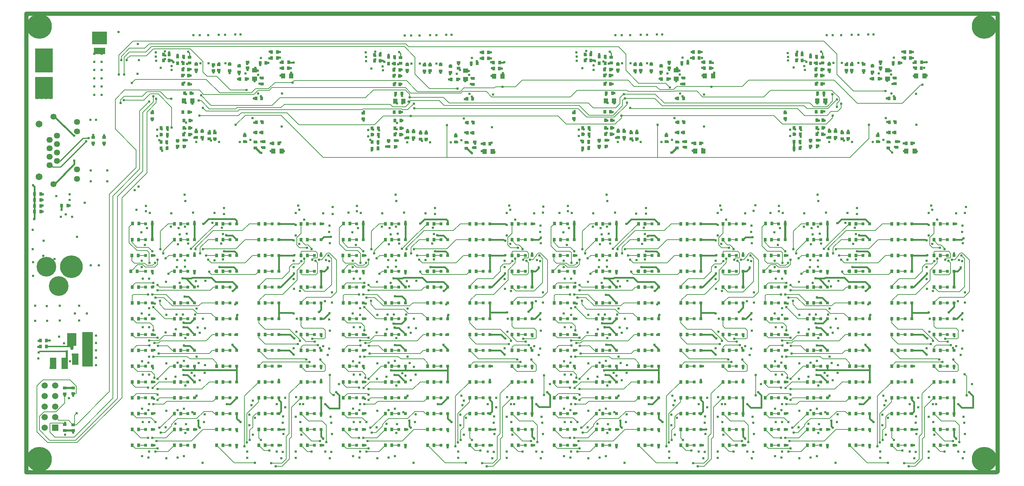
<source format=gbl>
G04*
G04 #@! TF.GenerationSoftware,Altium Limited,Altium Designer,18.1.7 (191)*
G04*
G04 Layer_Physical_Order=4*
G04 Layer_Color=16711680*
%FSLAX25Y25*%
%MOIN*%
G70*
G01*
G75*
%ADD12C,0.01500*%
%ADD16C,0.01000*%
%ADD18C,0.04000*%
%ADD21R,0.03500X0.03000*%
%ADD27R,0.03543X0.03000*%
%ADD30R,0.06299X0.11000*%
%ADD31R,0.03000X0.03500*%
%ADD32R,0.03000X0.03543*%
%ADD34R,0.02756X0.03150*%
%ADD38R,0.03937X0.04921*%
%ADD75C,0.00700*%
%ADD76C,0.02000*%
%ADD78C,0.01200*%
%ADD105C,0.05906*%
%ADD106R,0.05906X0.05906*%
%ADD107C,0.23622*%
%ADD108C,0.05756*%
%ADD109C,0.06496*%
%ADD110C,0.18661*%
%ADD111C,0.21496*%
%ADD112C,0.02400*%
%ADD124C,0.03000*%
%ADD125R,0.11000X0.06299*%
%ADD126R,0.09000X0.12000*%
%ADD127R,0.04921X0.03937*%
%ADD128R,0.14000X0.12000*%
%ADD129R,0.17000X0.23000*%
%ADD130R,0.17000X0.21000*%
%ADD131R,0.10040X0.32523*%
D12*
X897200Y61200D02*
Y72292D01*
X886580Y61200D02*
X897200D01*
X883063Y64717D02*
X886580Y61200D01*
X893406Y76086D02*
X897200Y72292D01*
X696600Y61300D02*
Y72892D01*
X686480Y61300D02*
X696600D01*
X683063Y64717D02*
X686480Y61300D01*
X693406Y76086D02*
X696600Y72892D01*
X496270Y62060D02*
Y73222D01*
X485720Y62060D02*
X496270D01*
X483063Y64717D02*
X485720Y62060D01*
X493406Y76086D02*
X496270Y73222D01*
X293406Y76086D02*
X296420Y73072D01*
Y60750D02*
Y73072D01*
X287030Y60750D02*
X296420D01*
X283063Y64717D02*
X287030Y60750D01*
X837860Y55655D02*
X839151D01*
X839213Y55717D01*
X837860Y55655D02*
X839151D01*
X841063Y57567D01*
X637880Y55616D02*
Y55786D01*
Y55616D02*
X638496Y55000D01*
X637880Y55616D02*
Y55786D01*
Y55616D02*
X638496Y55000D01*
X641063Y57567D01*
X638496Y55000D02*
X639213Y55717D01*
X437535Y55850D02*
X439079D01*
X439213Y55717D01*
X437535Y55850D02*
X439346D01*
X441063Y57567D01*
X237624Y55662D02*
X239159D01*
X239213Y55717D01*
X237624Y55662D02*
X239159D01*
X241063Y57567D01*
X373000Y236000D02*
X377000Y240000D01*
X281673Y223177D02*
X288596D01*
X280038Y221541D02*
X281673Y223177D01*
X279841Y221541D02*
X280038D01*
X279213Y220913D02*
X279841Y221541D01*
X887757Y222000D02*
X888000D01*
X886473Y220717D02*
X887757Y222000D01*
X879213Y220717D02*
X886473D01*
X687943Y223057D02*
X688000Y223000D01*
X679213Y220717D02*
Y220913D01*
X679841Y221541D01*
X680038D01*
X681553Y223057D01*
X687943D01*
X879213Y175716D02*
Y190717D01*
X874028Y151690D02*
Y151819D01*
X879213Y157004D01*
Y160716D01*
X279213Y175716D02*
Y190717D01*
X397752Y240000D02*
X399213Y238539D01*
X377000Y240000D02*
X397752D01*
X279213Y220717D02*
Y220913D01*
X675000Y152000D02*
X679213Y156213D01*
Y160716D01*
Y175716D02*
Y190717D01*
X475663Y152196D02*
Y152493D01*
X479213Y156043D01*
Y175716D02*
Y190717D01*
Y156043D02*
Y160716D01*
X485465Y220717D02*
X487319Y222570D01*
X479213Y220717D02*
X485465D01*
X277000Y152000D02*
X279213Y154213D01*
Y160716D01*
X768805Y236202D02*
X772603Y240000D01*
X799213Y235717D02*
Y235913D01*
X795126Y240000D02*
X799213Y235913D01*
X772603Y240000D02*
X795126D01*
X569000Y236000D02*
X573000Y240000D01*
X599213Y235717D02*
Y235913D01*
X595126Y240000D02*
X599213Y235913D01*
X573000Y240000D02*
X595126D01*
X148660Y96993D02*
X159351D01*
X148519Y96851D02*
X148660Y96993D01*
X159351D02*
X159527Y96816D01*
X172317Y240317D02*
X197435D01*
X168000Y236000D02*
X172317Y240317D01*
X759213Y97069D02*
X799213D01*
X799213Y97069D02*
Y100716D01*
X799213Y97069D02*
X799213Y97069D01*
Y85716D02*
Y100716D01*
X559527Y96816D02*
X599213D01*
Y100716D01*
Y85716D02*
Y100716D01*
X548865Y92397D02*
X552532D01*
X559213Y85716D01*
X547414Y96640D02*
X547767Y96993D01*
X557394D01*
X557570Y96816D02*
X559527D01*
X557394Y96993D02*
X557570Y96816D01*
X559527D02*
Y100402D01*
X559213Y100716D02*
X559527Y100402D01*
X554063Y120866D02*
X559213Y115717D01*
X549606Y120866D02*
X554063D01*
X547638Y137402D02*
X547765Y137529D01*
X552400D01*
X559213Y130717D01*
X545669Y141339D02*
X554835D01*
X559213Y145717D01*
X551819Y168110D02*
X559213Y160716D01*
X549213Y168110D02*
X551819D01*
X879213Y55717D02*
Y70717D01*
X754181Y165748D02*
X759213Y160716D01*
X749213Y165748D02*
X754181D01*
X748032Y141339D02*
X754835D01*
X759213Y145717D01*
X748819Y137008D02*
X752921D01*
X759213Y130717D01*
X749022Y120387D02*
X754542D01*
X759213Y115717D01*
X748869Y97069D02*
X759213D01*
X748705Y96905D02*
X748869Y97069D01*
X759213D02*
Y100716D01*
X748865Y92397D02*
X752532D01*
X759213Y85716D01*
X679213Y55717D02*
Y70717D01*
X357562Y96616D02*
X359213D01*
X399213D01*
Y100716D01*
Y85716D02*
Y100716D01*
X479213Y55717D02*
Y70717D01*
X359213Y96616D02*
Y100716D01*
X359213Y96616D02*
X359213Y96616D01*
X357562Y96616D02*
Y96616D01*
X352532Y92397D02*
X359213Y85716D01*
X348865Y92397D02*
X352532D01*
X159527Y96816D02*
X199213D01*
Y100716D01*
Y85716D02*
Y100716D01*
X345638Y96594D02*
X357562D01*
X345555Y96511D02*
X345638Y96594D01*
X359213Y160716D02*
Y163622D01*
X349213Y166929D02*
X355906D01*
X359213Y163622D01*
X348492Y141232D02*
X348780Y140945D01*
X355512D01*
X359213Y144646D01*
Y145717D01*
Y130717D02*
Y130913D01*
X358585Y131541D02*
X359213Y130913D01*
X358388Y131541D02*
X358585D01*
X352921Y137008D02*
X358388Y131541D01*
X348819Y137008D02*
X348917Y137106D01*
X349594D02*
X349692Y137008D01*
X348917Y137106D02*
X349594D01*
X349692Y137008D02*
X352921D01*
X354249Y120680D02*
X359213Y115717D01*
X349078Y120680D02*
X354249D01*
X279213Y55717D02*
Y70717D01*
X148865Y92397D02*
X152532D01*
X159213Y85716D01*
Y97130D02*
Y100716D01*
X154850Y120079D02*
X159213Y115717D01*
X149179Y120112D02*
Y120171D01*
Y120112D02*
X149213Y120079D01*
X154850D01*
X148740Y137634D02*
X152295D01*
X159213Y130717D01*
X149627Y166489D02*
X153440D01*
X159213Y160716D01*
X148819Y141732D02*
X155229D01*
X159213Y145717D01*
X793013Y64517D02*
X799213Y70717D01*
X789763Y64517D02*
X793013D01*
X759213Y70717D02*
X761138Y72642D01*
X593013Y64517D02*
X599213Y70717D01*
X589763Y64517D02*
X593013D01*
X559213Y70717D02*
X561138Y72642D01*
X393013Y64517D02*
X399213Y70717D01*
X389763Y64517D02*
X393013D01*
X359213Y70717D02*
X361138Y72642D01*
X799213Y50967D02*
Y55717D01*
X762696Y43741D02*
Y48914D01*
Y43741D02*
X764182Y42256D01*
X599213Y50967D02*
Y55717D01*
X562696Y43741D02*
Y48914D01*
Y43741D02*
X564182Y42256D01*
X399213Y50967D02*
Y55717D01*
X362696Y43741D02*
Y48914D01*
Y43741D02*
X364182Y42256D01*
X162696Y43741D02*
X164181Y42256D01*
X162696Y43741D02*
Y48914D01*
X453407Y219437D02*
X453662D01*
X452127Y220717D02*
X453407Y219437D01*
X439213Y145717D02*
Y151575D01*
Y160716D01*
Y151575D02*
X455512D01*
X588833Y223883D02*
Y224272D01*
X588829Y224276D02*
X588833Y224272D01*
X588829Y224276D02*
X589269Y224716D01*
X26490Y273338D02*
X45244Y292092D01*
X26607Y337354D02*
X44694Y319266D01*
X45247D01*
X33278Y249253D02*
Y252784D01*
X7298Y247174D02*
Y252727D01*
X45244Y292092D02*
Y295717D01*
X7304Y262167D02*
Y270906D01*
X7298Y252727D02*
Y258281D01*
Y263834D01*
Y240327D02*
Y247174D01*
X33250Y249224D02*
X33278Y249253D01*
X26490Y337354D02*
X26607D01*
X6199Y272011D02*
X7304Y270906D01*
X6199Y272011D02*
Y272206D01*
X6936Y239965D02*
X7298Y240327D01*
X854763Y151417D02*
X855063Y151716D01*
X839213Y151417D02*
X854763D01*
X879213Y145717D02*
X881903D01*
X887130Y150943D01*
X759213Y220717D02*
Y235717D01*
X799213Y205716D02*
Y207567D01*
X797063Y209717D02*
X799213Y207567D01*
X787063Y209717D02*
X797063D01*
X799063Y220717D02*
X799213D01*
X795063Y224716D02*
X799063Y220717D01*
X789269Y224716D02*
X795063D01*
X789138Y224848D02*
X789269Y224716D01*
X885400Y194032D02*
X885573Y194204D01*
X885400Y193503D02*
Y194032D01*
X879213Y190717D02*
X882614D01*
X885400Y193503D01*
X799213Y175716D02*
Y176567D01*
X795063Y180717D02*
X799213Y176567D01*
X747778Y183870D02*
X751059D01*
X759213Y175716D01*
X799213Y115717D02*
Y116567D01*
X795063Y120717D02*
X799213Y116567D01*
X839213Y68567D02*
Y70717D01*
Y68567D02*
X841063Y66716D01*
Y57567D02*
Y66716D01*
X839213Y40716D02*
X844063D01*
X879213Y33947D02*
Y40716D01*
X881092Y31716D02*
X881268Y31892D01*
X881063Y31716D02*
X881092D01*
X879213Y33947D02*
X881268Y31892D01*
X751059Y183870D02*
X756216D01*
X757063Y184716D01*
X775063D01*
X779063Y180717D01*
X795063D01*
X839213Y145717D02*
Y151417D01*
Y160716D01*
X799213Y190717D02*
Y191867D01*
Y50967D02*
X802663Y47517D01*
X795508Y171935D02*
X799213Y175639D01*
Y175716D01*
X782647Y194552D02*
X796527D01*
X799213Y191867D01*
X782632Y194538D02*
X782647Y194552D01*
X839213Y205716D02*
X853463D01*
X853663Y205917D01*
X839213Y190717D02*
Y205716D01*
Y175716D02*
X840663D01*
X853363Y188417D01*
X839213Y220717D02*
X852127D01*
X853008Y219835D01*
X839213Y235717D02*
X853932D01*
X855192Y234457D01*
X839213Y115717D02*
X849063D01*
X853063Y111716D01*
X839213Y130717D02*
X849720D01*
X853592Y126844D01*
X799213Y148839D02*
X799569Y149195D01*
X799213Y145717D02*
Y148839D01*
X799185Y145689D02*
X799213Y145717D01*
X799185Y145006D02*
Y145689D01*
X679213Y145717D02*
X681904D01*
X687130Y150943D01*
X559213Y220717D02*
Y235717D01*
X599213Y205716D02*
Y207567D01*
X597063Y209717D02*
X599213Y207567D01*
X587063Y209717D02*
X597063D01*
X599063Y220717D02*
X599213D01*
X595063Y224716D02*
X599063Y220717D01*
X589269Y224716D02*
X595063D01*
X685400Y194032D02*
X685573Y194204D01*
X685400Y193503D02*
Y194032D01*
X679213Y190717D02*
X682614D01*
X685400Y193503D01*
X599213Y175716D02*
Y176567D01*
X595063Y180717D02*
X599213Y176567D01*
X547778Y183870D02*
X551059D01*
X559213Y175716D01*
X599213Y115717D02*
Y116567D01*
X595063Y120717D02*
X599213Y116567D01*
X639213Y68567D02*
Y70717D01*
Y68567D02*
X641063Y66716D01*
Y57567D02*
Y66716D01*
X639213Y40716D02*
X644063D01*
X679213Y33947D02*
Y40716D01*
X681092Y31716D02*
X681268Y31892D01*
X681063Y31716D02*
X681092D01*
X679213Y33947D02*
X681268Y31892D01*
X551059Y183870D02*
X556216D01*
X557063Y184716D01*
X575063D01*
X579063Y180717D01*
X595063D01*
X639213Y151417D02*
X652194D01*
X653001Y150610D01*
X639213Y145717D02*
Y151417D01*
Y160716D01*
X599213Y190717D02*
Y191867D01*
Y50967D02*
X602663Y47517D01*
X595508Y171935D02*
X599213Y175639D01*
Y175716D01*
X582647Y194552D02*
X596527D01*
X599213Y191867D01*
X582632Y194538D02*
X582647Y194552D01*
X639213Y205716D02*
X653463D01*
X653663Y205917D01*
X639213Y190717D02*
Y205716D01*
Y175716D02*
X640663D01*
X653363Y188417D01*
X639213Y220717D02*
X652127D01*
X653008Y219835D01*
X639213Y235717D02*
X653933D01*
X655192Y234457D01*
X639213Y115717D02*
X649063D01*
X653063Y111716D01*
X639213Y130717D02*
X649719D01*
X653592Y126844D01*
X599213Y148839D02*
X599569Y149195D01*
X599213Y145717D02*
Y148839D01*
X599185Y145689D02*
X599213Y145717D01*
X599185Y145006D02*
Y145689D01*
X479213Y145717D02*
X481904D01*
X487130Y150943D01*
X359213Y220717D02*
Y235717D01*
X399213Y205716D02*
Y207567D01*
X397063Y209717D02*
X399213Y207567D01*
X387063Y209717D02*
X397063D01*
X399063Y220717D02*
X399213D01*
X395063Y224716D02*
X399063Y220717D01*
X389269Y224716D02*
X395063D01*
X389138Y224848D02*
X389269Y224716D01*
X485400Y194032D02*
X485573Y194204D01*
X485400Y193503D02*
Y194032D01*
X479213Y190717D02*
X482614D01*
X485400Y193503D01*
X399213Y175716D02*
Y176567D01*
X395063Y180717D02*
X399213Y176567D01*
X347778Y183870D02*
X351060D01*
X359213Y175716D01*
X399213Y115717D02*
Y116567D01*
X395063Y120717D02*
X399213Y116567D01*
X439213Y68567D02*
Y70717D01*
Y68567D02*
X441063Y66716D01*
Y57567D02*
Y66716D01*
X439213Y40716D02*
X444063D01*
X479213Y33947D02*
Y40716D01*
X481092Y31716D02*
X481268Y31892D01*
X481063Y31716D02*
X481092D01*
X479213Y33947D02*
X481268Y31892D01*
X351060Y183870D02*
X356216D01*
X357063Y184716D01*
X375063D01*
X379063Y180717D01*
X395063D01*
X399213Y190717D02*
Y191867D01*
Y50967D02*
X402663Y47517D01*
X395508Y171935D02*
X399213Y175639D01*
Y175716D01*
X382647Y194552D02*
X396528D01*
X399213Y191867D01*
X382632Y194538D02*
X382647Y194552D01*
X439213Y205716D02*
X453463D01*
X453663Y205917D01*
X439213Y190717D02*
Y205716D01*
Y175716D02*
X440663D01*
X453363Y188417D01*
X439213Y220717D02*
X452127D01*
X439213Y235717D02*
X453933D01*
X455192Y234457D01*
X399213Y235717D02*
Y238539D01*
X439213Y115717D02*
X449063D01*
X453063Y111716D01*
X439213Y130717D02*
X449719D01*
X453592Y126844D01*
X399213Y148839D02*
X399569Y149195D01*
X399213Y145717D02*
Y148839D01*
X399185Y145689D02*
X399213Y145717D01*
X399185Y145006D02*
Y145689D01*
X199185Y145006D02*
Y145689D01*
X199213Y145717D01*
Y148839D01*
X199569Y149195D01*
X249720Y130717D02*
X253592Y126844D01*
X239213Y130717D02*
X249720D01*
X249063Y115717D02*
X253063Y111716D01*
X239213Y115717D02*
X249063D01*
X197435Y240317D02*
X199213Y238539D01*
Y235717D02*
Y238539D01*
X253932Y235717D02*
X255192Y234457D01*
X239213Y235717D02*
X253932D01*
X252127Y220717D02*
X253008Y219835D01*
X239213Y220717D02*
X252127D01*
X240663Y175716D02*
X253363Y188417D01*
X239213Y175716D02*
X240663D01*
X239213Y190717D02*
Y205716D01*
X253463D02*
X253663Y205917D01*
X239213Y205716D02*
X253463D01*
X182632Y194538D02*
X182647Y194552D01*
X196528D02*
X199213Y191867D01*
X182647Y194552D02*
X196528D01*
X199213Y175639D02*
Y175716D01*
X195508Y171935D02*
X199213Y175639D01*
X189763Y64517D02*
X193013D01*
X199213Y70717D01*
Y50967D02*
X202663Y47517D01*
X199213Y50967D02*
Y55717D01*
Y190717D02*
Y191867D01*
X239213Y151417D02*
Y160716D01*
Y145717D02*
Y151417D01*
X252194D02*
X253001Y150610D01*
X239213Y151417D02*
X252194D01*
X179063Y180717D02*
X195063D01*
X175063Y184716D02*
X179063Y180717D01*
X157063Y184716D02*
X175063D01*
X156216Y183870D02*
X157063Y184716D01*
X151059Y183870D02*
X156216D01*
X279213Y33947D02*
X281268Y31892D01*
X281063Y31716D02*
X281092D01*
X281268Y31892D01*
X279213Y33947D02*
Y40716D01*
X239213D02*
X244063D01*
X241063Y57567D02*
Y66716D01*
X239213Y68567D02*
X241063Y66716D01*
X239213Y68567D02*
Y70717D01*
X195063Y120717D02*
X199213Y116567D01*
Y115717D02*
Y116567D01*
X159213Y70717D02*
X161138Y72642D01*
X151059Y183870D02*
X159213Y175716D01*
X147778Y183870D02*
X151059D01*
X195063Y180717D02*
X199213Y176567D01*
Y175716D02*
Y176567D01*
X282614Y190717D02*
X285401Y193503D01*
X279213Y190717D02*
X282614D01*
X285401Y193503D02*
Y194032D01*
X285573Y194204D01*
X189138Y224848D02*
X189269Y224716D01*
X195063D01*
X199063Y220717D01*
X199213D01*
X187063Y209717D02*
X197063D01*
X199213Y207567D01*
Y205716D02*
Y207567D01*
X159213Y220717D02*
Y235717D01*
X281904Y145717D02*
X287130Y150943D01*
X279213Y145717D02*
X281904D01*
X448530Y388516D02*
X452125D01*
X452431Y388823D01*
X452675D01*
X248420Y388776D02*
X248473Y388724D01*
X252989D01*
X253042Y388671D01*
X848520Y388877D02*
X848552Y388844D01*
X853021D01*
X853054Y388812D01*
D16*
X32142Y289632D02*
X56306Y313796D01*
X31836Y295306D02*
X53606Y317076D01*
X24645Y289632D02*
X32142D01*
X53606Y317076D02*
X58814D01*
X29994Y295306D02*
X31836D01*
X22986Y291291D02*
X24645Y289632D01*
X816883Y306887D02*
Y307675D01*
Y306887D02*
X820383Y303386D01*
X735239Y390686D02*
X737940D01*
X739080Y389547D01*
X808228Y313239D02*
X808403D01*
X809329Y386889D02*
Y387190D01*
X326473Y320107D02*
X328343D01*
X354475Y393350D02*
Y397344D01*
X353093Y398727D02*
X354475Y397344D01*
X126363Y320367D02*
X128233D01*
X152983Y398987D02*
X154365Y397604D01*
Y393610D02*
Y397604D01*
X554165Y393695D02*
Y397690D01*
X552783Y399072D02*
X554165Y397690D01*
X526163Y320451D02*
X528033D01*
X726463Y320466D02*
X728333D01*
X754465Y393710D02*
Y397705D01*
X753083Y399086D02*
X754465Y397705D01*
D18*
X0Y-100D02*
X919600D01*
X920300Y600D01*
Y435000D01*
X-100D02*
X920300D01*
X-100Y0D02*
Y435000D01*
D21*
X592193Y380972D02*
D03*
X793343Y380986D02*
D03*
X392483Y380627D02*
D03*
Y386627D02*
D03*
X192613Y386887D02*
D03*
Y380887D02*
D03*
X592193Y386971D02*
D03*
X793343Y386986D02*
D03*
D27*
X36167Y39715D02*
D03*
Y45227D02*
D03*
X36177Y79759D02*
D03*
Y74247D02*
D03*
X44137Y39471D02*
D03*
Y44983D02*
D03*
X44037Y79973D02*
D03*
Y74461D02*
D03*
X73484Y317622D02*
D03*
Y312111D02*
D03*
X63244Y317622D02*
D03*
Y312111D02*
D03*
X209383Y388998D02*
D03*
Y383487D02*
D03*
X409493Y388738D02*
D03*
Y383226D02*
D03*
X609183Y389083D02*
D03*
Y383572D02*
D03*
X809483Y389098D02*
D03*
Y383587D02*
D03*
X154365Y388098D02*
D03*
Y393610D02*
D03*
X354475Y387838D02*
D03*
Y393350D02*
D03*
X554165Y388183D02*
D03*
Y393695D02*
D03*
X754465Y388198D02*
D03*
Y393710D02*
D03*
X142983Y314742D02*
D03*
Y309231D02*
D03*
X343093Y314482D02*
D03*
Y308971D02*
D03*
X542783Y314827D02*
D03*
Y309316D02*
D03*
X743083Y314843D02*
D03*
Y309331D02*
D03*
X223083Y373843D02*
D03*
Y368331D02*
D03*
X423193Y373583D02*
D03*
Y368071D02*
D03*
X622883Y373927D02*
D03*
Y368416D02*
D03*
X823183Y373942D02*
D03*
Y368431D02*
D03*
X149583Y309331D02*
D03*
Y314843D02*
D03*
X349693Y309071D02*
D03*
Y314582D02*
D03*
X549383Y309416D02*
D03*
Y314927D02*
D03*
X749683Y309431D02*
D03*
Y314943D02*
D03*
X178583Y316331D02*
D03*
Y321843D02*
D03*
X378693Y316071D02*
D03*
Y321583D02*
D03*
X578383Y316416D02*
D03*
Y321927D02*
D03*
X778683Y316431D02*
D03*
Y321942D02*
D03*
X224783Y308075D02*
D03*
Y313586D02*
D03*
X424893Y307815D02*
D03*
Y313327D02*
D03*
X624583Y308160D02*
D03*
Y313671D02*
D03*
X824883Y308175D02*
D03*
Y313686D02*
D03*
X216783Y313087D02*
D03*
Y307575D02*
D03*
X416893Y312826D02*
D03*
Y307315D02*
D03*
X616583Y313172D02*
D03*
Y307660D02*
D03*
X816883Y313187D02*
D03*
Y307675D02*
D03*
X173183Y316231D02*
D03*
Y321743D02*
D03*
X373293Y315971D02*
D03*
Y321482D02*
D03*
X572983Y316316D02*
D03*
Y321827D02*
D03*
X773283Y316331D02*
D03*
Y321843D02*
D03*
X160883Y317531D02*
D03*
Y323042D02*
D03*
X360993Y317271D02*
D03*
Y322782D02*
D03*
X560683Y317616D02*
D03*
Y323127D02*
D03*
X760983Y317631D02*
D03*
Y323143D02*
D03*
X160783Y386943D02*
D03*
Y381431D02*
D03*
X360893Y386683D02*
D03*
Y381171D02*
D03*
X560583Y387027D02*
D03*
Y381516D02*
D03*
X760883Y387042D02*
D03*
Y381531D02*
D03*
X182183Y386643D02*
D03*
Y381131D02*
D03*
X382293Y386383D02*
D03*
Y380871D02*
D03*
X581983Y386727D02*
D03*
Y381216D02*
D03*
X782283Y386742D02*
D03*
Y381231D02*
D03*
X201583Y385142D02*
D03*
Y379631D02*
D03*
X401693Y384882D02*
D03*
Y379371D02*
D03*
X601383Y385227D02*
D03*
Y379716D02*
D03*
X801683Y385243D02*
D03*
Y379731D02*
D03*
X206783Y313575D02*
D03*
Y319087D02*
D03*
X406893Y313315D02*
D03*
Y318827D02*
D03*
X606583Y313660D02*
D03*
Y319172D02*
D03*
X806883Y313675D02*
D03*
Y319186D02*
D03*
X166583Y317575D02*
D03*
Y323087D02*
D03*
X366693Y317315D02*
D03*
Y322827D02*
D03*
X566383Y317660D02*
D03*
Y323171D02*
D03*
X766683Y317675D02*
D03*
Y323186D02*
D03*
X177149Y380989D02*
D03*
Y386501D02*
D03*
X377259Y380729D02*
D03*
Y386241D02*
D03*
X576949Y381074D02*
D03*
Y386586D02*
D03*
X777249Y381089D02*
D03*
Y386601D02*
D03*
X319193Y340638D02*
D03*
Y335126D02*
D03*
X119083Y335386D02*
D03*
Y340898D02*
D03*
X518883Y335472D02*
D03*
Y340983D02*
D03*
X719183Y340998D02*
D03*
Y335487D02*
D03*
D30*
X57186Y107243D02*
D03*
X46162D02*
D03*
X35994Y103233D02*
D03*
X24970D02*
D03*
D31*
X39278Y252784D02*
D03*
X33278D02*
D03*
X13298Y252727D02*
D03*
X7298D02*
D03*
Y263834D02*
D03*
X13298D02*
D03*
Y258281D02*
D03*
X7298D02*
D03*
Y247174D02*
D03*
X13298D02*
D03*
X460063Y25717D02*
D03*
X466063D02*
D03*
X460063Y40716D02*
D03*
X466063D02*
D03*
X460063Y55717D02*
D03*
X466063D02*
D03*
X860063D02*
D03*
X866063D02*
D03*
X860063Y40716D02*
D03*
X866063D02*
D03*
X860063Y25717D02*
D03*
X866063D02*
D03*
X660063Y55717D02*
D03*
X666063D02*
D03*
X660063Y40716D02*
D03*
X666063D02*
D03*
X660063Y25717D02*
D03*
X666063D02*
D03*
X860063Y70717D02*
D03*
X866063D02*
D03*
X860063Y85716D02*
D03*
X866063D02*
D03*
X820063Y25717D02*
D03*
X826063D02*
D03*
X820063Y40716D02*
D03*
X826063D02*
D03*
X820063Y55717D02*
D03*
X826063D02*
D03*
X820063Y70717D02*
D03*
X826063D02*
D03*
X820063Y85716D02*
D03*
X826063D02*
D03*
X780063Y25717D02*
D03*
X786063D02*
D03*
X660063Y70717D02*
D03*
X666063D02*
D03*
X660063Y85716D02*
D03*
X666063D02*
D03*
X620063Y25717D02*
D03*
X626063D02*
D03*
X620063Y40716D02*
D03*
X626063D02*
D03*
X620063Y55717D02*
D03*
X626063D02*
D03*
X620063Y70717D02*
D03*
X626063D02*
D03*
X620063Y85716D02*
D03*
X626063D02*
D03*
X580063Y25717D02*
D03*
X586063D02*
D03*
X460063Y70717D02*
D03*
X466063D02*
D03*
X460063Y85716D02*
D03*
X466063D02*
D03*
X420063Y25717D02*
D03*
X426063D02*
D03*
X420063Y40716D02*
D03*
X426063D02*
D03*
X420063Y55717D02*
D03*
X426063D02*
D03*
X420063Y70717D02*
D03*
X426063D02*
D03*
X420063Y85716D02*
D03*
X426063D02*
D03*
X380063Y25717D02*
D03*
X386063D02*
D03*
X740063D02*
D03*
X746063D02*
D03*
X700063D02*
D03*
X706063D02*
D03*
X780063Y40716D02*
D03*
X786063D02*
D03*
X740063D02*
D03*
X746063D02*
D03*
X700063D02*
D03*
X706063D02*
D03*
X780063Y55717D02*
D03*
X786063D02*
D03*
X740063D02*
D03*
X746063D02*
D03*
X700063D02*
D03*
X706063D02*
D03*
X540063Y25717D02*
D03*
X546063D02*
D03*
X500063D02*
D03*
X506063D02*
D03*
X580063Y40716D02*
D03*
X586063D02*
D03*
X540063D02*
D03*
X546063D02*
D03*
X500063D02*
D03*
X506063D02*
D03*
X580063Y55717D02*
D03*
X586063D02*
D03*
X540063D02*
D03*
X546063D02*
D03*
X500063D02*
D03*
X506063D02*
D03*
X340063Y25717D02*
D03*
X346063D02*
D03*
X300063D02*
D03*
X306063D02*
D03*
X380063Y40716D02*
D03*
X386063D02*
D03*
X340063D02*
D03*
X346063D02*
D03*
X300063D02*
D03*
X306063D02*
D03*
X380063Y55717D02*
D03*
X386063D02*
D03*
X340063D02*
D03*
X346063D02*
D03*
X300063D02*
D03*
X306063D02*
D03*
X780063Y70717D02*
D03*
X786063D02*
D03*
X740063D02*
D03*
X746063D02*
D03*
X700063D02*
D03*
X706063D02*
D03*
X780063Y85716D02*
D03*
X786063D02*
D03*
X740063D02*
D03*
X746063D02*
D03*
X700063D02*
D03*
X706063D02*
D03*
X740063Y100716D02*
D03*
X746063D02*
D03*
X700063D02*
D03*
X706063D02*
D03*
X580063Y70717D02*
D03*
X586063D02*
D03*
X540063D02*
D03*
X546063D02*
D03*
X500063D02*
D03*
X506063D02*
D03*
X580063Y85716D02*
D03*
X586063D02*
D03*
X540063D02*
D03*
X546063D02*
D03*
X500063D02*
D03*
X506063D02*
D03*
X540063Y100716D02*
D03*
X546063D02*
D03*
X500063D02*
D03*
X506063D02*
D03*
X380063Y70717D02*
D03*
X386063D02*
D03*
X340063D02*
D03*
X346063D02*
D03*
X300063D02*
D03*
X306063D02*
D03*
X380063Y85716D02*
D03*
X386063D02*
D03*
X340063D02*
D03*
X346063D02*
D03*
X300063D02*
D03*
X306063D02*
D03*
X340063Y100716D02*
D03*
X346063D02*
D03*
X300063D02*
D03*
X306063D02*
D03*
X860063D02*
D03*
X866063D02*
D03*
X860063Y115717D02*
D03*
X866063D02*
D03*
X860063Y130717D02*
D03*
X866063D02*
D03*
X860063Y145717D02*
D03*
X866063D02*
D03*
X820063Y100716D02*
D03*
X826063D02*
D03*
X820063Y115717D02*
D03*
X826063D02*
D03*
X820063Y145717D02*
D03*
X826063D02*
D03*
X820063Y130717D02*
D03*
X826063D02*
D03*
X660063Y100716D02*
D03*
X666063D02*
D03*
X660063Y115717D02*
D03*
X666063D02*
D03*
X660063Y130717D02*
D03*
X666063D02*
D03*
X660063Y145717D02*
D03*
X666063D02*
D03*
X620063Y100716D02*
D03*
X626063D02*
D03*
X620063Y115717D02*
D03*
X626063D02*
D03*
X620063Y145717D02*
D03*
X626063D02*
D03*
X620063Y130717D02*
D03*
X626063D02*
D03*
X460063Y100716D02*
D03*
X466063D02*
D03*
X460063Y115717D02*
D03*
X466063D02*
D03*
X460063Y130717D02*
D03*
X466063D02*
D03*
X460063Y145717D02*
D03*
X466063D02*
D03*
X420063Y100716D02*
D03*
X426063D02*
D03*
X420063Y115717D02*
D03*
X426063D02*
D03*
X420063Y145717D02*
D03*
X426063D02*
D03*
X420063Y130717D02*
D03*
X426063D02*
D03*
X780063Y100716D02*
D03*
X786063D02*
D03*
X780063Y115717D02*
D03*
X786063D02*
D03*
X740063D02*
D03*
X746063D02*
D03*
X700063D02*
D03*
X706063D02*
D03*
X780063Y130717D02*
D03*
X786063D02*
D03*
X740063D02*
D03*
X746063D02*
D03*
X700063D02*
D03*
X706063D02*
D03*
X700063Y145717D02*
D03*
X706063D02*
D03*
X580063Y100716D02*
D03*
X586063D02*
D03*
X580063Y115717D02*
D03*
X586063D02*
D03*
X540063D02*
D03*
X546063D02*
D03*
X500063D02*
D03*
X506063D02*
D03*
X580063Y130717D02*
D03*
X586063D02*
D03*
X540063D02*
D03*
X546063D02*
D03*
X500063D02*
D03*
X506063D02*
D03*
X500063Y145717D02*
D03*
X506063D02*
D03*
X380063Y100716D02*
D03*
X386063D02*
D03*
X380063Y115717D02*
D03*
X386063D02*
D03*
X340063D02*
D03*
X346063D02*
D03*
X300063D02*
D03*
X306063D02*
D03*
X380063Y130717D02*
D03*
X386063D02*
D03*
X340063D02*
D03*
X346063D02*
D03*
X300063D02*
D03*
X306063D02*
D03*
X300063Y145717D02*
D03*
X306063D02*
D03*
X740063D02*
D03*
X746063D02*
D03*
X780044Y145514D02*
D03*
X786044D02*
D03*
X780063Y160716D02*
D03*
X786063D02*
D03*
X740063D02*
D03*
X746063D02*
D03*
X700063D02*
D03*
X706063D02*
D03*
X780063Y175716D02*
D03*
X786063D02*
D03*
X740063D02*
D03*
X746063D02*
D03*
X700063D02*
D03*
X706063D02*
D03*
X540063Y145717D02*
D03*
X546063D02*
D03*
X580044Y145514D02*
D03*
X586044D02*
D03*
X580063Y160716D02*
D03*
X586063D02*
D03*
X540063D02*
D03*
X546063D02*
D03*
X500063D02*
D03*
X506063D02*
D03*
X580063Y175716D02*
D03*
X586063D02*
D03*
X540063D02*
D03*
X546063D02*
D03*
X500063D02*
D03*
X506063D02*
D03*
X340063Y145717D02*
D03*
X346063D02*
D03*
X380044Y145514D02*
D03*
X386044D02*
D03*
X380063Y160716D02*
D03*
X386063D02*
D03*
X340063D02*
D03*
X346063D02*
D03*
X300063D02*
D03*
X306063D02*
D03*
X380063Y175716D02*
D03*
X386063D02*
D03*
X340063D02*
D03*
X346063D02*
D03*
X300063D02*
D03*
X306063D02*
D03*
X860063D02*
D03*
X866063D02*
D03*
X860063Y160716D02*
D03*
X866063D02*
D03*
X860063Y190717D02*
D03*
X866063D02*
D03*
X860063Y205716D02*
D03*
X866063D02*
D03*
X860063Y220717D02*
D03*
X866063D02*
D03*
X860063Y235717D02*
D03*
X866063D02*
D03*
X820063Y160716D02*
D03*
X826063D02*
D03*
X820063Y175716D02*
D03*
X826063D02*
D03*
X660063D02*
D03*
X666063D02*
D03*
X660063Y160716D02*
D03*
X666063D02*
D03*
X660063Y190717D02*
D03*
X666063D02*
D03*
X660063Y205716D02*
D03*
X666063D02*
D03*
X660063Y220717D02*
D03*
X666063D02*
D03*
X660063Y235717D02*
D03*
X666063D02*
D03*
X620063Y160716D02*
D03*
X626063D02*
D03*
X620063Y175716D02*
D03*
X626063D02*
D03*
X460063D02*
D03*
X466063D02*
D03*
X460063Y160716D02*
D03*
X466063D02*
D03*
X460063Y190717D02*
D03*
X466063D02*
D03*
X460063Y205716D02*
D03*
X466063D02*
D03*
X460063Y220717D02*
D03*
X466063D02*
D03*
X460063Y235717D02*
D03*
X466063D02*
D03*
X420063Y160716D02*
D03*
X426063D02*
D03*
X420063Y175716D02*
D03*
X426063D02*
D03*
X780063Y190717D02*
D03*
X786063D02*
D03*
X820063D02*
D03*
X826063D02*
D03*
X820063Y205716D02*
D03*
X826063D02*
D03*
X780063D02*
D03*
X786063D02*
D03*
X820063Y220717D02*
D03*
X826063D02*
D03*
X780063D02*
D03*
X786063D02*
D03*
X820063Y235717D02*
D03*
X826063D02*
D03*
X780063D02*
D03*
X786063D02*
D03*
X580063Y190717D02*
D03*
X586063D02*
D03*
X620063D02*
D03*
X626063D02*
D03*
X620063Y205716D02*
D03*
X626063D02*
D03*
X580063D02*
D03*
X586063D02*
D03*
X620063Y220717D02*
D03*
X626063D02*
D03*
X580063D02*
D03*
X586063D02*
D03*
X620063Y235717D02*
D03*
X626063D02*
D03*
X580063D02*
D03*
X586063D02*
D03*
X380063Y190717D02*
D03*
X386063D02*
D03*
X420063D02*
D03*
X426063D02*
D03*
X420063Y205716D02*
D03*
X426063D02*
D03*
X380063D02*
D03*
X386063D02*
D03*
X420063Y220717D02*
D03*
X426063D02*
D03*
X380063D02*
D03*
X386063D02*
D03*
X420063Y235717D02*
D03*
X426063D02*
D03*
X380063D02*
D03*
X386063D02*
D03*
X300333Y235799D02*
D03*
X306333D02*
D03*
X299914Y205716D02*
D03*
X305913D02*
D03*
X300063Y220717D02*
D03*
X306063D02*
D03*
X340063Y190717D02*
D03*
X346063D02*
D03*
X340063Y205716D02*
D03*
X346063D02*
D03*
X340063Y220717D02*
D03*
X346063D02*
D03*
X340063Y235717D02*
D03*
X346063D02*
D03*
X300063Y190717D02*
D03*
X306063D02*
D03*
X740063Y190717D02*
D03*
X746063D02*
D03*
X740063Y205716D02*
D03*
X746063D02*
D03*
X740063Y220717D02*
D03*
X746063D02*
D03*
X740063Y235717D02*
D03*
X746063D02*
D03*
X698933Y190672D02*
D03*
X704933D02*
D03*
X699914Y205716D02*
D03*
X705913D02*
D03*
X700063Y220717D02*
D03*
X706063D02*
D03*
X700333Y235799D02*
D03*
X706333D02*
D03*
X540063Y190717D02*
D03*
X546063D02*
D03*
X540063Y205716D02*
D03*
X546063D02*
D03*
X540063Y220717D02*
D03*
X546063D02*
D03*
X540063Y235717D02*
D03*
X546063D02*
D03*
X498933Y190672D02*
D03*
X504933D02*
D03*
X499914Y205716D02*
D03*
X505913D02*
D03*
X500063Y220717D02*
D03*
X506063D02*
D03*
X500333Y235799D02*
D03*
X506333D02*
D03*
X146063Y115717D02*
D03*
X140063D02*
D03*
X100063Y130717D02*
D03*
X106063D02*
D03*
X220063Y175716D02*
D03*
X226063D02*
D03*
X220063Y100716D02*
D03*
X226063D02*
D03*
X100063Y145717D02*
D03*
X106063D02*
D03*
X140063Y70717D02*
D03*
X146063D02*
D03*
Y175716D02*
D03*
X140063D02*
D03*
X106063D02*
D03*
X100063D02*
D03*
X266063Y145717D02*
D03*
X260063D02*
D03*
X106063Y115717D02*
D03*
X100063D02*
D03*
X146063Y160716D02*
D03*
X140063D02*
D03*
X186063D02*
D03*
X180063D02*
D03*
X106063D02*
D03*
X100063D02*
D03*
X226063Y40716D02*
D03*
X220063D02*
D03*
X146063D02*
D03*
X140063D02*
D03*
X186063Y85716D02*
D03*
X180063D02*
D03*
X266063Y25717D02*
D03*
X260063D02*
D03*
X226063D02*
D03*
X220063D02*
D03*
X186063Y40716D02*
D03*
X180063D02*
D03*
X106063Y70717D02*
D03*
X100063D02*
D03*
X266063Y130717D02*
D03*
X260063D02*
D03*
X266063Y55717D02*
D03*
X260063D02*
D03*
X266063Y70717D02*
D03*
X260063D02*
D03*
X146063Y25717D02*
D03*
X140063D02*
D03*
X186063Y70717D02*
D03*
X180063D02*
D03*
X266063Y100716D02*
D03*
X260063D02*
D03*
X186063D02*
D03*
X180063D02*
D03*
X146063Y145717D02*
D03*
X140063D02*
D03*
X226063Y55717D02*
D03*
X220063D02*
D03*
X106063Y40716D02*
D03*
X100063D02*
D03*
X146063Y85716D02*
D03*
X140063D02*
D03*
X186063Y130717D02*
D03*
X180063D02*
D03*
X266063Y40716D02*
D03*
X260063D02*
D03*
X266063Y85716D02*
D03*
X260063D02*
D03*
X106063D02*
D03*
X100063D02*
D03*
X226063Y115717D02*
D03*
X220063D02*
D03*
X146063Y130717D02*
D03*
X140063D02*
D03*
X186063Y175716D02*
D03*
X180063D02*
D03*
X106063Y25717D02*
D03*
X100063D02*
D03*
X266063Y115717D02*
D03*
X260063D02*
D03*
X186063D02*
D03*
X180063D02*
D03*
X186044Y145514D02*
D03*
X180044D02*
D03*
X226063Y70717D02*
D03*
X220063D02*
D03*
X186063Y55717D02*
D03*
X180063D02*
D03*
X226063Y85716D02*
D03*
X220063D02*
D03*
X146063Y55717D02*
D03*
X140063D02*
D03*
X146063Y100716D02*
D03*
X140063D02*
D03*
X226063Y145717D02*
D03*
X220063D02*
D03*
X186063Y25717D02*
D03*
X180063D02*
D03*
X106063Y55717D02*
D03*
X100063D02*
D03*
X106063Y100716D02*
D03*
X100063D02*
D03*
X226063Y130717D02*
D03*
X220063D02*
D03*
X266063Y205716D02*
D03*
X260063D02*
D03*
X266063Y190717D02*
D03*
X260063D02*
D03*
X266063Y220717D02*
D03*
X260063D02*
D03*
X266063Y175716D02*
D03*
X260063D02*
D03*
X266063Y235717D02*
D03*
X260063D02*
D03*
X266063Y160716D02*
D03*
X260063D02*
D03*
X226063D02*
D03*
X220063D02*
D03*
X180063Y235717D02*
D03*
X186063D02*
D03*
X220063D02*
D03*
X226063D02*
D03*
X180063Y220717D02*
D03*
X186063D02*
D03*
X220063D02*
D03*
X226063D02*
D03*
X180063Y205716D02*
D03*
X186063D02*
D03*
X220063D02*
D03*
X226063D02*
D03*
X220063Y190717D02*
D03*
X226063D02*
D03*
X180063D02*
D03*
X186063D02*
D03*
X140063Y220717D02*
D03*
X146063D02*
D03*
X98933Y190672D02*
D03*
X104933D02*
D03*
X140063Y205716D02*
D03*
X146063D02*
D03*
X99914D02*
D03*
X105913D02*
D03*
X140063Y190717D02*
D03*
X146063D02*
D03*
X140063Y235717D02*
D03*
X146063D02*
D03*
X100063Y220717D02*
D03*
X106063D02*
D03*
X100333Y235799D02*
D03*
X106333D02*
D03*
X248420Y388776D02*
D03*
X242420D02*
D03*
X448530Y388516D02*
D03*
X442530D02*
D03*
X648220Y388861D02*
D03*
X642220D02*
D03*
X848520Y388877D02*
D03*
X842520D02*
D03*
X155683Y359487D02*
D03*
X355793Y359226D02*
D03*
X755783Y359587D02*
D03*
X402423Y372606D02*
D03*
X802073Y373287D02*
D03*
X555483Y359572D02*
D03*
X333493Y320127D02*
D03*
X327493D02*
D03*
X333493Y326226D02*
D03*
X327493D02*
D03*
X349793Y359226D02*
D03*
X408423Y372606D02*
D03*
X207963Y372996D02*
D03*
X201963D02*
D03*
X607723Y373057D02*
D03*
X601723D02*
D03*
X149683Y359487D02*
D03*
X127383Y326486D02*
D03*
X133383D02*
D03*
X127383Y320387D02*
D03*
X133383D02*
D03*
X549483Y359572D02*
D03*
X527183Y326571D02*
D03*
X533183D02*
D03*
X527183Y320472D02*
D03*
X533183D02*
D03*
X808073Y373287D02*
D03*
X733483Y326587D02*
D03*
X727483D02*
D03*
X733483Y320486D02*
D03*
X727483D02*
D03*
X749783Y359587D02*
D03*
D32*
X13276Y124803D02*
D03*
X18788D02*
D03*
X18758Y119213D02*
D03*
X13246D02*
D03*
X129627Y390586D02*
D03*
X135139D02*
D03*
X329737Y390326D02*
D03*
X335249D02*
D03*
X529427Y390671D02*
D03*
X534939D02*
D03*
X729727Y390686D02*
D03*
X735239D02*
D03*
X232227Y398587D02*
D03*
X237739D02*
D03*
X432337Y398326D02*
D03*
X437849D02*
D03*
X632027Y398672D02*
D03*
X637539D02*
D03*
X832327Y398687D02*
D03*
X837839D02*
D03*
X129627Y396087D02*
D03*
X135139D02*
D03*
X329737Y395827D02*
D03*
X335249D02*
D03*
X529427Y396171D02*
D03*
X534939D02*
D03*
X729727Y396186D02*
D03*
X735239D02*
D03*
X148639Y394087D02*
D03*
X143127D02*
D03*
X348749Y393827D02*
D03*
X343237D02*
D03*
X548439Y394172D02*
D03*
X542927D02*
D03*
X748739Y394186D02*
D03*
X743227D02*
D03*
X239039Y311887D02*
D03*
X233527D02*
D03*
X439149Y311627D02*
D03*
X433637D02*
D03*
X638839Y311971D02*
D03*
X633327D02*
D03*
X839139Y311986D02*
D03*
X833627D02*
D03*
X237739Y392787D02*
D03*
X232227D02*
D03*
X437849Y392527D02*
D03*
X432337D02*
D03*
X637539Y392871D02*
D03*
X632027D02*
D03*
X837839Y392886D02*
D03*
X832327D02*
D03*
X143027Y387887D02*
D03*
X148539D02*
D03*
X343137Y387627D02*
D03*
X348649D02*
D03*
X542827Y387971D02*
D03*
X548339D02*
D03*
X743127Y387986D02*
D03*
X748639D02*
D03*
X149127Y333686D02*
D03*
X154639D02*
D03*
X349237Y333426D02*
D03*
X354749D02*
D03*
X548927Y333771D02*
D03*
X554439D02*
D03*
X749227Y333787D02*
D03*
X754739D02*
D03*
X223039Y322287D02*
D03*
X217527D02*
D03*
X423149Y322026D02*
D03*
X417637D02*
D03*
X622839Y322372D02*
D03*
X617327D02*
D03*
X823139Y322387D02*
D03*
X817627D02*
D03*
X221427Y388286D02*
D03*
X226939D02*
D03*
X421537Y388026D02*
D03*
X427049D02*
D03*
X621227Y388371D02*
D03*
X626739D02*
D03*
X821527Y388387D02*
D03*
X827039D02*
D03*
X132939Y313387D02*
D03*
X127427D02*
D03*
X333049Y313126D02*
D03*
X327537D02*
D03*
X532739Y313472D02*
D03*
X527227D02*
D03*
X733039Y313487D02*
D03*
X727527D02*
D03*
X147927Y376186D02*
D03*
X153439D02*
D03*
X348037Y375926D02*
D03*
X353549D02*
D03*
X547727Y376272D02*
D03*
X553239D02*
D03*
X748027Y376287D02*
D03*
X753539D02*
D03*
X148027Y381887D02*
D03*
X153539D02*
D03*
X348137Y381627D02*
D03*
X353649D02*
D03*
X547827Y381972D02*
D03*
X553339D02*
D03*
X748127Y381986D02*
D03*
X753639D02*
D03*
X149027Y326486D02*
D03*
X154539D02*
D03*
X349137Y326226D02*
D03*
X354649D02*
D03*
X548827Y326571D02*
D03*
X554339D02*
D03*
X749127Y326587D02*
D03*
X754639D02*
D03*
X148927Y320387D02*
D03*
X154439D02*
D03*
X349037Y320127D02*
D03*
X354549D02*
D03*
X548727Y320472D02*
D03*
X554239D02*
D03*
X749027Y320486D02*
D03*
X754539D02*
D03*
X127471Y307287D02*
D03*
X132983D02*
D03*
X327581Y307027D02*
D03*
X333093D02*
D03*
X527271Y307371D02*
D03*
X532783D02*
D03*
X727571Y307386D02*
D03*
X733083D02*
D03*
X148227Y341687D02*
D03*
X153739D02*
D03*
X348337Y341426D02*
D03*
X353849D02*
D03*
X548027Y341772D02*
D03*
X553539D02*
D03*
X748327Y341787D02*
D03*
X753839D02*
D03*
X148227Y368186D02*
D03*
X153739D02*
D03*
X348337Y367927D02*
D03*
X353849D02*
D03*
X548027Y368271D02*
D03*
X553539D02*
D03*
X748327Y368286D02*
D03*
X753839D02*
D03*
X223289Y331778D02*
D03*
X217777D02*
D03*
X423399Y331518D02*
D03*
X417887D02*
D03*
X623089Y331863D02*
D03*
X617577D02*
D03*
X823389Y331878D02*
D03*
X817877D02*
D03*
X222839Y354486D02*
D03*
X217327D02*
D03*
X422949Y354226D02*
D03*
X417437D02*
D03*
X622639Y354572D02*
D03*
X617127D02*
D03*
X822939Y354587D02*
D03*
X817427D02*
D03*
X248176Y383187D02*
D03*
X242664D02*
D03*
X448286Y382927D02*
D03*
X442774D02*
D03*
X647976Y383272D02*
D03*
X642464D02*
D03*
X848276Y383286D02*
D03*
X842764D02*
D03*
D34*
X472914Y25717D02*
D03*
X479213D02*
D03*
X472914Y40716D02*
D03*
X479213D02*
D03*
X472914Y55717D02*
D03*
X479213D02*
D03*
X872913D02*
D03*
X879213D02*
D03*
X872913Y40716D02*
D03*
X879213D02*
D03*
X872913Y25717D02*
D03*
X879213D02*
D03*
X672914Y55717D02*
D03*
X679213D02*
D03*
X672914Y40716D02*
D03*
X679213D02*
D03*
X672914Y25717D02*
D03*
X679213D02*
D03*
X872913Y70717D02*
D03*
X879213D02*
D03*
X872913Y85716D02*
D03*
X879213D02*
D03*
X832913Y25717D02*
D03*
X839213D02*
D03*
X832913Y40716D02*
D03*
X839213D02*
D03*
X832913Y55717D02*
D03*
X839213D02*
D03*
X832913Y70717D02*
D03*
X839213D02*
D03*
X832913Y85716D02*
D03*
X839213D02*
D03*
X792913Y25717D02*
D03*
X799213D02*
D03*
X672914Y70717D02*
D03*
X679213D02*
D03*
X672914Y85716D02*
D03*
X679213D02*
D03*
X632913Y25717D02*
D03*
X639213D02*
D03*
X632913Y40716D02*
D03*
X639213D02*
D03*
X632913Y55717D02*
D03*
X639213D02*
D03*
X632913Y70717D02*
D03*
X639213D02*
D03*
X632913Y85716D02*
D03*
X639213D02*
D03*
X592913Y25717D02*
D03*
X599213D02*
D03*
X472914Y70717D02*
D03*
X479213D02*
D03*
X472914Y85716D02*
D03*
X479213D02*
D03*
X432913Y25717D02*
D03*
X439213D02*
D03*
X432913Y40716D02*
D03*
X439213D02*
D03*
X432913Y55717D02*
D03*
X439213D02*
D03*
X432913Y70717D02*
D03*
X439213D02*
D03*
X432913Y85716D02*
D03*
X439213D02*
D03*
X392914Y25717D02*
D03*
X399213D02*
D03*
X752914D02*
D03*
X759213D02*
D03*
X712914D02*
D03*
X719213D02*
D03*
X792913Y40716D02*
D03*
X799213D02*
D03*
X752914D02*
D03*
X759213D02*
D03*
X712914D02*
D03*
X719213D02*
D03*
X792913Y55717D02*
D03*
X799213D02*
D03*
X752914D02*
D03*
X759213D02*
D03*
X712914D02*
D03*
X719213D02*
D03*
X552914Y25717D02*
D03*
X559213D02*
D03*
X512914D02*
D03*
X519213D02*
D03*
X592913Y40716D02*
D03*
X599213D02*
D03*
X552914D02*
D03*
X559213D02*
D03*
X512914D02*
D03*
X519213D02*
D03*
X592913Y55717D02*
D03*
X599213D02*
D03*
X552914D02*
D03*
X559213D02*
D03*
X512914D02*
D03*
X519213D02*
D03*
X352913Y25717D02*
D03*
X359213D02*
D03*
X312913D02*
D03*
X319213D02*
D03*
X392914Y40716D02*
D03*
X399213D02*
D03*
X352913D02*
D03*
X359213D02*
D03*
X312913D02*
D03*
X319213D02*
D03*
X392914Y55717D02*
D03*
X399213D02*
D03*
X352913D02*
D03*
X359213D02*
D03*
X312913D02*
D03*
X319213D02*
D03*
X792913Y70717D02*
D03*
X799213D02*
D03*
X752914D02*
D03*
X759213D02*
D03*
X712914D02*
D03*
X719213D02*
D03*
X792913Y85716D02*
D03*
X799213D02*
D03*
X752914D02*
D03*
X759213D02*
D03*
X712914D02*
D03*
X719213D02*
D03*
X752914Y100716D02*
D03*
X759213D02*
D03*
X712914D02*
D03*
X719213D02*
D03*
X592913Y70717D02*
D03*
X599213D02*
D03*
X552914D02*
D03*
X559213D02*
D03*
X512914D02*
D03*
X519213D02*
D03*
X592913Y85716D02*
D03*
X599213D02*
D03*
X552914D02*
D03*
X559213D02*
D03*
X512914D02*
D03*
X519213D02*
D03*
X552914Y100716D02*
D03*
X559213D02*
D03*
X512914D02*
D03*
X519213D02*
D03*
X392914Y70717D02*
D03*
X399213D02*
D03*
X352913D02*
D03*
X359213D02*
D03*
X312913D02*
D03*
X319213D02*
D03*
X392914Y85716D02*
D03*
X399213D02*
D03*
X352913D02*
D03*
X359213D02*
D03*
X312913D02*
D03*
X319213D02*
D03*
X352913Y100716D02*
D03*
X359213D02*
D03*
X312913D02*
D03*
X319213D02*
D03*
X872913D02*
D03*
X879213D02*
D03*
X872913Y115717D02*
D03*
X879213D02*
D03*
X872913Y130717D02*
D03*
X879213D02*
D03*
X872913Y145717D02*
D03*
X879213D02*
D03*
X832913Y100716D02*
D03*
X839213D02*
D03*
X832913Y115717D02*
D03*
X839213D02*
D03*
X832913Y145717D02*
D03*
X839213D02*
D03*
X832913Y130717D02*
D03*
X839213D02*
D03*
X672914Y100716D02*
D03*
X679213D02*
D03*
X672914Y115717D02*
D03*
X679213D02*
D03*
X672914Y130717D02*
D03*
X679213D02*
D03*
X672914Y145717D02*
D03*
X679213D02*
D03*
X632913Y100716D02*
D03*
X639213D02*
D03*
X632913Y115717D02*
D03*
X639213D02*
D03*
X632913Y145717D02*
D03*
X639213D02*
D03*
X632913Y130717D02*
D03*
X639213D02*
D03*
X472914Y100716D02*
D03*
X479213D02*
D03*
X472914Y115717D02*
D03*
X479213D02*
D03*
X472914Y130717D02*
D03*
X479213D02*
D03*
X472914Y145717D02*
D03*
X479213D02*
D03*
X432913Y100716D02*
D03*
X439213D02*
D03*
X432913Y115717D02*
D03*
X439213D02*
D03*
X432913Y145717D02*
D03*
X439213D02*
D03*
X432913Y130717D02*
D03*
X439213D02*
D03*
X792913Y100716D02*
D03*
X799213D02*
D03*
X792913Y115717D02*
D03*
X799213D02*
D03*
X752914D02*
D03*
X759213D02*
D03*
X712914D02*
D03*
X719213D02*
D03*
X792913Y130717D02*
D03*
X799213D02*
D03*
X752914D02*
D03*
X759213D02*
D03*
X712914D02*
D03*
X719213D02*
D03*
X712914Y145717D02*
D03*
X719213D02*
D03*
X592913Y100716D02*
D03*
X599213D02*
D03*
X592913Y115717D02*
D03*
X599213D02*
D03*
X552914D02*
D03*
X559213D02*
D03*
X512914D02*
D03*
X519213D02*
D03*
X592913Y130717D02*
D03*
X599213D02*
D03*
X552914D02*
D03*
X559213D02*
D03*
X512914D02*
D03*
X519213D02*
D03*
X512914Y145717D02*
D03*
X519213D02*
D03*
X392914Y100716D02*
D03*
X399213D02*
D03*
X392914Y115717D02*
D03*
X399213D02*
D03*
X352913D02*
D03*
X359213D02*
D03*
X312913D02*
D03*
X319213D02*
D03*
X392914Y130717D02*
D03*
X399213D02*
D03*
X352913D02*
D03*
X359213D02*
D03*
X312913D02*
D03*
X319213D02*
D03*
X312913Y145717D02*
D03*
X319213D02*
D03*
X752914D02*
D03*
X759213D02*
D03*
X792913D02*
D03*
X799213D02*
D03*
X792913Y160716D02*
D03*
X799213D02*
D03*
X752914D02*
D03*
X759213D02*
D03*
X712914D02*
D03*
X719213D02*
D03*
X792913Y175716D02*
D03*
X799213D02*
D03*
X752914D02*
D03*
X759213D02*
D03*
X712914D02*
D03*
X719213D02*
D03*
X552914Y145717D02*
D03*
X559213D02*
D03*
X592913D02*
D03*
X599213D02*
D03*
X592913Y160716D02*
D03*
X599213D02*
D03*
X552914D02*
D03*
X559213D02*
D03*
X512914D02*
D03*
X519213D02*
D03*
X592913Y175716D02*
D03*
X599213D02*
D03*
X552914D02*
D03*
X559213D02*
D03*
X512914D02*
D03*
X519213D02*
D03*
X352913Y145717D02*
D03*
X359213D02*
D03*
X392914D02*
D03*
X399213D02*
D03*
X392914Y160716D02*
D03*
X399213D02*
D03*
X352913D02*
D03*
X359213D02*
D03*
X312913D02*
D03*
X319213D02*
D03*
X392914Y175716D02*
D03*
X399213D02*
D03*
X352913D02*
D03*
X359213D02*
D03*
X312913D02*
D03*
X319213D02*
D03*
X872913D02*
D03*
X879213D02*
D03*
X872913Y160716D02*
D03*
X879213D02*
D03*
X872913Y190717D02*
D03*
X879213D02*
D03*
X872913Y205716D02*
D03*
X879213D02*
D03*
X872913Y220717D02*
D03*
X879213D02*
D03*
X872913Y235717D02*
D03*
X879213D02*
D03*
X832913Y160716D02*
D03*
X839213D02*
D03*
X832913Y175716D02*
D03*
X839213D02*
D03*
X672914D02*
D03*
X679213D02*
D03*
X672914Y160716D02*
D03*
X679213D02*
D03*
X672914Y190717D02*
D03*
X679213D02*
D03*
X672914Y205716D02*
D03*
X679213D02*
D03*
X672914Y220717D02*
D03*
X679213D02*
D03*
X672914Y235717D02*
D03*
X679213D02*
D03*
X632913Y160716D02*
D03*
X639213D02*
D03*
X632913Y175716D02*
D03*
X639213D02*
D03*
X472914D02*
D03*
X479213D02*
D03*
X472914Y160716D02*
D03*
X479213D02*
D03*
X472914Y190717D02*
D03*
X479213D02*
D03*
X472914Y205716D02*
D03*
X479213D02*
D03*
X472914Y220717D02*
D03*
X479213D02*
D03*
X472914Y235717D02*
D03*
X479213D02*
D03*
X432913Y160716D02*
D03*
X439213D02*
D03*
X432913Y175716D02*
D03*
X439213D02*
D03*
X792913Y190717D02*
D03*
X799213D02*
D03*
X832913D02*
D03*
X839213D02*
D03*
X832913Y205716D02*
D03*
X839213D02*
D03*
X792913D02*
D03*
X799213D02*
D03*
X832913Y220717D02*
D03*
X839213D02*
D03*
X792913D02*
D03*
X799213D02*
D03*
X832913Y235717D02*
D03*
X839213D02*
D03*
X792913D02*
D03*
X799213D02*
D03*
X592913Y190717D02*
D03*
X599213D02*
D03*
X632913D02*
D03*
X639213D02*
D03*
X632913Y205716D02*
D03*
X639213D02*
D03*
X592913D02*
D03*
X599213D02*
D03*
X632913Y220717D02*
D03*
X639213D02*
D03*
X592913D02*
D03*
X599213D02*
D03*
X632913Y235717D02*
D03*
X639213D02*
D03*
X592913D02*
D03*
X599213D02*
D03*
X392914Y190717D02*
D03*
X399213D02*
D03*
X432913D02*
D03*
X439213D02*
D03*
X432913Y205716D02*
D03*
X439213D02*
D03*
X392914D02*
D03*
X399213D02*
D03*
X432913Y220717D02*
D03*
X439213D02*
D03*
X392914D02*
D03*
X399213D02*
D03*
X432913Y235717D02*
D03*
X439213D02*
D03*
X392914D02*
D03*
X399213D02*
D03*
X312913Y190717D02*
D03*
X319213D02*
D03*
X312913Y205716D02*
D03*
X319213D02*
D03*
X312913Y220717D02*
D03*
X319212D02*
D03*
X312913Y235717D02*
D03*
X319212D02*
D03*
X352913Y190717D02*
D03*
X359213D02*
D03*
X352913Y205716D02*
D03*
X359213D02*
D03*
X352913Y220717D02*
D03*
X359212D02*
D03*
X352913Y235717D02*
D03*
X359212D02*
D03*
X752914Y190717D02*
D03*
X759213D02*
D03*
X752914Y205716D02*
D03*
X759213D02*
D03*
X752914Y220717D02*
D03*
X759213D02*
D03*
X752914Y235717D02*
D03*
X759213D02*
D03*
X712914Y190717D02*
D03*
X719213D02*
D03*
X712914Y205716D02*
D03*
X719213D02*
D03*
X712914Y220717D02*
D03*
X719213D02*
D03*
X712914Y235717D02*
D03*
X719213D02*
D03*
X552914Y190717D02*
D03*
X559213D02*
D03*
X552914Y205716D02*
D03*
X559213D02*
D03*
X552914Y220717D02*
D03*
X559213D02*
D03*
X552914Y235717D02*
D03*
X559213D02*
D03*
X512914Y190717D02*
D03*
X519213D02*
D03*
X512914Y205716D02*
D03*
X519213D02*
D03*
X512914Y220717D02*
D03*
X519213D02*
D03*
X512914Y235717D02*
D03*
X519213D02*
D03*
X272914Y205716D02*
D03*
X279213D02*
D03*
X232913Y235717D02*
D03*
X239213D02*
D03*
X192913Y145717D02*
D03*
X199213D02*
D03*
X112914Y235717D02*
D03*
X119213D02*
D03*
Y220717D02*
D03*
X112914D02*
D03*
X159213Y115717D02*
D03*
X152913D02*
D03*
X112914Y130717D02*
D03*
X119213D02*
D03*
X232913Y175716D02*
D03*
X239213D02*
D03*
X232913Y100716D02*
D03*
X239213D02*
D03*
X112914Y145717D02*
D03*
X119213D02*
D03*
X152913Y70717D02*
D03*
X159213D02*
D03*
X192913Y235717D02*
D03*
X199213D02*
D03*
Y190717D02*
D03*
X192913D02*
D03*
X119213Y175716D02*
D03*
X112914D02*
D03*
X239213Y130717D02*
D03*
X232913D02*
D03*
X119213Y100716D02*
D03*
X112914D02*
D03*
X119213Y55717D02*
D03*
X112914D02*
D03*
X199213Y25717D02*
D03*
X192913D02*
D03*
X239213Y160716D02*
D03*
X232913D02*
D03*
X159213Y175716D02*
D03*
X152913D02*
D03*
X239213Y145717D02*
D03*
X232913D02*
D03*
X159213Y100716D02*
D03*
X152913D02*
D03*
X159213Y55717D02*
D03*
X152913D02*
D03*
X239213Y85716D02*
D03*
X232913D02*
D03*
X199213Y220717D02*
D03*
X192913D02*
D03*
X279213Y235717D02*
D03*
X272914D02*
D03*
X199213Y175716D02*
D03*
X192913D02*
D03*
X159213Y130717D02*
D03*
X152913D02*
D03*
X239213Y115717D02*
D03*
X232913D02*
D03*
X119213Y85716D02*
D03*
X112914D02*
D03*
X199213Y55717D02*
D03*
X192913D02*
D03*
X239213Y70717D02*
D03*
X232913D02*
D03*
X239213Y220717D02*
D03*
X232913D02*
D03*
X279213D02*
D03*
X272914D02*
D03*
X119213Y160716D02*
D03*
X112914D02*
D03*
X199213Y130717D02*
D03*
X192913D02*
D03*
X159213Y85716D02*
D03*
X152913D02*
D03*
X119213Y40716D02*
D03*
X112914D02*
D03*
X239213Y55717D02*
D03*
X232913D02*
D03*
X199213Y205716D02*
D03*
X192913D02*
D03*
X159213Y160716D02*
D03*
X152913D02*
D03*
X119213Y115717D02*
D03*
X112914D02*
D03*
X279213Y145717D02*
D03*
X272914D02*
D03*
X199213Y85716D02*
D03*
X192913D02*
D03*
X159213Y40716D02*
D03*
X152913D02*
D03*
X239213D02*
D03*
X232913D02*
D03*
X239213Y205716D02*
D03*
X232913D02*
D03*
X279213Y190717D02*
D03*
X272914D02*
D03*
X199213Y160716D02*
D03*
X192913D02*
D03*
X279213Y130717D02*
D03*
X272914D02*
D03*
X119213Y70717D02*
D03*
X112914D02*
D03*
X199213Y40716D02*
D03*
X192913D02*
D03*
X239213Y25717D02*
D03*
X232913D02*
D03*
X279213D02*
D03*
X272914D02*
D03*
X279213Y175716D02*
D03*
X272914D02*
D03*
X159213Y145717D02*
D03*
X152913D02*
D03*
X199213Y100716D02*
D03*
X192913D02*
D03*
X279213D02*
D03*
X272914D02*
D03*
X199213Y70717D02*
D03*
X192913D02*
D03*
X159213Y25717D02*
D03*
X152913D02*
D03*
X279213Y70717D02*
D03*
X272914D02*
D03*
X279213Y55717D02*
D03*
X272914D02*
D03*
X239213Y190717D02*
D03*
X232913D02*
D03*
X279213Y160716D02*
D03*
X272914D02*
D03*
X199213Y115717D02*
D03*
X192913D02*
D03*
X279213D02*
D03*
X272914D02*
D03*
X119213Y25717D02*
D03*
X112914D02*
D03*
X279213Y85716D02*
D03*
X272914D02*
D03*
X279213Y40716D02*
D03*
X272914D02*
D03*
X119213Y205716D02*
D03*
X112914D02*
D03*
X159213Y220717D02*
D03*
X152913D02*
D03*
X159213Y235717D02*
D03*
X152913D02*
D03*
X159213Y205716D02*
D03*
X152913D02*
D03*
X119213Y190717D02*
D03*
X112914D02*
D03*
X159213D02*
D03*
X152913D02*
D03*
D38*
X233846Y304587D02*
D03*
X241720D02*
D03*
X433956Y304327D02*
D03*
X441830D02*
D03*
X633646Y304672D02*
D03*
X641520D02*
D03*
X833946Y304686D02*
D03*
X841820D02*
D03*
X149246Y352287D02*
D03*
X157120D02*
D03*
X349356Y352027D02*
D03*
X357230D02*
D03*
X549046Y352372D02*
D03*
X556920D02*
D03*
X749346Y352386D02*
D03*
X757220D02*
D03*
X250857Y375987D02*
D03*
X242983D02*
D03*
X450967Y375727D02*
D03*
X443093D02*
D03*
X650657Y376072D02*
D03*
X642783D02*
D03*
X850957Y376086D02*
D03*
X843083D02*
D03*
D75*
X889200Y92900D02*
X889297D01*
X891063Y91134D01*
Y73037D02*
Y91134D01*
X490500Y73820D02*
Y91900D01*
X691063Y72837D02*
Y92115D01*
X291120Y73170D02*
Y73250D01*
X290650Y72700D02*
X291120Y73170D01*
X287570Y75780D02*
X290650Y72700D01*
X287570Y75780D02*
Y92200D01*
X648990Y365866D02*
X678524D01*
X616278D02*
X648990D01*
X99786Y369337D02*
X103166Y372716D01*
X170063D01*
X884331Y171316D02*
X889063Y176048D01*
X864464Y171316D02*
X884331D01*
X861463Y174317D02*
X864464Y171316D01*
X860063Y175467D02*
Y175716D01*
Y175467D02*
X861213Y174317D01*
X861463D01*
X889063Y176048D02*
Y186716D01*
X893656Y171126D02*
Y201306D01*
X865347Y166000D02*
X888530D01*
X893656Y171126D01*
X860063Y160716D02*
Y160967D01*
X861213Y162117D01*
X861463D01*
X865347Y166000D01*
X282576Y171576D02*
X289063Y178063D01*
X263954Y171576D02*
X282576D01*
X261213Y174317D02*
X263954Y171576D01*
X261213Y174317D02*
X261213D01*
X260063Y175467D02*
X261213Y174317D01*
X260063Y175467D02*
Y175716D01*
X689063Y181063D02*
Y199227D01*
X679000Y171000D02*
X689063Y181063D01*
X660063Y175467D02*
Y175716D01*
Y175467D02*
X661213Y174317D01*
X661463D01*
X664780Y171000D01*
X679000D01*
X693656Y170969D02*
Y201306D01*
X665347Y166000D02*
X688687D01*
X693656Y170969D01*
X660063Y160716D02*
Y160967D01*
X661213Y162117D01*
X661463D01*
X665347Y166000D01*
X481000Y172000D02*
X489063Y180063D01*
X460063Y175467D02*
Y175716D01*
Y175467D02*
X461213Y174317D01*
X461463D01*
X463780Y172000D01*
X481000D01*
X493656Y170764D02*
Y201306D01*
X465097Y166000D02*
X488892D01*
X493656Y170764D01*
X460063Y160716D02*
Y160967D01*
X465097Y166000D01*
X293656Y170840D02*
Y201306D01*
X265347Y166000D02*
X288816D01*
X293656Y170840D01*
X260063Y160716D02*
Y160967D01*
X261213Y162117D01*
X261463D01*
X265347Y166000D01*
X755795Y408985D02*
X768063Y396716D01*
X99028Y407263D02*
X100749Y408985D01*
X755795D01*
X99028Y407263D02*
X99028D01*
X87324Y395559D02*
X99028Y407263D01*
X97498Y402095D02*
X112049D01*
X116150Y406196D02*
X359583D01*
X112049Y402095D02*
X116150Y406196D01*
X118497Y403808D02*
X357971D01*
X97488Y398542D02*
X113231D01*
X118497Y403808D01*
X120153Y401717D02*
X155063D01*
X98000Y395000D02*
X113437D01*
X120153Y401717D01*
X120056Y351106D02*
Y356515D01*
X110195Y285539D02*
Y341245D01*
X120056Y351106D01*
X114000Y284000D02*
Y341626D01*
X122834Y350460D02*
Y354330D01*
X114000Y341626D02*
X122834Y350460D01*
X83969Y325467D02*
Y353730D01*
X92663Y362424D02*
X163808D01*
X83969Y353730D02*
X92663Y362424D01*
X88976Y350394D02*
Y353250D01*
X92420Y356693D02*
X109843D01*
X88976Y353250D02*
X92420Y356693D01*
X83969Y325467D02*
X103693Y305743D01*
X78414Y76439D02*
Y263605D01*
X103693Y288884D02*
Y305743D01*
X78414Y263605D02*
X103693Y288884D01*
X107204Y342637D02*
X116142Y351575D01*
X81745Y262049D02*
X107204Y287508D01*
Y342637D01*
X86080Y261423D02*
X110195Y285539D01*
X47830Y28087D02*
X90317Y70575D01*
Y260317D02*
X114000Y284000D01*
X90317Y70575D02*
Y260317D01*
X46367Y30318D02*
X86080Y70030D01*
Y261423D01*
X45020Y33362D02*
X81745Y70087D01*
Y262049D01*
X46958Y44983D02*
X78414Y76439D01*
X26640Y33362D02*
X45020D01*
X21871Y30318D02*
X46367D01*
X19942Y28087D02*
X47830D01*
X34470Y46652D02*
X35895Y45227D01*
X22078Y37924D02*
Y46242D01*
X22488Y46652D01*
X35895Y45227D02*
X36167D01*
X22488Y46652D02*
X34470D01*
X12006Y40182D02*
X21871Y30318D01*
X9794Y38235D02*
X19942Y28087D01*
X12006Y40182D02*
Y52837D01*
X9794Y38235D02*
Y81867D01*
X12006Y52837D02*
X16563Y57394D01*
X27885D02*
X36108Y65617D01*
X16563Y57394D02*
X27885D01*
X9794Y81867D02*
X15471Y87544D01*
X41222D02*
X47268Y81498D01*
X15471Y87544D02*
X41222D01*
X22078Y37924D02*
X26640Y33362D01*
X44037Y74461D02*
X46858D01*
X36177Y72748D02*
Y74247D01*
X45558Y46133D02*
Y54039D01*
X411733Y359676D02*
X413233Y361176D01*
X613914Y361522D02*
X635351D01*
X364084Y359676D02*
X411733D01*
X45558Y54039D02*
X47457Y55937D01*
X698788Y355998D02*
X705177Y362386D01*
X25694Y82387D02*
X27217D01*
X768063Y346716D02*
Y350045D01*
X515373Y355891D02*
X521854Y362371D01*
X569050D02*
X570019Y361402D01*
X44408Y44983D02*
X45558Y46133D01*
X39661Y49187D02*
X43865Y44983D01*
X359003Y364756D02*
X364084Y359676D01*
X47268Y74871D02*
Y81498D01*
X46858Y74461D02*
X47268Y74871D01*
X36108Y65617D02*
Y72679D01*
X786063Y70717D02*
X792913D01*
X706063D02*
X712914D01*
X786063Y85716D02*
X792913D01*
X746063D02*
X752914D01*
X706063D02*
X712914D01*
X746063Y100716D02*
X752914D01*
X706063D02*
X712914D01*
X776657Y67311D02*
X780063Y70717D01*
X732657Y67311D02*
X776657D01*
X730063Y64717D02*
X732657Y67311D01*
X720063Y64717D02*
X730063D01*
X723063Y74717D02*
X724063Y73716D01*
X704063Y74717D02*
X723063D01*
X700063Y70717D02*
X704063Y74717D01*
X773063Y85716D02*
X780063D01*
X766262Y78915D02*
X773063Y85716D01*
X724131Y78915D02*
X766262D01*
X724056Y78840D02*
X724131Y78915D01*
X725372Y85716D02*
X740063D01*
X719439Y79783D02*
X725372Y85716D01*
X714621Y80717D02*
X715142Y80195D01*
X703063Y80717D02*
X714621D01*
X700063Y83716D02*
Y85716D01*
Y83716D02*
X703063Y80717D01*
X736063Y100716D02*
X740063D01*
X724063Y88717D02*
X736063Y100716D01*
X718063Y95717D02*
X721063Y92716D01*
Y89717D02*
Y92716D01*
X700063Y100716D02*
X705063Y95717D01*
X718063D01*
X746063Y70717D02*
X752914D01*
X726063D02*
X740063D01*
X724063Y68717D02*
X726063Y70717D01*
X586063D02*
X592913D01*
X506063D02*
X512914D01*
X586063Y85716D02*
X592913D01*
X546063D02*
X552914D01*
X506063D02*
X512914D01*
X546063Y100716D02*
X552914D01*
X506063D02*
X512914D01*
X576657Y67311D02*
X580063Y70717D01*
X532657Y67311D02*
X576657D01*
X530063Y64717D02*
X532657Y67311D01*
X520063Y64717D02*
X530063D01*
X523063Y74717D02*
X524063Y73716D01*
X504063Y74717D02*
X523063D01*
X500063Y70717D02*
X504063Y74717D01*
X573063Y85716D02*
X580063D01*
X566262Y78915D02*
X573063Y85716D01*
X524131Y78915D02*
X566262D01*
X524056Y78840D02*
X524131Y78915D01*
X525372Y85716D02*
X540063D01*
X519439Y79783D02*
X525372Y85716D01*
X514621Y80717D02*
X515142Y80195D01*
X503063Y80717D02*
X514621D01*
X500063Y83716D02*
Y85716D01*
Y83716D02*
X503063Y80717D01*
X536063Y100716D02*
X540063D01*
X524063Y88717D02*
X536063Y100716D01*
X518063Y95717D02*
X521063Y92716D01*
Y89717D02*
Y92716D01*
X500063Y100716D02*
X505063Y95717D01*
X518063D01*
X546063Y70717D02*
X552914D01*
X526063D02*
X540063D01*
X524063Y68717D02*
X526063Y70717D01*
X386063D02*
X392914D01*
X306063D02*
X312913D01*
X386063Y85716D02*
X392914D01*
X346063D02*
X352913D01*
X306063D02*
X312913D01*
X346063Y100716D02*
X352913D01*
X306063D02*
X312913D01*
X376657Y67311D02*
X380063Y70717D01*
X332657Y67311D02*
X376657D01*
X330063Y64717D02*
X332657Y67311D01*
X320063Y64717D02*
X330063D01*
X323063Y74717D02*
X324063Y73716D01*
X304063Y74717D02*
X323063D01*
X300063Y70717D02*
X304063Y74717D01*
X373063Y85716D02*
X380063D01*
X366262Y78915D02*
X373063Y85716D01*
X324131Y78915D02*
X366262D01*
X324056Y78840D02*
X324131Y78915D01*
X325372Y85716D02*
X340063D01*
X319439Y79783D02*
X325372Y85716D01*
X314621Y80717D02*
X315142Y80195D01*
X303063Y80717D02*
X314621D01*
X300063Y83716D02*
Y85716D01*
Y83716D02*
X303063Y80717D01*
X336063Y100716D02*
X340063D01*
X324063Y88717D02*
X336063Y100716D01*
X318063Y95717D02*
X321063Y92716D01*
Y89717D02*
Y92716D01*
X300063Y100716D02*
X305063Y95717D01*
X318063D01*
X346063Y70717D02*
X352913D01*
X326063D02*
X340063D01*
X324063Y68717D02*
X326063Y70717D01*
X746063Y25717D02*
X752914D01*
X706063D02*
X712914D01*
X786063Y40716D02*
X792913D01*
X746063D02*
X752914D01*
X706063D02*
X712914D01*
X786063Y55717D02*
X792913D01*
X746063D02*
X752914D01*
X706063D02*
X712914D01*
X734063Y19716D02*
X740063Y25717D01*
X722063Y19716D02*
X734063D01*
X703063Y22716D02*
X724063D01*
X700063Y25717D02*
X703063Y22716D01*
X767063Y40716D02*
X780063D01*
X756073Y29726D02*
X767063Y40716D01*
X723079Y29726D02*
X756073D01*
X732063Y32717D02*
X740063Y40716D01*
X719063Y32717D02*
X732063D01*
X708183Y32597D02*
X715019D01*
X700063Y40716D02*
X708183Y32597D01*
X778063Y55717D02*
X780063D01*
X768063Y57717D02*
X776063D01*
X778063Y55717D01*
X761215Y50869D02*
X768063Y57717D01*
X742987Y50869D02*
X761215D01*
X740243Y48124D02*
X742987Y50869D01*
X740243Y48124D02*
X740243D01*
X737383Y44036D02*
Y45264D01*
X740243Y48124D01*
X731063Y37716D02*
X737383Y44036D01*
X727063Y37716D02*
X731063D01*
X726254Y41907D02*
X740063Y55717D01*
X718063Y51717D02*
X722063Y47717D01*
X700063Y55717D02*
X704063Y51717D01*
X718063D01*
X546063Y25717D02*
X552914D01*
X506063D02*
X512914D01*
X586063Y40716D02*
X592913D01*
X546063D02*
X552914D01*
X506063D02*
X512914D01*
X586063Y55717D02*
X592913D01*
X546063D02*
X552914D01*
X506063D02*
X512914D01*
X534063Y19716D02*
X540063Y25717D01*
X522063Y19716D02*
X534063D01*
X503063Y22716D02*
X524063D01*
X500063Y25717D02*
X503063Y22716D01*
X567063Y40716D02*
X580063D01*
X556073Y29726D02*
X567063Y40716D01*
X523079Y29726D02*
X556073D01*
X532063Y32717D02*
X540063Y40716D01*
X519063Y32717D02*
X532063D01*
X508183Y32597D02*
X515019D01*
X500063Y40716D02*
X508183Y32597D01*
X578063Y55717D02*
X580063D01*
X568063Y57717D02*
X576063D01*
X578063Y55717D01*
X561215Y50869D02*
X568063Y57717D01*
X542987Y50869D02*
X561215D01*
X540243Y48124D02*
X542987Y50869D01*
X540243Y48124D02*
X540243D01*
X537383Y44036D02*
Y45264D01*
X540243Y48124D01*
X531063Y37716D02*
X537383Y44036D01*
X527063Y37716D02*
X531063D01*
X526254Y41907D02*
X540063Y55717D01*
X518063Y51717D02*
X522063Y47717D01*
X500063Y55717D02*
X504063Y51717D01*
X518063D01*
X346063Y25717D02*
X352913D01*
X306063D02*
X312913D01*
X386063Y40716D02*
X392914D01*
X346063D02*
X352913D01*
X306063D02*
X312913D01*
X386063Y55717D02*
X392914D01*
X346063D02*
X352913D01*
X306063D02*
X312913D01*
X334063Y19716D02*
X340063Y25717D01*
X322063Y19716D02*
X334063D01*
X303063Y22716D02*
X324063D01*
X300063Y25717D02*
X303063Y22716D01*
X367063Y40716D02*
X380063D01*
X356073Y29726D02*
X367063Y40716D01*
X323079Y29726D02*
X356073D01*
X332063Y32717D02*
X340063Y40716D01*
X319063Y32717D02*
X332063D01*
X308183Y32597D02*
X315019D01*
X300063Y40716D02*
X308183Y32597D01*
X378063Y55717D02*
X380063D01*
X368063Y57717D02*
X376063D01*
X378063Y55717D01*
X361215Y50869D02*
X368063Y57717D01*
X342987Y50869D02*
X361215D01*
X340243Y48124D02*
X342987Y50869D01*
X340243Y48124D02*
X340243D01*
X337383Y44036D02*
Y45264D01*
X340243Y48124D01*
X331063Y37716D02*
X337383Y44036D01*
X327063Y37716D02*
X331063D01*
X326254Y41907D02*
X340063Y55717D01*
X318063Y51717D02*
X322063Y47717D01*
X300063Y55717D02*
X304063Y51717D01*
X318063D01*
X89689Y390854D02*
Y394287D01*
X97498Y402095D01*
X87324Y377378D02*
Y395559D01*
X27217Y52387D02*
X30417Y49187D01*
X570019Y361402D02*
X613795D01*
X126772Y361024D02*
X133465Y354331D01*
X137008D01*
X114173Y361024D02*
X126772D01*
X109843Y356693D02*
X114173Y361024D01*
X451214Y365521D02*
X463462D01*
X443362Y364503D02*
X444356Y365496D01*
X451214D01*
X414580Y364503D02*
X443362D01*
X313719Y210297D02*
X316553Y207463D01*
X296457Y216535D02*
X302695Y210297D01*
X313719D01*
X296457Y231922D02*
X300333Y235799D01*
X296457Y216535D02*
Y231922D01*
X316553Y198526D02*
Y207463D01*
X92126Y352756D02*
X111024D01*
X124700Y358765D02*
X137448Y346017D01*
X111024Y352756D02*
X117033Y358765D01*
X124700D01*
X137448Y326866D02*
Y346017D01*
X36108Y72679D02*
X36177Y72748D01*
X95133Y392133D02*
X98000Y395000D01*
X92442Y393496D02*
X97488Y398542D01*
X92442Y377378D02*
Y393496D01*
X94807Y390854D02*
X95133Y391179D01*
Y392133D01*
X716518Y198516D02*
Y208223D01*
X715034Y209707D02*
X716518Y208223D01*
X697034Y232520D02*
X700304Y235789D01*
X697034Y214721D02*
X702047Y209707D01*
X697034Y214721D02*
Y232520D01*
X702047Y209707D02*
X715034D01*
X502076Y209717D02*
X515063D01*
X497063Y214730D02*
Y232529D01*
Y214730D02*
X502076Y209717D01*
X497063Y232529D02*
X500333Y235799D01*
X515063Y209717D02*
X516547Y208232D01*
Y198526D02*
Y208232D01*
X746063Y205716D02*
X752914D01*
X746063Y220717D02*
X752914D01*
X706333Y235799D02*
X713183D01*
X746063Y235717D02*
X752914D01*
X706108Y190672D02*
X711784D01*
X705643Y220713D02*
X712493D01*
X705913Y205716D02*
X712764D01*
X746063Y190717D02*
X752914D01*
X826063Y235717D02*
X832913D01*
X786063Y220717D02*
X792913D01*
X786063Y190717D02*
X792913D01*
X826063D02*
X832913D01*
X826063Y220717D02*
X832913D01*
X826063Y205716D02*
X832913D01*
X866063Y220717D02*
X872913D01*
X826063Y160716D02*
X832913D01*
X746063Y145717D02*
X752914D01*
X786044Y145514D02*
X792895D01*
X786063Y160716D02*
X792913D01*
X746063D02*
X752914D01*
X706063D02*
X712914D01*
X786063Y175716D02*
X792913D01*
X746063D02*
X752914D01*
X706063D02*
X712914D01*
X786063Y100716D02*
X792913D01*
X786063Y115717D02*
X792913D01*
X706063D02*
X712914D01*
X786063Y130717D02*
X792913D01*
X746063D02*
X752914D01*
X866063Y70717D02*
X872913D01*
X866063Y85716D02*
X872913D01*
X826063Y25717D02*
X832913D01*
X826063Y40716D02*
X832913D01*
X826063Y55717D02*
X832913D01*
X826063Y70717D02*
X832913D01*
X826063Y85716D02*
X832913D01*
X786063Y25717D02*
X792913D01*
X866063Y55717D02*
X872913D01*
X866063Y40716D02*
X872913D01*
X866063Y25717D02*
X872913D01*
X866063Y205716D02*
X872913D01*
X786063Y235717D02*
X792913D01*
X866063Y160716D02*
X872913D01*
X866063Y175716D02*
X872913D01*
X866063Y190717D02*
X872913D01*
X866063Y235717D02*
X872913D01*
X700083Y192072D02*
X700333D01*
X698933Y190922D02*
X700083Y192072D01*
X698933Y190672D02*
Y190922D01*
X705228Y196967D02*
X709995D01*
X711313Y195648D01*
X700333Y192072D02*
X705228Y196967D01*
X721666Y198319D02*
Y198526D01*
X699643Y218137D02*
Y220713D01*
X704604Y213176D02*
X715604D01*
X699643Y218137D02*
X704604Y213176D01*
X715604D02*
X719063Y209717D01*
X719479Y196132D02*
X721666Y198319D01*
X711933Y198366D02*
X714167Y196132D01*
X699914Y200572D02*
X702119Y198366D01*
X711933D01*
X699914Y200572D02*
Y205716D01*
X711313Y195648D02*
Y195648D01*
X714167Y196132D02*
X719479D01*
X711313Y195648D02*
X712484Y194477D01*
X721357D02*
X724159Y197280D01*
Y201695D01*
X712484Y194477D02*
X721357D01*
X726789Y211442D02*
Y228442D01*
X734063Y235717D01*
X740063D01*
X734751Y205716D02*
X740063D01*
X731907Y202873D02*
X734751Y205716D01*
X734466Y188119D02*
X737063Y190717D01*
X740063D01*
X866063Y130717D02*
X872913D01*
X866063Y115717D02*
X872913D01*
X866063Y100716D02*
X872913D01*
X811063Y235717D02*
X820063D01*
X807063Y220717D02*
X820063D01*
X770063Y205716D02*
X780063D01*
X814063D02*
X820063D01*
X807063Y198716D02*
X814063Y205716D01*
X775063Y198716D02*
X807063D01*
X772063Y201716D02*
X775063Y198716D01*
X773130Y189649D02*
Y190164D01*
Y189649D02*
X775063Y187716D01*
X817063D01*
X820063Y190717D01*
X764612Y207487D02*
X764612Y207487D01*
X755673Y211764D02*
X764063Y220154D01*
X764612Y213133D02*
X772196Y220717D01*
X780063D01*
X764612Y207487D02*
Y213133D01*
X759593Y212187D02*
X760063Y211717D01*
X776670Y229265D02*
X804612D01*
X759593Y212187D02*
X776670Y229265D01*
X804612D02*
X811063Y235717D01*
X764063Y220154D02*
X779625Y235717D01*
X780063D01*
X767350Y212003D02*
X798350D01*
X807063Y220717D01*
X767063Y211717D02*
X767350Y212003D01*
X786063Y205716D02*
X792913D01*
X826063Y175716D02*
X832913D01*
X820063D02*
Y176716D01*
X827063Y183716D01*
X842063D01*
X849063Y190717D01*
Y194717D01*
X852063Y197716D01*
X858063D01*
X820453Y161106D02*
Y163106D01*
X820063Y160716D02*
X820453Y161106D01*
X856328Y191717D02*
X863273Y198661D01*
X858063Y197716D02*
X860532Y200186D01*
X863273Y198661D02*
Y202570D01*
X820453Y163106D02*
X826063Y168717D01*
X842653D01*
X866758Y215717D02*
X870063Y212412D01*
Y211717D02*
Y212412D01*
X860063Y220717D02*
X860167Y220613D01*
Y219785D02*
X864236Y215717D01*
X866758D01*
X860167Y219785D02*
Y220613D01*
X860063Y205716D02*
Y208717D01*
X860813Y209467D01*
X870693Y201696D02*
X872088Y203090D01*
X875669Y189034D02*
Y198589D01*
X873814Y200443D02*
X875669Y198589D01*
X874053Y187418D02*
X875669Y189034D01*
X877063Y201716D02*
X879650D01*
X885131Y207966D02*
X886995D01*
X886063Y205716D02*
X889063Y202716D01*
Y201152D02*
X889094Y201122D01*
X889063Y199227D02*
X889094Y199258D01*
Y201122D01*
X889063Y201152D02*
Y202716D01*
Y186716D02*
Y199227D01*
X886995Y207966D02*
X893656Y201306D01*
X879650Y201716D02*
X883078Y205144D01*
Y205914D01*
X885131Y207966D01*
X866063Y145717D02*
X872913D01*
X826063Y100716D02*
X832913D01*
X826063Y115717D02*
X832913D01*
X826063Y145717D02*
X832913D01*
X826063Y130717D02*
X832913D01*
X883063Y96716D02*
Y101716D01*
X860063Y100467D02*
X861213Y99317D01*
X882063Y95717D02*
X883063Y96716D01*
X878387Y106393D02*
Y106834D01*
Y106393D02*
X883063Y101716D01*
X860063Y115717D02*
Y118717D01*
X862063Y120717D01*
X876063D01*
X870765Y126556D02*
X881903D01*
X883063Y127717D01*
Y134716D01*
X881063Y136716D02*
X883063Y134716D01*
X862063Y136716D02*
X881063D01*
X860063Y138716D02*
X862063Y136716D01*
X860063Y138716D02*
Y145717D01*
Y100467D02*
Y100716D01*
X861213Y99317D02*
X864813Y95717D01*
X861213Y99317D02*
X861213D01*
X864813Y95717D02*
X882063D01*
X820063Y127717D02*
Y130717D01*
Y127717D02*
X826063Y121716D01*
X857063D01*
X820063Y141717D02*
X826063Y135716D01*
X820063Y141717D02*
Y145717D01*
Y115717D02*
X828063Y107717D01*
X864312D01*
X865229Y106799D01*
X864297Y104549D02*
X866161D01*
X823896Y104549D02*
X864297D01*
X864297Y104549D01*
X820063Y100716D02*
X823896Y104549D01*
X867896Y104549D02*
X868063Y104717D01*
X866161Y104549D02*
X867896D01*
X860063Y188418D02*
Y190717D01*
Y188418D02*
X861063Y187418D01*
X874053D01*
X700063Y175716D02*
Y176716D01*
X703063Y179717D01*
X720063D01*
X726063Y175716D02*
X740063D01*
X724063Y177717D02*
X726063Y175716D01*
X777063D02*
X780063D01*
X724063Y172716D02*
X774063D01*
X777063Y175716D01*
X700063Y160716D02*
Y167717D01*
X701063Y168717D01*
X715063D01*
X732063D02*
X740063Y160716D01*
X719063Y168717D02*
X732063D01*
X766063Y160716D02*
X780063D01*
X722063Y165717D02*
X730063D01*
X738010Y157769D02*
X763116D01*
X766063Y160716D01*
X730063Y165717D02*
X738010Y157769D01*
X726297Y159261D02*
Y162575D01*
Y159261D02*
X730842Y154717D01*
X774842Y150716D02*
X780044Y145514D01*
X720063Y156717D02*
X731063Y145717D01*
X740063D01*
X706063D02*
X712914D01*
X706063Y130717D02*
X712914D01*
X700063Y145717D02*
X704063Y141717D01*
X717063D01*
X720063Y138716D01*
Y134716D02*
Y138716D01*
X701754Y128832D02*
X703154Y127432D01*
X700354Y129982D02*
Y130232D01*
X701504Y128832D02*
X701754D01*
X703154Y127432D02*
X721141D01*
X700354Y129982D02*
X701504Y128832D01*
X721141Y127432D02*
X723779D01*
X724063Y127717D01*
X716131Y125076D02*
X725423D01*
X730063Y129717D01*
X739063D02*
X740063Y130717D01*
X730063Y129717D02*
X739063D01*
X776063Y130717D02*
X780063D01*
X770063Y124716D02*
X776063Y130717D01*
X727043Y124716D02*
X770063D01*
X725043Y122716D02*
X727043Y124716D01*
X721063Y122716D02*
X725043D01*
X700063Y115717D02*
X704504Y120157D01*
X716203D01*
X738063Y115717D02*
X740063D01*
X734063Y119717D02*
X738063Y115717D01*
X746063D02*
X752914D01*
X776063D02*
X780063D01*
X773063Y112716D02*
X776063Y115717D01*
X725063Y112716D02*
X773063D01*
X780063Y100716D02*
Y103717D01*
X720063Y109716D02*
X725245D01*
X781213Y24317D02*
X781463D01*
X796786Y8993D01*
X816309D01*
X780063Y25466D02*
X781213Y24317D01*
X780063Y25466D02*
Y25717D01*
X808813Y42497D02*
Y55648D01*
X819673Y66509D02*
Y70327D01*
X808813Y55648D02*
X819673Y66509D01*
Y70327D02*
X820063Y70717D01*
X811468Y30658D02*
Y39887D01*
X814298Y42717D01*
Y52644D01*
X820063Y32717D02*
Y40716D01*
Y32717D02*
X822063Y30716D01*
X820063Y25717D02*
X825063Y20717D01*
X830063D01*
X842044Y8698D02*
X846063Y12717D01*
Y33764D01*
X848782Y36483D01*
X858994Y84647D02*
X860063Y85716D01*
X849063Y12717D02*
Y31716D01*
X842063Y5717D02*
X849063Y12717D01*
X836063Y5717D02*
X842063D01*
X831868Y8698D02*
X842044D01*
X851063Y33716D02*
Y61717D01*
X860063Y70717D01*
X849063Y31716D02*
X851063Y33716D01*
X860063Y25717D02*
X866063Y19716D01*
X870063D01*
Y29717D02*
X878063D01*
X860063Y39717D02*
X870063Y29717D01*
X860063Y39717D02*
Y40716D01*
X884063Y28716D02*
Y44717D01*
X880063Y48717D02*
X884063Y44717D01*
X867063Y48717D02*
X880063D01*
X860063Y55717D02*
X867063Y48717D01*
X860063Y128545D02*
X864836Y123773D01*
X860063Y128545D02*
Y130717D01*
X864836Y123773D02*
X873181D01*
X730842Y154717D02*
X757911D01*
X761911Y150716D01*
X774842D01*
X733904Y119876D02*
X734063Y119717D01*
X724311Y119876D02*
X733904D01*
X806588Y24589D02*
Y72241D01*
X820063Y85716D01*
X817370Y55716D02*
X820063D01*
Y55717D01*
X814298Y52644D02*
X817370Y55716D01*
X808813Y28245D02*
Y42497D01*
Y28245D02*
X808903Y28155D01*
X776313Y107466D02*
X780063Y103717D01*
X761995Y107466D02*
X776313D01*
X761995Y107466D02*
X761995Y107466D01*
X760131Y107466D02*
X761995D01*
X754792D02*
X760131D01*
X752542Y109716D02*
X754792Y107466D01*
X725245Y109716D02*
X752542D01*
X856328Y182392D02*
Y191717D01*
X842653Y168717D02*
X856328Y182392D01*
X856066Y215646D02*
X858740Y212972D01*
X865893D01*
X860063Y226535D02*
Y235717D01*
X856066Y215646D02*
Y222537D01*
X860063Y226535D01*
X849047Y135716D02*
X859063Y125700D01*
X826063Y135716D02*
X849047D01*
X859063Y124716D02*
Y125700D01*
X729348Y210001D02*
X740063Y220717D01*
X729348Y207432D02*
Y210001D01*
X875255Y203090D02*
X875806Y203642D01*
X872088Y203090D02*
X875255D01*
X860813Y209467D02*
X874056D01*
X875806Y207716D01*
X705063Y191717D02*
X706108Y190672D01*
X875806Y203642D02*
Y207716D01*
X848782Y74435D02*
X858994Y84647D01*
X848782Y36483D02*
Y74435D01*
X546063Y205716D02*
X552914D01*
X546063Y220717D02*
X552914D01*
X506333Y235799D02*
X513183D01*
X546063Y235717D02*
X552914D01*
X506108Y190672D02*
X511784D01*
X505643Y220713D02*
X512493D01*
X505913Y205716D02*
X512764D01*
X546063Y190717D02*
X552914D01*
X626063Y235717D02*
X632913D01*
X586063Y220717D02*
X592913D01*
X586063Y190717D02*
X592913D01*
X626063D02*
X632913D01*
X626063Y220717D02*
X632913D01*
X626063Y205716D02*
X632913D01*
X666063Y220717D02*
X672914D01*
X626063Y160716D02*
X632913D01*
X546063Y145717D02*
X552914D01*
X586044Y145514D02*
X592895D01*
X586063Y160716D02*
X592913D01*
X546063D02*
X552914D01*
X506063D02*
X512914D01*
X586063Y175716D02*
X592913D01*
X546063D02*
X552914D01*
X506063D02*
X512914D01*
X586063Y100716D02*
X592913D01*
X586063Y115717D02*
X592913D01*
X506063D02*
X512914D01*
X586063Y130717D02*
X592913D01*
X546063D02*
X552914D01*
X666063Y70717D02*
X672914D01*
X666063Y85716D02*
X672914D01*
X626063Y25717D02*
X632913D01*
X626063Y40716D02*
X632913D01*
X626063Y55717D02*
X632913D01*
X626063Y70717D02*
X632913D01*
X626063Y85716D02*
X632913D01*
X586063Y25717D02*
X592913D01*
X666063Y55717D02*
X672914D01*
X666063Y40716D02*
X672914D01*
X666063Y25717D02*
X672914D01*
X666063Y205716D02*
X672914D01*
X586063Y235717D02*
X592913D01*
X666063Y160716D02*
X672914D01*
X666063Y175716D02*
X672914D01*
X666063Y190717D02*
X672914D01*
X666063Y235717D02*
X672914D01*
X500083Y192072D02*
X500333D01*
X498933Y190922D02*
X500083Y192072D01*
X498933Y190672D02*
Y190922D01*
X505228Y196967D02*
X509995D01*
X511313Y195648D01*
X500333Y192072D02*
X505228Y196967D01*
X521666Y198319D02*
Y198526D01*
X499643Y218137D02*
Y220713D01*
X504604Y213176D02*
X515604D01*
X499643Y218137D02*
X504604Y213176D01*
X515604D02*
X519063Y209717D01*
X519479Y196132D02*
X521666Y198319D01*
X511933Y198366D02*
X514167Y196132D01*
X499914Y200572D02*
X502119Y198366D01*
X511933D01*
X499914Y200572D02*
Y205716D01*
X511313Y195648D02*
Y195648D01*
X514167Y196132D02*
X519479D01*
X511313Y195648D02*
X512484Y194477D01*
X521357D02*
X524159Y197280D01*
Y201695D01*
X512484Y194477D02*
X521357D01*
X526789Y211442D02*
Y228442D01*
X534063Y235717D01*
X540063D01*
X534751Y205716D02*
X540063D01*
X531907Y202873D02*
X534751Y205716D01*
X534466Y188119D02*
X537063Y190717D01*
X540063D01*
X666063Y130717D02*
X672914D01*
X666063Y115717D02*
X672914D01*
X666063Y100716D02*
X672914D01*
X611063Y235717D02*
X620063D01*
X607063Y220717D02*
X620063D01*
X570063Y205716D02*
X580063D01*
X614063D02*
X620063D01*
X607063Y198716D02*
X614063Y205716D01*
X575063Y198716D02*
X607063D01*
X572063Y201716D02*
X575063Y198716D01*
X573130Y189649D02*
Y190164D01*
Y189649D02*
X575063Y187716D01*
X617063D01*
X620063Y190717D01*
X564612Y207487D02*
X564612Y207487D01*
X555673Y211764D02*
X564063Y220154D01*
X564612Y213133D02*
X572196Y220717D01*
X580063D01*
X564612Y207487D02*
Y213133D01*
X559593Y212187D02*
X560063Y211717D01*
X576670Y229265D02*
X604612D01*
X559593Y212187D02*
X576670Y229265D01*
X604612D02*
X611063Y235717D01*
X564063Y220154D02*
X579625Y235717D01*
X580063D01*
X567350Y212003D02*
X598350D01*
X607063Y220717D01*
X567063Y211717D02*
X567350Y212003D01*
X586063Y205716D02*
X592913D01*
X626063Y175716D02*
X632913D01*
X620063D02*
Y176716D01*
X627063Y183716D01*
X642063D01*
X649063Y190717D01*
Y194717D01*
X652063Y197716D01*
X658063D01*
X620453Y161106D02*
Y163106D01*
X620063Y160716D02*
X620453Y161106D01*
X656328Y191717D02*
X663273Y198661D01*
X658063Y197716D02*
X660532Y200186D01*
X663273Y198661D02*
Y202570D01*
X620453Y163106D02*
X626063Y168717D01*
X642653D01*
X666758Y215717D02*
X670063Y212412D01*
Y211717D02*
Y212412D01*
X660063Y220717D02*
X660167Y220613D01*
Y219785D02*
X664236Y215717D01*
X666758D01*
X660167Y219785D02*
Y220613D01*
X660063Y205716D02*
Y208717D01*
X660813Y209467D01*
X670693Y201696D02*
X672088Y203090D01*
X675669Y189034D02*
Y198589D01*
X673814Y200443D02*
X675669Y198589D01*
X674053Y187418D02*
X675669Y189034D01*
X677063Y201716D02*
X679650D01*
X685131Y207966D02*
X686995D01*
X686063Y205716D02*
X689063Y202716D01*
Y201152D02*
X689094Y201122D01*
X689063Y199227D02*
X689094Y199258D01*
Y201122D01*
X689063Y201152D02*
Y202716D01*
X686995Y207966D02*
X693656Y201306D01*
X679650Y201716D02*
X683078Y205144D01*
Y205914D01*
X685131Y207966D01*
X666063Y145717D02*
X672914D01*
X626063Y100716D02*
X632913D01*
X626063Y115717D02*
X632913D01*
X626063Y145717D02*
X632913D01*
X626063Y130717D02*
X632913D01*
X683063Y96716D02*
Y101716D01*
X660063Y100467D02*
X661213Y99317D01*
X682063Y95717D02*
X683063Y96716D01*
X678387Y106393D02*
Y106834D01*
Y106393D02*
X683063Y101716D01*
X660063Y115717D02*
Y118717D01*
X662063Y120717D01*
X676063D01*
X670765Y126556D02*
X681903D01*
X683063Y127717D01*
Y134716D01*
X681063Y136716D02*
X683063Y134716D01*
X662063Y136716D02*
X681063D01*
X660063Y138716D02*
X662063Y136716D01*
X660063Y138716D02*
Y145717D01*
Y100467D02*
Y100716D01*
X661213Y99317D02*
X664813Y95717D01*
X661213Y99317D02*
X661213D01*
X664813Y95717D02*
X682063D01*
X620063Y127717D02*
Y130717D01*
Y127717D02*
X626063Y121716D01*
X657063D01*
X620063Y141717D02*
X626063Y135716D01*
X620063Y141717D02*
Y145717D01*
Y115717D02*
X628063Y107717D01*
X664312D01*
X665229Y106799D01*
X664297Y104549D02*
X666161D01*
X623896Y104549D02*
X664297D01*
X664297Y104549D01*
X620063Y100716D02*
X623896Y104549D01*
X667896Y104549D02*
X668063Y104717D01*
X666161Y104549D02*
X667896D01*
X660063Y188418D02*
Y190717D01*
Y188418D02*
X661063Y187418D01*
X674053D01*
X500063Y175716D02*
Y176716D01*
X503063Y179717D01*
X520063D01*
X526063Y175716D02*
X540063D01*
X524063Y177717D02*
X526063Y175716D01*
X577063D02*
X580063D01*
X524063Y172716D02*
X574063D01*
X577063Y175716D01*
X500063Y160716D02*
Y167717D01*
X501063Y168717D01*
X515063D01*
X532063D02*
X540063Y160716D01*
X519063Y168717D02*
X532063D01*
X566063Y160716D02*
X580063D01*
X522063Y165717D02*
X530063D01*
X538010Y157769D02*
X563116D01*
X566063Y160716D01*
X530063Y165717D02*
X538010Y157769D01*
X526297Y159261D02*
Y162575D01*
Y159261D02*
X530842Y154717D01*
X574842Y150716D02*
X580044Y145514D01*
X520063Y156717D02*
X531063Y145717D01*
X540063D01*
X506063D02*
X512914D01*
X506063Y130717D02*
X512914D01*
X500063Y145717D02*
X504063Y141717D01*
X517063D01*
X520063Y138716D01*
Y134716D02*
Y138716D01*
X501754Y128832D02*
X503154Y127432D01*
X500354Y129982D02*
Y130232D01*
X501504Y128832D02*
X501754D01*
X503154Y127432D02*
X521141D01*
X500354Y129982D02*
X501504Y128832D01*
X521141Y127432D02*
X523779D01*
X524063Y127717D01*
X516131Y125076D02*
X525423D01*
X530063Y129717D01*
X539063D02*
X540063Y130717D01*
X530063Y129717D02*
X539063D01*
X576063Y130717D02*
X580063D01*
X570063Y124716D02*
X576063Y130717D01*
X527043Y124716D02*
X570063D01*
X525043Y122716D02*
X527043Y124716D01*
X521063Y122716D02*
X525043D01*
X500063Y115717D02*
X504504Y120157D01*
X516203D01*
X538063Y115717D02*
X540063D01*
X534063Y119717D02*
X538063Y115717D01*
X546063D02*
X552914D01*
X576063D02*
X580063D01*
X573063Y112716D02*
X576063Y115717D01*
X525063Y112716D02*
X573063D01*
X580063Y100716D02*
Y103717D01*
X520063Y109716D02*
X525245D01*
X581213Y24317D02*
X581463D01*
X596786Y8993D01*
X616309D01*
X580063Y25466D02*
X581213Y24317D01*
X580063Y25466D02*
Y25717D01*
X608813Y42497D02*
Y55648D01*
X619673Y66509D02*
Y70327D01*
X608813Y55648D02*
X619673Y66509D01*
Y70327D02*
X620063Y70717D01*
X611468Y30658D02*
Y39887D01*
X614298Y42717D01*
Y52644D01*
X620063Y32717D02*
Y40716D01*
Y32717D02*
X622063Y30716D01*
X620063Y25717D02*
X625063Y20717D01*
X630063D01*
X642044Y8698D02*
X646063Y12717D01*
Y33764D01*
X648782Y36483D01*
X658994Y84647D02*
X660063Y85716D01*
X649063Y12717D02*
Y31716D01*
X642063Y5717D02*
X649063Y12717D01*
X636063Y5717D02*
X642063D01*
X631868Y8698D02*
X642044D01*
X651063Y33716D02*
Y61717D01*
X660063Y70717D01*
X649063Y31716D02*
X651063Y33716D01*
X660063Y25717D02*
X666063Y19716D01*
X670063D01*
Y29717D02*
X678063D01*
X660063Y39717D02*
X670063Y29717D01*
X660063Y39717D02*
Y40716D01*
X684063Y28716D02*
Y44717D01*
X680063Y48717D02*
X684063Y44717D01*
X667063Y48717D02*
X680063D01*
X660063Y55717D02*
X667063Y48717D01*
X660063Y128545D02*
X664836Y123773D01*
X660063Y128545D02*
Y130717D01*
X664836Y123773D02*
X673181D01*
X530842Y154717D02*
X557911D01*
X561911Y150716D01*
X574842D01*
X533904Y119876D02*
X534063Y119717D01*
X524311Y119876D02*
X533904D01*
X606588Y24589D02*
Y72241D01*
X620063Y85716D01*
X617370Y55716D02*
X620063D01*
Y55717D01*
X614298Y52644D02*
X617370Y55716D01*
X608813Y28245D02*
Y42497D01*
Y28245D02*
X608903Y28155D01*
X576313Y107466D02*
X580063Y103717D01*
X561995Y107466D02*
X576313D01*
X561995Y107466D02*
X561995Y107466D01*
X560131Y107466D02*
X561995D01*
X554792D02*
X560131D01*
X552542Y109716D02*
X554792Y107466D01*
X525245Y109716D02*
X552542D01*
X656328Y182392D02*
Y191717D01*
X642653Y168717D02*
X656328Y182392D01*
X656066Y215646D02*
X658740Y212972D01*
X665893D01*
X660063Y226535D02*
Y235717D01*
X656066Y215646D02*
Y222537D01*
X660063Y226535D01*
X649047Y135716D02*
X659063Y125700D01*
X626063Y135716D02*
X649047D01*
X659063Y124716D02*
Y125700D01*
X529348Y210001D02*
X540063Y220717D01*
X529348Y207432D02*
Y210001D01*
X675255Y203090D02*
X675806Y203642D01*
X672088Y203090D02*
X675255D01*
X660813Y209467D02*
X674056D01*
X675806Y207716D01*
X505063Y191717D02*
X506108Y190672D01*
X675806Y203642D02*
Y207716D01*
X648782Y74435D02*
X658994Y84647D01*
X648782Y36483D02*
Y74435D01*
X346063Y205716D02*
X352913D01*
X346063Y220717D02*
X352913D01*
X306333Y235799D02*
X313183D01*
X346063Y235717D02*
X352913D01*
X306108Y190672D02*
X311784D01*
X305643Y220713D02*
X312493D01*
X305913Y205716D02*
X312764D01*
X346063Y190717D02*
X352913D01*
X426063Y235717D02*
X432913D01*
X386063Y220717D02*
X392914D01*
X386063Y190717D02*
X392914D01*
X426063D02*
X432913D01*
X426063Y220717D02*
X432913D01*
X426063Y205716D02*
X432913D01*
X466063Y220717D02*
X472914D01*
X426063Y160716D02*
X432913D01*
X346063Y145717D02*
X352913D01*
X386044Y145514D02*
X392895D01*
X386063Y160716D02*
X392914D01*
X346063D02*
X352913D01*
X306063D02*
X312913D01*
X386063Y175716D02*
X392914D01*
X346063D02*
X352913D01*
X306063D02*
X312913D01*
X386063Y100716D02*
X392914D01*
X386063Y115717D02*
X392914D01*
X306063D02*
X312913D01*
X386063Y130717D02*
X392914D01*
X346063D02*
X352913D01*
X466063Y70717D02*
X472914D01*
X466063Y85716D02*
X472914D01*
X426063Y25717D02*
X432913D01*
X426063Y40716D02*
X432913D01*
X426063Y55717D02*
X432913D01*
X426063Y70717D02*
X432913D01*
X426063Y85716D02*
X432913D01*
X386063Y25717D02*
X392914D01*
X466063Y55717D02*
X472914D01*
X466063Y40716D02*
X472914D01*
X466063Y25717D02*
X472914D01*
X466063Y205716D02*
X472914D01*
X386063Y235717D02*
X392914D01*
X466063Y160716D02*
X472914D01*
X466063Y175716D02*
X472914D01*
X466063Y190717D02*
X472914D01*
X466063Y235717D02*
X472914D01*
X300083Y192072D02*
X300333D01*
X298933Y190922D02*
X300083Y192072D01*
X298933Y190672D02*
Y190922D01*
X305228Y196967D02*
X309995D01*
X311313Y195648D01*
X300333Y192072D02*
X305228Y196967D01*
X321666Y198319D02*
Y198526D01*
X299643Y218137D02*
Y220713D01*
X304604Y213176D02*
X315604D01*
X299643Y218137D02*
X304604Y213176D01*
X315604D02*
X319063Y209717D01*
X319479Y196132D02*
X321666Y198319D01*
X311933Y198366D02*
X314167Y196132D01*
X299914Y200572D02*
X302119Y198366D01*
X311933D01*
X299914Y200572D02*
Y205716D01*
X311313Y195648D02*
Y195648D01*
X314167Y196132D02*
X319479D01*
X311313Y195648D02*
X312484Y194477D01*
X321357D02*
X324159Y197280D01*
Y201695D01*
X312484Y194477D02*
X321357D01*
X326789Y211442D02*
Y228442D01*
X334063Y235717D01*
X340063D01*
X334751Y205716D02*
X340063D01*
X331907Y202873D02*
X334751Y205716D01*
X334466Y188119D02*
X337063Y190717D01*
X340063D01*
X466063Y130717D02*
X472914D01*
X466063Y115717D02*
X472914D01*
X466063Y100716D02*
X472914D01*
X411063Y235717D02*
X420063D01*
X407063Y220717D02*
X420063D01*
X370063Y205716D02*
X380063D01*
X414063D02*
X420063D01*
X407063Y198716D02*
X414063Y205716D01*
X375063Y198716D02*
X407063D01*
X372063Y201716D02*
X375063Y198716D01*
X373130Y189649D02*
Y190164D01*
Y189649D02*
X375063Y187716D01*
X417063D01*
X420063Y190717D01*
X364612Y207487D02*
X364612Y207487D01*
X355673Y211764D02*
X364063Y220154D01*
X364612Y213133D02*
X372196Y220717D01*
X380063D01*
X364612Y207487D02*
Y213133D01*
X359593Y212187D02*
X360063Y211717D01*
X376670Y229265D02*
X404612D01*
X359593Y212187D02*
X376670Y229265D01*
X404612D02*
X411063Y235717D01*
X364063Y220154D02*
X379625Y235717D01*
X380063D01*
X367350Y212003D02*
X398350D01*
X407063Y220717D01*
X367063Y211717D02*
X367350Y212003D01*
X386063Y205716D02*
X392914D01*
X426063Y175716D02*
X432913D01*
X420063D02*
Y176716D01*
X427063Y183716D01*
X442063D01*
X449063Y190717D01*
Y194717D01*
X452063Y197716D01*
X458063D01*
X420453Y161106D02*
Y163106D01*
X420063Y160716D02*
X420453Y161106D01*
X456328Y191717D02*
X463273Y198661D01*
X458063Y197716D02*
X460532Y200186D01*
X463273Y198661D02*
Y202570D01*
X420453Y163106D02*
X426063Y168717D01*
X442653D01*
X466758Y215717D02*
X470063Y212412D01*
Y211717D02*
Y212412D01*
X460063Y220717D02*
X460167Y220613D01*
Y219785D02*
X464236Y215717D01*
X466758D01*
X460167Y219785D02*
Y220613D01*
X460063Y205716D02*
Y208717D01*
X460813Y209467D01*
X470693Y201696D02*
X472088Y203090D01*
X475669Y189034D02*
Y198589D01*
X473814Y200443D02*
X475669Y198589D01*
X474053Y187418D02*
X475669Y189034D01*
X477063Y201716D02*
X479650D01*
X485131Y207966D02*
X486995D01*
X486063Y205716D02*
X489063Y202716D01*
Y201152D02*
X489094Y201122D01*
X489063Y199227D02*
X489094Y199258D01*
Y201122D01*
X489063Y201152D02*
Y202716D01*
Y180063D02*
Y199227D01*
X486995Y207966D02*
X493656Y201306D01*
X479650Y201716D02*
X483078Y205144D01*
Y205914D01*
X485131Y207966D01*
X466063Y145717D02*
X472914D01*
X426063Y100716D02*
X432913D01*
X426063Y115717D02*
X432913D01*
X426063Y145717D02*
X432913D01*
X426063Y130717D02*
X432913D01*
X483063Y96716D02*
Y101716D01*
X460063Y100467D02*
X461213Y99317D01*
X482063Y95717D02*
X483063Y96716D01*
X478387Y106393D02*
Y106834D01*
Y106393D02*
X483063Y101716D01*
X460063Y115717D02*
Y118717D01*
X462063Y120717D01*
X476063D01*
X470765Y126556D02*
X481903D01*
X483063Y127717D01*
Y134716D01*
X481063Y136716D02*
X483063Y134716D01*
X462063Y136716D02*
X481063D01*
X460063Y138716D02*
X462063Y136716D01*
X460063Y138716D02*
Y145717D01*
Y100467D02*
Y100716D01*
X461213Y99317D02*
X464813Y95717D01*
X461213Y99317D02*
X461213D01*
X464813Y95717D02*
X482063D01*
X420063Y127717D02*
Y130717D01*
Y127717D02*
X426063Y121716D01*
X457063D01*
X420063Y141717D02*
X426063Y135716D01*
X420063Y141717D02*
Y145717D01*
Y115717D02*
X428063Y107717D01*
X464312D01*
X465229Y106799D01*
X464297Y104549D02*
X466161D01*
X423896Y104549D02*
X464297D01*
X464297Y104549D01*
X420063Y100716D02*
X423896Y104549D01*
X467896Y104549D02*
X468063Y104717D01*
X466161Y104549D02*
X467896D01*
X460063Y188418D02*
Y190717D01*
Y188418D02*
X461063Y187418D01*
X474053D01*
X300063Y175716D02*
Y176716D01*
X303063Y179717D01*
X320063D01*
X326063Y175716D02*
X340063D01*
X324063Y177717D02*
X326063Y175716D01*
X377063D02*
X380063D01*
X324063Y172716D02*
X374063D01*
X377063Y175716D01*
X300063Y160716D02*
Y167717D01*
X301063Y168717D01*
X315063D01*
X332063D02*
X340063Y160716D01*
X319063Y168717D02*
X332063D01*
X366063Y160716D02*
X380063D01*
X322063Y165717D02*
X330063D01*
X338010Y157769D02*
X363116D01*
X366063Y160716D01*
X330063Y165717D02*
X338010Y157769D01*
X326297Y159261D02*
Y162575D01*
Y159261D02*
X330842Y154717D01*
X374842Y150716D02*
X380044Y145514D01*
X320063Y156717D02*
X331063Y145717D01*
X340063D01*
X306063D02*
X312913D01*
X306063Y130717D02*
X312913D01*
X300063Y145717D02*
X304063Y141717D01*
X317063D01*
X320063Y138716D01*
Y134716D02*
Y138716D01*
X301754Y128832D02*
X303154Y127432D01*
X300354Y129982D02*
Y130232D01*
X301504Y128832D02*
X301754D01*
X303154Y127432D02*
X321141D01*
X300354Y129982D02*
X301504Y128832D01*
X321141Y127432D02*
X323779D01*
X324063Y127717D01*
X316131Y125076D02*
X325423D01*
X330063Y129717D01*
X339063D02*
X340063Y130717D01*
X330063Y129717D02*
X339063D01*
X376063Y130717D02*
X380063D01*
X370063Y124716D02*
X376063Y130717D01*
X327043Y124716D02*
X370063D01*
X325043Y122716D02*
X327043Y124716D01*
X321063Y122716D02*
X325043D01*
X300063Y115717D02*
X304504Y120157D01*
X316203D01*
X338063Y115717D02*
X340063D01*
X334063Y119717D02*
X338063Y115717D01*
X346063D02*
X352913D01*
X376063D02*
X380063D01*
X373063Y112716D02*
X376063Y115717D01*
X325063Y112716D02*
X373063D01*
X380063Y100716D02*
Y103717D01*
X320063Y109716D02*
X325245D01*
X381213Y24317D02*
X381463D01*
X396786Y8993D01*
X416309D01*
X380063Y25466D02*
X381213Y24317D01*
X380063Y25466D02*
Y25717D01*
X408813Y42497D02*
Y55648D01*
X419673Y66509D02*
Y70327D01*
X408813Y55648D02*
X419673Y66509D01*
Y70327D02*
X420063Y70717D01*
X411468Y30658D02*
Y39887D01*
X414298Y42717D01*
Y52644D01*
X420063Y32717D02*
Y40716D01*
Y32717D02*
X422063Y30716D01*
X420063Y25717D02*
X425063Y20717D01*
X430063D01*
X442044Y8698D02*
X446063Y12717D01*
Y33764D01*
X448782Y36483D01*
X458994Y84647D02*
X460063Y85716D01*
X449063Y12717D02*
Y31716D01*
X442063Y5717D02*
X449063Y12717D01*
X436063Y5717D02*
X442063D01*
X431868Y8698D02*
X442044D01*
X451063Y33716D02*
Y61717D01*
X460063Y70717D01*
X449063Y31716D02*
X451063Y33716D01*
X460063Y25717D02*
X466063Y19716D01*
X470063D01*
Y29717D02*
X478063D01*
X460063Y39717D02*
X470063Y29717D01*
X460063Y39717D02*
Y40716D01*
X484063Y28716D02*
Y44717D01*
X480063Y48717D02*
X484063Y44717D01*
X467063Y48717D02*
X480063D01*
X460063Y55717D02*
X467063Y48717D01*
X460063Y128545D02*
X464836Y123773D01*
X460063Y128545D02*
Y130717D01*
X464836Y123773D02*
X473181D01*
X330842Y154717D02*
X357911D01*
X361912Y150716D01*
X374842D01*
X333904Y119876D02*
X334063Y119717D01*
X324311Y119876D02*
X333904D01*
X406588Y24589D02*
Y72241D01*
X420063Y85716D01*
X417370Y55716D02*
X420063D01*
Y55717D01*
X414298Y52644D02*
X417370Y55716D01*
X408813Y28245D02*
Y42497D01*
Y28245D02*
X408903Y28155D01*
X376313Y107466D02*
X380063Y103717D01*
X361995Y107466D02*
X376313D01*
X361995Y107466D02*
X361995Y107466D01*
X360131Y107466D02*
X361995D01*
X354792D02*
X360131D01*
X352542Y109716D02*
X354792Y107466D01*
X325245Y109716D02*
X352542D01*
X456328Y182392D02*
Y191717D01*
X442653Y168717D02*
X456328Y182392D01*
X456066Y215646D02*
X458740Y212972D01*
X465893D01*
X460063Y226535D02*
Y235717D01*
X456066Y215646D02*
Y222537D01*
X460063Y226535D01*
X449047Y135716D02*
X459063Y125700D01*
X426063Y135716D02*
X449047D01*
X459063Y124716D02*
Y125700D01*
X329348Y210001D02*
X340063Y220717D01*
X329348Y207432D02*
Y210001D01*
X475255Y203090D02*
X475806Y203642D01*
X472088Y203090D02*
X475255D01*
X460813Y209467D02*
X474056D01*
X475806Y207716D01*
X305063Y191717D02*
X306108Y190672D01*
X475806Y203642D02*
Y207716D01*
X448782Y74435D02*
X458994Y84647D01*
X448782Y36483D02*
Y74435D01*
X248782Y36483D02*
Y74435D01*
X258994Y84647D01*
X275806Y203642D02*
Y207716D01*
X105063Y191717D02*
X106108Y190672D01*
X116063Y199010D02*
Y208448D01*
X274056Y209467D02*
X275806Y207716D01*
X260813Y209467D02*
X274056D01*
X272088Y203090D02*
X275255D01*
X275806Y203642D01*
X129348Y207432D02*
Y210001D01*
X140063Y220717D01*
X259063Y124716D02*
Y125700D01*
X226063Y135716D02*
X249047D01*
X259063Y125700D01*
X256066Y222537D02*
X260063Y226535D01*
X256066Y215646D02*
Y222537D01*
X260063Y226535D02*
Y235717D01*
X258740Y212972D02*
X265893D01*
X256066Y215646D02*
X258740Y212972D01*
X242653Y168717D02*
X256328Y182392D01*
Y191717D01*
X125245Y109716D02*
X152542D01*
X154792Y107466D01*
X160131D01*
X161995D01*
X161995Y107466D01*
X176313D01*
X180063Y103717D01*
X208813Y28245D02*
X208903Y28155D01*
X208813Y28245D02*
Y42497D01*
X214298Y52644D02*
X217370Y55716D01*
X220063D02*
Y55717D01*
X217370Y55716D02*
X220063D01*
X206588Y72241D02*
X220063Y85716D01*
X206588Y24589D02*
Y72241D01*
X124311Y119876D02*
X133904D01*
X134063Y119717D01*
X161912Y150716D02*
X174842D01*
X157912Y154717D02*
X161912Y150716D01*
X130842Y154717D02*
X157912D01*
X264836Y123773D02*
X273181D01*
X260063Y128545D02*
Y130717D01*
Y128545D02*
X264836Y123773D01*
X260063Y55717D02*
X267063Y48717D01*
X280063D01*
X284063Y44717D01*
Y28716D02*
Y44717D01*
X260063Y39717D02*
Y40716D01*
Y39717D02*
X270063Y29717D01*
X278063D01*
X266063Y19716D02*
X270063D01*
X260063Y25717D02*
X266063Y19716D01*
X249063Y31716D02*
X251063Y33716D01*
Y61717D02*
X260063Y70717D01*
X251063Y33716D02*
Y61717D01*
X231868Y8698D02*
X242044D01*
X236063Y5717D02*
X242063D01*
X249063Y12717D01*
Y31716D01*
X258994Y84647D02*
X260063Y85716D01*
X246063Y33764D02*
X248782Y36483D01*
X246063Y12717D02*
Y33764D01*
X242044Y8698D02*
X246063Y12717D01*
X225063Y20717D02*
X230063D01*
X220063Y25717D02*
X225063Y20717D01*
X220063Y32717D02*
X222063Y30716D01*
X220063Y32717D02*
Y40716D01*
X214298Y42717D02*
Y52644D01*
X211468Y39887D02*
X214298Y42717D01*
X211468Y30658D02*
Y39887D01*
X219673Y70327D02*
X220063Y70717D01*
X208813Y55648D02*
X219673Y66509D01*
Y70327D01*
X208813Y42497D02*
Y55648D01*
X180063Y25466D02*
Y25717D01*
Y25466D02*
X181213Y24317D01*
X196786Y8993D02*
X216309D01*
X181463Y24317D02*
X196786Y8993D01*
X181213Y24317D02*
X181463D01*
X122063Y19716D02*
X134063D01*
X140063Y25717D01*
X103063Y22716D02*
X124063D01*
X100063Y25717D02*
X103063Y22716D01*
X123079Y29726D02*
X156073D01*
X167063Y40716D01*
X180063D01*
X119063Y32717D02*
X132063D01*
X140063Y40716D01*
X108183Y32597D02*
X115019D01*
X100063Y40716D02*
X108183Y32597D01*
X127063Y37716D02*
X131063D01*
X126253Y41907D02*
X140063Y55717D01*
X142987Y50869D02*
X161215D01*
X140243Y48124D02*
X142987Y50869D01*
X161215D02*
X168063Y57717D01*
X140243Y48124D02*
X140243D01*
X131063Y37716D02*
X137383Y44036D01*
Y45264D02*
X140243Y48124D01*
X137383Y44036D02*
Y45264D01*
X168063Y57717D02*
X176063D01*
X178063Y55717D01*
X180063D01*
X104063Y51717D02*
X118063D01*
X100063Y55717D02*
X104063Y51717D01*
X118063D02*
X122063Y47717D01*
X121063Y89717D02*
Y92716D01*
X118063Y95717D02*
X121063Y92716D01*
X105063Y95717D02*
X118063D01*
X120063Y64717D02*
X130063D01*
X132657Y67311D01*
X176657D01*
X180063Y70717D01*
X124063Y68717D02*
X126063Y70717D01*
X140063D01*
X123063Y74717D02*
X124063Y73716D01*
X104063Y74717D02*
X123063D01*
X100063Y70717D02*
X104063Y74717D01*
X124056Y78840D02*
X124131Y78915D01*
X166262D01*
X173063Y85716D01*
X180063D01*
X125372D02*
X140063D01*
X119439Y79783D02*
X125372Y85716D01*
X114621Y80717D02*
X115142Y80195D01*
X103063Y80717D02*
X114621D01*
X100063Y83716D02*
X103063Y80717D01*
X100063Y83716D02*
Y85716D01*
X124063Y88717D02*
X136063Y100716D01*
X140063D01*
X100063D02*
X105063Y95717D01*
X146063Y70717D02*
X152913D01*
X120063Y109716D02*
X125245D01*
X180063Y100716D02*
Y103717D01*
X125063Y112716D02*
X173063D01*
X176063Y115717D01*
X180063D01*
X146063D02*
X152913D01*
X134063Y119717D02*
X138063Y115717D01*
X140063D01*
X104504Y120157D02*
X116203D01*
X100063Y115717D02*
X104504Y120157D01*
X121063Y122716D02*
X125043D01*
X127043Y124716D01*
X170063D01*
X176063Y130717D01*
X180063D01*
X130063Y129717D02*
X139063D01*
X140063Y130717D01*
X125423Y125076D02*
X130063Y129717D01*
X116131Y125076D02*
X125423D01*
X123779Y127432D02*
X124063Y127717D01*
X121141Y127432D02*
X123779D01*
X100354Y129982D02*
X101504Y128832D01*
X103154Y127432D02*
X121141D01*
X101504Y128832D02*
X101754D01*
X100354Y129982D02*
Y130232D01*
X101754Y128832D02*
X103154Y127432D01*
X120063Y134716D02*
Y138716D01*
X117063Y141717D02*
X120063Y138716D01*
X104063Y141717D02*
X117063D01*
X100063Y145717D02*
X104063Y141717D01*
X106063Y130717D02*
X112914D01*
X106063Y145717D02*
X112914D01*
X131063D02*
X140063D01*
X120063Y156717D02*
X131063Y145717D01*
X174842Y150716D02*
X180044Y145514D01*
X126297Y159261D02*
X130842Y154717D01*
X126297Y159261D02*
Y162575D01*
X130063Y165717D02*
X138010Y157769D01*
X163116D02*
X166063Y160716D01*
X138010Y157769D02*
X163116D01*
X122063Y165717D02*
X130063D01*
X166063Y160716D02*
X180063D01*
X119063Y168717D02*
X132063D01*
X140063Y160716D01*
X101063Y168717D02*
X115063D01*
X100063Y167717D02*
X101063Y168717D01*
X100063Y160716D02*
Y167717D01*
X174063Y172716D02*
X177063Y175716D01*
X124063Y172716D02*
X174063D01*
X177063Y175716D02*
X180063D01*
X124063Y177717D02*
X126063Y175716D01*
X140063D01*
X103063Y179717D02*
X120063D01*
X100063Y176716D02*
X103063Y179717D01*
X100063Y175716D02*
Y176716D01*
X261063Y187418D02*
X274053D01*
X260063Y188418D02*
X261063Y187418D01*
X260063Y188418D02*
Y190717D01*
X266161Y104549D02*
X267896D01*
X268063Y104717D01*
X220063Y100716D02*
X223896Y104549D01*
X264297D02*
X264297Y104549D01*
X223896Y104549D02*
X264297D01*
X264297Y104549D02*
X266161D01*
X264312Y107717D02*
X265229Y106799D01*
X228063Y107717D02*
X264312D01*
X220063Y115717D02*
X228063Y107717D01*
X220063Y141717D02*
Y145717D01*
Y141717D02*
X226063Y135716D01*
Y121716D02*
X257063D01*
X220063Y127717D02*
X226063Y121716D01*
X220063Y127717D02*
Y130717D01*
X264813Y95717D02*
X282063D01*
X261213Y99317D02*
X261213D01*
X264813Y95717D01*
X260063Y100467D02*
Y100716D01*
Y138716D02*
Y145717D01*
Y138716D02*
X262063Y136716D01*
X281063D01*
X283063Y134716D01*
Y127717D02*
Y134716D01*
X281903Y126556D02*
X283063Y127717D01*
X270765Y126556D02*
X281903D01*
X262063Y120717D02*
X276063D01*
X260063Y118717D02*
X262063Y120717D01*
X260063Y115717D02*
Y118717D01*
X278387Y106393D02*
X283063Y101716D01*
X278387Y106393D02*
Y106834D01*
X282063Y95717D02*
X283063Y96716D01*
X260063Y100467D02*
X261213Y99317D01*
X283063Y96716D02*
Y101716D01*
X226063Y130717D02*
X232913D01*
X226063Y145717D02*
X232913D01*
X226063Y115717D02*
X232913D01*
X226063Y100716D02*
X232913D01*
X266063Y145717D02*
X272914D01*
X283078Y205914D02*
X285131Y207966D01*
X283078Y205144D02*
Y205914D01*
X279650Y201716D02*
X283078Y205144D01*
X286995Y207966D02*
X293656Y201306D01*
X289063Y178063D02*
Y199227D01*
Y201152D02*
Y202716D01*
X289094Y199258D02*
Y201122D01*
X289063Y199227D02*
X289094Y199258D01*
X289063Y201152D02*
X289094Y201122D01*
X286063Y205716D02*
X289063Y202716D01*
X285131Y207966D02*
X286995D01*
X277063Y201716D02*
X279650D01*
X274053Y187418D02*
X275669Y189034D01*
X273814Y200443D02*
X275669Y198589D01*
Y189034D02*
Y198589D01*
X270694Y201696D02*
X272088Y203090D01*
X260063Y208717D02*
X260813Y209467D01*
X260063Y205716D02*
Y208717D01*
X260167Y219785D02*
Y220613D01*
X264236Y215717D02*
X266758D01*
X260167Y219785D02*
X264236Y215717D01*
X260063Y220717D02*
X260167Y220613D01*
X270063Y211717D02*
Y212412D01*
X266758Y215717D02*
X270063Y212412D01*
X226063Y168717D02*
X242653D01*
X220453Y163106D02*
X226063Y168717D01*
X263273Y198661D02*
Y202570D01*
X258063Y197716D02*
X260532Y200186D01*
X256328Y191717D02*
X263273Y198661D01*
X220063Y160716D02*
X220453Y161106D01*
Y163106D01*
X252063Y197716D02*
X258063D01*
X249063Y194717D02*
X252063Y197716D01*
X249063Y190717D02*
Y194717D01*
X242063Y183716D02*
X249063Y190717D01*
X227063Y183716D02*
X242063D01*
X220063Y176716D02*
X227063Y183716D01*
X220063Y175716D02*
Y176716D01*
X226063Y175716D02*
X232913D01*
X186063Y205716D02*
X192913D01*
X167063Y211717D02*
X167350Y212003D01*
X198350D02*
X207063Y220717D01*
X167350Y212003D02*
X198350D01*
X179625Y235717D02*
X180063D01*
X164063Y220154D02*
X179625Y235717D01*
X204612Y229265D02*
X211063Y235717D01*
X159593Y212187D02*
X176670Y229265D01*
X204612D01*
X159593Y212187D02*
X160063Y211717D01*
X164612Y207487D02*
Y213133D01*
X172196Y220717D02*
X180063D01*
X164612Y213133D02*
X172196Y220717D01*
X155673Y211764D02*
X164063Y220154D01*
X164612Y207487D02*
X164612Y207487D01*
X217063Y187716D02*
X220063Y190717D01*
X175063Y187716D02*
X217063D01*
X173130Y189649D02*
X175063Y187716D01*
X173130Y189649D02*
Y190164D01*
X172063Y201716D02*
X175063Y198716D01*
X207063D01*
X214063Y205716D01*
X220063D01*
X170063D02*
X180063D01*
X207063Y220717D02*
X220063D01*
X211063Y235717D02*
X220063D01*
X266063Y100716D02*
X272914D01*
X266063Y115717D02*
X272914D01*
X266063Y130717D02*
X272914D01*
X137063Y190717D02*
X140063D01*
X134466Y188119D02*
X137063Y190717D01*
X131907Y202873D02*
X134751Y205716D01*
X140063D01*
X134063Y235717D02*
X140063D01*
X126789Y228442D02*
X134063Y235717D01*
X126789Y211442D02*
Y228442D01*
X112484Y194477D02*
X121357D01*
X124159Y197280D02*
Y201695D01*
X121357Y194477D02*
X124159Y197280D01*
X111313Y195648D02*
X112484Y194477D01*
X116063Y199010D02*
X116548Y198526D01*
X114167Y196132D02*
X119479D01*
X111313Y195648D02*
Y195648D01*
X99914Y200572D02*
Y205716D01*
X102119Y198366D02*
X111933D01*
X99914Y200572D02*
X102119Y198366D01*
X111933D02*
X114167Y196132D01*
X119479D02*
X121666Y198319D01*
X115192Y209319D02*
X116063Y208448D01*
X115192Y209319D02*
Y209319D01*
X104651Y210129D02*
X114382D01*
X115192Y209319D01*
X97063Y217717D02*
X104651Y210129D01*
X97063Y232529D02*
X100333Y235799D01*
X97063Y217717D02*
Y232529D01*
X115604Y213176D02*
X119063Y209717D01*
X99643Y218137D02*
X104604Y213176D01*
X115604D01*
X99643Y218137D02*
Y220713D01*
X121666Y198319D02*
Y198526D01*
X100333Y192072D02*
X105228Y196967D01*
X109995D02*
X111313Y195648D01*
X105228Y196967D02*
X109995D01*
X98933Y190672D02*
Y190922D01*
X100083Y192072D01*
X100333D01*
X266063Y235717D02*
X272914D01*
X266063Y190717D02*
X272914D01*
X266063Y175716D02*
X272914D01*
X266063Y160716D02*
X272914D01*
X186063Y235717D02*
X192913D01*
X266063Y205716D02*
X272914D01*
X266063Y25717D02*
X272914D01*
X266063Y40716D02*
X272914D01*
X266063Y55717D02*
X272914D01*
X186063Y25717D02*
X192913D01*
X226063Y85716D02*
X232913D01*
X226063Y70717D02*
X232913D01*
X226063Y55717D02*
X232913D01*
X226063Y40716D02*
X232913D01*
X226063Y25717D02*
X232913D01*
X266063Y85716D02*
X272914D01*
X266063Y70717D02*
X272914D01*
X106063Y55717D02*
X112914D01*
X146063D02*
X152913D01*
X186063D02*
X192913D01*
X106063Y40716D02*
X112914D01*
X146063D02*
X152913D01*
X186063D02*
X192913D01*
X106063Y25717D02*
X112914D01*
X146063D02*
X152913D01*
X106063Y100716D02*
X112914D01*
X146063D02*
X152913D01*
X106063Y85716D02*
X112914D01*
X146063D02*
X152913D01*
X186063D02*
X192913D01*
X106063Y70717D02*
X112914D01*
X186063D02*
X192913D01*
X146063Y130717D02*
X152913D01*
X186063D02*
X192913D01*
X106063Y115717D02*
X112914D01*
X186063D02*
X192913D01*
X186063Y100716D02*
X192913D01*
X106063Y175716D02*
X112914D01*
X146063D02*
X152913D01*
X186063D02*
X192913D01*
X106063Y160716D02*
X112914D01*
X146063D02*
X152913D01*
X186063D02*
X192913D01*
X186044Y145514D02*
X192895D01*
X146063Y145717D02*
X152913D01*
X226063Y160716D02*
X232913D01*
X266063Y220717D02*
X272914D01*
X226063Y205716D02*
X232913D01*
X226063Y220717D02*
X232913D01*
X226063Y190717D02*
X232913D01*
X186063D02*
X192913D01*
X186063Y220717D02*
X192913D01*
X226063Y235717D02*
X232913D01*
X146063Y190717D02*
X152913D01*
X105913Y205716D02*
X112764D01*
X105643Y220713D02*
X112493D01*
X106108Y190672D02*
X111784D01*
X146063Y235717D02*
X152913D01*
X106333Y235799D02*
X113183D01*
X146063Y220717D02*
X152913D01*
X146063Y205716D02*
X152913D01*
X174795Y347984D02*
X232894D01*
X172764Y350016D02*
X172764D01*
X174795Y347984D01*
X165303Y357477D02*
X172764Y350016D01*
X232894Y347984D02*
X240082Y355173D01*
X198463Y344717D02*
X199554Y345808D01*
X241154D02*
X244366Y349020D01*
X199554Y345808D02*
X241154D01*
X200337Y342717D02*
X201469Y343849D01*
X356183D02*
X361195D01*
X201469D02*
X318033D01*
X318761Y344577D01*
X355455D01*
X361195Y343849D02*
X367063Y349716D01*
X355455Y344577D02*
X356183Y343849D01*
X170063Y342717D02*
X200337D01*
X200759Y338087D02*
X203474Y340801D01*
X246798D02*
X258063Y329537D01*
X203474Y340801D02*
X246798D01*
X170063Y372716D02*
X182997Y359783D01*
X213129D01*
X217141Y363794D01*
X240082Y355173D02*
X321224D01*
X173063Y344717D02*
X198463D01*
X163063Y352716D02*
X163313Y352467D01*
X165313D01*
X173063Y344717D01*
X167063Y345717D02*
X170063Y342717D01*
X163883Y338087D02*
X200759D01*
X344760Y349020D02*
X347063Y346716D01*
X244366Y349020D02*
X344760D01*
X321224Y355173D02*
X328680Y362629D01*
X363323Y350977D02*
Y352716D01*
X359063Y346716D02*
X363323Y350977D01*
X347063Y346716D02*
X359063D01*
X398315Y298716D02*
Y329249D01*
X598005Y298716D02*
X780574D01*
X398315D02*
X598005D01*
X281063D02*
X398315D01*
X780574D02*
X798305Y316447D01*
X241063Y338717D02*
X281063Y298716D01*
X207413Y338717D02*
X241063D01*
X198205Y329509D02*
X207413Y338717D01*
X598005Y298717D02*
Y329594D01*
Y298717D02*
X598005Y298716D01*
X798305Y316447D02*
Y329609D01*
X163808Y362424D02*
X167849Y358383D01*
X44408Y44983D02*
X46958D01*
X167849Y358383D02*
X215597D01*
X232339Y364756D02*
X359003D01*
X768063Y350045D02*
X770313Y352295D01*
X521854Y362371D02*
X569050D01*
X217141Y363794D02*
X229397D01*
X193243Y362537D02*
X208315D01*
X180063Y375716D02*
X193243Y362537D01*
X640875Y355998D02*
X698788D01*
X229397Y363794D02*
X235319Y369717D01*
X252063D01*
X763090Y362386D02*
X770313Y355163D01*
X30417Y49187D02*
X39661D01*
X360096Y371477D02*
X370496Y361076D01*
X253823Y371477D02*
X360096D01*
X370496Y361076D02*
X411153D01*
X413233Y361176D02*
X435661D01*
X705177Y362386D02*
X763090D01*
X411153Y361076D02*
X414580Y364503D01*
X463462Y365521D02*
X469763Y371821D01*
X569978D01*
X568063Y381196D02*
Y396716D01*
X580211Y369047D02*
X605863D01*
X568063Y381196D02*
X580211Y369047D01*
X596920Y366068D02*
X600185Y362802D01*
X569978Y371821D02*
X575732Y366068D01*
X596920D01*
X600185Y362802D02*
X613215D01*
X440947Y355891D02*
X515373D01*
X770313Y352295D02*
Y355163D01*
X566063Y358717D02*
X595910D01*
X604335Y350291D02*
X742488D01*
X595910Y358717D02*
X604335Y350291D01*
X613215Y362802D02*
X616278Y365866D01*
X684495Y371836D02*
X765435D01*
X787375Y349897D02*
X830098D01*
X765435Y371836D02*
X787375Y349897D01*
X768063Y377191D02*
Y396716D01*
X783716Y361538D02*
X814282D01*
X768063Y377191D02*
X783716Y361538D01*
X847600Y367398D02*
X848744D01*
X849063Y367717D01*
X830098Y349897D02*
X847600Y367398D01*
X678524Y365866D02*
X684495Y371836D01*
X605863Y369047D02*
X609858Y365052D01*
X252063Y369717D02*
X253823Y371477D01*
X381738Y364041D02*
X408544D01*
X368063Y377716D02*
X381738Y364041D01*
X215597Y358383D02*
X219609Y362394D01*
X359583Y406196D02*
X362063Y403717D01*
X357971Y403808D02*
X368063Y393717D01*
X362063Y403717D02*
X561063D01*
X568063Y396716D01*
X635351Y361522D02*
X640875Y355998D01*
X43865Y44983D02*
X44408D01*
X368063Y377716D02*
Y393717D01*
X155063Y401717D02*
X167063Y389717D01*
Y379716D02*
Y389717D01*
X171063Y375716D02*
X180063D01*
X167063Y379716D02*
X171063Y375716D01*
X716577Y330203D02*
X758194D01*
X763802Y335810D02*
Y338005D01*
X758194Y330203D02*
X763802Y335810D01*
X739926Y344853D02*
X759298D01*
X768063Y353618D02*
Y353716D01*
X759298Y344853D02*
X768063Y353618D01*
X613795Y361402D02*
X613914Y361522D01*
X435661Y361176D02*
X440947Y355891D01*
X219609Y362394D02*
X229976D01*
X595321Y354716D02*
X602357Y347681D01*
X737098D02*
X739926Y344853D01*
X602357Y347681D02*
X737098D01*
X572638Y345575D02*
X573277Y344936D01*
X572178Y345575D02*
X572638D01*
X573277Y344936D02*
X730843D01*
X737437Y338342D01*
X758628D02*
X762581Y342295D01*
X737437Y338342D02*
X758628D01*
X768850Y342295D02*
X772063Y345508D01*
Y349716D01*
X762581Y342295D02*
X768850D01*
X708608Y338172D02*
X716577Y330203D01*
X367366Y345244D02*
X367689Y344921D01*
X522696D01*
X391063Y352716D02*
X395800Y347979D01*
X523783D01*
X533040Y338722D01*
X395063Y355716D02*
X400543Y350236D01*
X532543D02*
X537093Y345687D01*
X400543Y350236D02*
X532543D01*
X537093Y345687D02*
X558504D01*
X503953Y337826D02*
X511459Y330321D01*
X557935D02*
X563683Y336069D01*
X511459Y330321D02*
X557935D01*
X329883Y329537D02*
X338173Y337826D01*
X258063Y329537D02*
X329883D01*
X365063Y352716D02*
X365063Y352716D01*
X363323Y352716D02*
X365063D01*
X363063Y355716D02*
Y358717D01*
X338173Y337826D02*
X363993D01*
X359151Y362629D02*
X363063Y358717D01*
X365063Y352716D02*
X391063D01*
X328680Y362629D02*
X359151D01*
X363063Y355716D02*
X395063D01*
X363993Y337826D02*
X503953D01*
X229976Y362394D02*
X232339Y364756D01*
X165303Y357477D02*
Y357747D01*
X563683Y336069D02*
Y338172D01*
X708608D01*
X763802Y338005D02*
X763983Y338187D01*
X742488Y350291D02*
X746063Y346716D01*
X758660D02*
X763699Y351755D01*
Y358595D01*
X746063Y346716D02*
X758660D01*
X567063Y354716D02*
X595321D01*
X556069Y338722D02*
X564867Y347520D01*
X533040Y338722D02*
X556069D01*
X530681Y336936D02*
X557272D01*
X522696Y344921D02*
X530681Y336936D01*
X557272D02*
X569063Y348727D01*
X564867Y352520D02*
X567063Y354716D01*
X564867Y347520D02*
Y352520D01*
X562354Y349536D02*
Y355381D01*
X558504Y345687D02*
X562354Y349536D01*
X569063Y348727D02*
Y350716D01*
X562354Y355381D02*
X565689Y358717D01*
X566063D01*
D76*
X36167Y39715D02*
X36289Y39593D01*
X36177Y79759D02*
X36284Y79866D01*
X44015Y39593D02*
X44137Y39471D01*
X43930Y79866D02*
X44037Y79973D01*
X36289Y39593D02*
X44015D01*
X36284Y79866D02*
X43930D01*
X38194Y105434D02*
Y114716D01*
X719213Y220717D02*
Y235717D01*
X519213Y220717D02*
Y235717D01*
X319213Y220717D02*
Y235717D01*
X119213Y220717D02*
Y235717D01*
X611236Y303075D02*
Y303273D01*
X611196Y303035D02*
X611236Y303075D01*
X416893Y307315D02*
X417165D01*
X421686Y302793D01*
X421986D01*
X422063Y302716D01*
X727527Y307431D02*
X727571Y307386D01*
X727527Y307431D02*
Y313487D01*
X534939Y390671D02*
X535185Y390426D01*
X538343D01*
X538713Y390055D01*
X538752D01*
X538863Y389944D01*
Y389905D02*
Y389944D01*
X335249Y390326D02*
X337913D01*
X339033Y389207D01*
X616311Y307660D02*
X616583D01*
X611687Y303035D02*
X616311Y307660D01*
X611196Y303035D02*
X611687D01*
X135139Y390586D02*
X137705D01*
X139284Y389007D01*
X216783Y307575D02*
X217055D01*
X221691Y302938D01*
X222408D01*
X222485Y302862D01*
D78*
X18758Y119213D02*
X41182D01*
X18798Y124793D02*
X21752D01*
X12365Y114716D02*
X38194D01*
X11302Y113653D02*
X12365Y114716D01*
X35994Y103233D02*
X38194Y105434D01*
X18788Y124803D02*
X18798Y124793D01*
X41182Y119213D02*
X42294Y118101D01*
D105*
X17217Y52387D02*
D03*
Y42387D02*
D03*
Y82387D02*
D03*
X27217D02*
D03*
X17217Y72387D02*
D03*
X27217D02*
D03*
X17217Y62387D02*
D03*
X27217D02*
D03*
Y52387D02*
D03*
D106*
Y42387D02*
D03*
D107*
X907874Y12205D02*
D03*
Y422835D02*
D03*
X12205Y12205D02*
D03*
Y422835D02*
D03*
D108*
X28813Y311369D02*
D03*
X21805Y307354D02*
D03*
X28813Y303338D02*
D03*
X25309Y273338D02*
D03*
Y337354D02*
D03*
X47829Y332393D02*
D03*
Y323377D02*
D03*
Y287314D02*
D03*
Y278299D02*
D03*
X28813Y319401D02*
D03*
X21805Y315385D02*
D03*
X28813Y295306D02*
D03*
X21805Y291291D02*
D03*
Y299322D02*
D03*
D109*
X11805Y280346D02*
D03*
Y330346D02*
D03*
D110*
X30569Y176457D02*
D03*
X18758Y194961D02*
D03*
D111*
X42380D02*
D03*
D112*
X889200Y92900D02*
D03*
X891063Y73037D02*
D03*
X490600Y73400D02*
D03*
X490500Y91900D02*
D03*
X691063Y92115D02*
D03*
Y72837D02*
D03*
X453123Y183184D02*
D03*
X453063Y194717D02*
D03*
X453366Y174020D02*
D03*
X453063Y200716D02*
D03*
X479063Y87717D02*
D03*
X291120Y73250D02*
D03*
X287570Y92200D02*
D03*
X837860Y55655D02*
D03*
X650338Y388238D02*
D03*
X640372Y306464D02*
D03*
X637880Y55786D02*
D03*
X437535Y55850D02*
D03*
X237624Y55662D02*
D03*
X688057Y223057D02*
D03*
X373000Y236000D02*
D03*
X288596Y223177D02*
D03*
X99786Y369337D02*
D03*
X367000Y100000D02*
D03*
X888000Y222000D02*
D03*
X705073Y245889D02*
D03*
X384468Y216811D02*
D03*
X378075Y201219D02*
D03*
X583495Y216658D02*
D03*
X689275Y248016D02*
D03*
X690878Y253214D02*
D03*
X874028Y151690D02*
D03*
X675000Y152000D02*
D03*
X475663Y152196D02*
D03*
X487319Y222570D02*
D03*
X277000Y152000D02*
D03*
X889367Y245992D02*
D03*
X890481Y251467D02*
D03*
X768611Y236359D02*
D03*
X783302Y216653D02*
D03*
X778244Y201484D02*
D03*
X578085Y201130D02*
D03*
X568302Y235653D02*
D03*
X587152Y245276D02*
D03*
X577884Y245335D02*
D03*
X505270Y246086D02*
D03*
X489345Y246094D02*
D03*
X489875Y251763D02*
D03*
X378076Y245721D02*
D03*
X305154Y246245D02*
D03*
X290000Y245000D02*
D03*
X290090Y251592D02*
D03*
X104021Y249020D02*
D03*
X102446Y267467D02*
D03*
X106000Y271000D02*
D03*
X148519Y96851D02*
D03*
X167302Y235653D02*
D03*
X11302Y124653D02*
D03*
X9886Y362054D02*
D03*
X22886Y355054D02*
D03*
X18602Y362054D02*
D03*
X14269Y355054D02*
D03*
X36457Y46937D02*
D03*
X36108Y72748D02*
D03*
X44050Y37677D02*
D03*
X47457Y55937D02*
D03*
X44185Y72588D02*
D03*
X36298Y35612D02*
D03*
X39986Y70331D02*
D03*
X42457Y79937D02*
D03*
X547300Y96694D02*
D03*
X549492Y120921D02*
D03*
X547664Y137583D02*
D03*
X545555Y141393D02*
D03*
X549098Y168165D02*
D03*
X749098Y165802D02*
D03*
X747917Y141393D02*
D03*
X748625Y137138D02*
D03*
X749022Y120387D02*
D03*
X748705Y96905D02*
D03*
X368822Y92545D02*
D03*
X356026Y93801D02*
D03*
X345555Y96511D02*
D03*
X349098Y166983D02*
D03*
X347917Y140999D02*
D03*
X348785Y137278D02*
D03*
X348964Y120734D02*
D03*
X149065Y120225D02*
D03*
X149627Y166489D02*
D03*
X148705Y141787D02*
D03*
X789808Y64735D02*
D03*
X720667Y69511D02*
D03*
X721063Y85716D02*
D03*
X719651Y98575D02*
D03*
X716063Y92716D02*
D03*
X710063D02*
D03*
X715537Y58936D02*
D03*
X768739Y54892D02*
D03*
X768901Y94126D02*
D03*
X743271Y59044D02*
D03*
X750545Y82088D02*
D03*
X764182Y87256D02*
D03*
X756296Y94343D02*
D03*
X758980Y91732D02*
D03*
X709551Y60207D02*
D03*
X716063Y64717D02*
D03*
X720063D02*
D03*
X724063Y73716D02*
D03*
X724056Y78840D02*
D03*
X719439Y79783D02*
D03*
X715142Y80195D02*
D03*
X724063Y88717D02*
D03*
X721063Y89717D02*
D03*
X731978Y88554D02*
D03*
X732489Y58406D02*
D03*
X748865Y92397D02*
D03*
X741253Y90531D02*
D03*
X761063Y72716D02*
D03*
X724063Y68717D02*
D03*
X589808Y64735D02*
D03*
X520667Y69511D02*
D03*
X521063Y85716D02*
D03*
X519651Y98575D02*
D03*
X516063Y92716D02*
D03*
X510063D02*
D03*
X515537Y58936D02*
D03*
X568739Y54892D02*
D03*
X568901Y94126D02*
D03*
X543271Y59044D02*
D03*
X550545Y82088D02*
D03*
X564182Y87256D02*
D03*
X556296Y94343D02*
D03*
X558980Y91732D02*
D03*
X509551Y60207D02*
D03*
X516063Y64717D02*
D03*
X520063D02*
D03*
X524063Y73716D02*
D03*
X524056Y78840D02*
D03*
X519439Y79783D02*
D03*
X515142Y80195D02*
D03*
X524063Y88717D02*
D03*
X521063Y89717D02*
D03*
X531978Y88554D02*
D03*
X532489Y58406D02*
D03*
X548865Y92397D02*
D03*
X541253Y90531D02*
D03*
X561063Y72716D02*
D03*
X524063Y68717D02*
D03*
X389808Y64735D02*
D03*
X320667Y69511D02*
D03*
X321063Y85716D02*
D03*
X319651Y98575D02*
D03*
X316063Y92716D02*
D03*
X310063D02*
D03*
X315537Y58936D02*
D03*
X368739Y54892D02*
D03*
X343271Y59044D02*
D03*
X350545Y82088D02*
D03*
X364182Y87256D02*
D03*
X358980Y91732D02*
D03*
X309551Y60207D02*
D03*
X316063Y64717D02*
D03*
X320063D02*
D03*
X324063Y73716D02*
D03*
X324056Y78840D02*
D03*
X319439Y79783D02*
D03*
X315142Y80195D02*
D03*
X324063Y88717D02*
D03*
X321063Y89717D02*
D03*
X331978Y88554D02*
D03*
X332489Y58406D02*
D03*
X348865Y92397D02*
D03*
X341252Y90531D02*
D03*
X361063Y72716D02*
D03*
X324063Y68717D02*
D03*
X759063Y23717D02*
D03*
X721063Y25717D02*
D03*
X799322Y38815D02*
D03*
X760751Y40522D02*
D03*
X720874Y40663D02*
D03*
X757087Y56916D02*
D03*
X721086Y55767D02*
D03*
X716063Y47717D02*
D03*
X710063D02*
D03*
X715537Y13936D02*
D03*
X766833Y9066D02*
D03*
X768155Y47521D02*
D03*
X743271Y14044D02*
D03*
X750545Y37088D02*
D03*
X762696Y48914D02*
D03*
X764182Y42256D02*
D03*
X709551Y15207D02*
D03*
X716063Y19716D02*
D03*
X722063D02*
D03*
X724063Y22716D02*
D03*
X723079Y29726D02*
D03*
X719063Y32717D02*
D03*
X715019Y32597D02*
D03*
X727063Y37716D02*
D03*
X725950Y42210D02*
D03*
X722063Y47717D02*
D03*
X731925Y42464D02*
D03*
X732489Y13406D02*
D03*
X741175Y45874D02*
D03*
X751063Y45717D02*
D03*
X559063Y23717D02*
D03*
X521063Y25717D02*
D03*
X599322Y38815D02*
D03*
X560751Y40522D02*
D03*
X520874Y40663D02*
D03*
X557087Y56916D02*
D03*
X521086Y55767D02*
D03*
X516063Y47717D02*
D03*
X510063D02*
D03*
X515537Y13936D02*
D03*
X566833Y9066D02*
D03*
X568155Y47521D02*
D03*
X543271Y14044D02*
D03*
X550545Y37088D02*
D03*
X562696Y48914D02*
D03*
X564182Y42256D02*
D03*
X509551Y15207D02*
D03*
X516063Y19716D02*
D03*
X522063D02*
D03*
X524063Y22716D02*
D03*
X523079Y29726D02*
D03*
X519063Y32717D02*
D03*
X515019Y32597D02*
D03*
X527063Y37716D02*
D03*
X525950Y42210D02*
D03*
X522063Y47717D02*
D03*
X531925Y42464D02*
D03*
X532489Y13406D02*
D03*
X541175Y45874D02*
D03*
X551063Y45717D02*
D03*
X359063Y23717D02*
D03*
X321063Y25717D02*
D03*
X399322Y38815D02*
D03*
X360751Y40522D02*
D03*
X320874Y40663D02*
D03*
X357087Y56916D02*
D03*
X321086Y55767D02*
D03*
X316063Y47717D02*
D03*
X310063D02*
D03*
X315537Y13936D02*
D03*
X366833Y9066D02*
D03*
X368155Y47521D02*
D03*
X343271Y14044D02*
D03*
X350545Y37088D02*
D03*
X362696Y48914D02*
D03*
X364182Y42256D02*
D03*
X309551Y15207D02*
D03*
X316063Y19716D02*
D03*
X322063D02*
D03*
X324063Y22716D02*
D03*
X323079Y29726D02*
D03*
X319063Y32717D02*
D03*
X315019Y32597D02*
D03*
X327063Y37716D02*
D03*
X325950Y42210D02*
D03*
X322063Y47717D02*
D03*
X331925Y42464D02*
D03*
X332489Y13406D02*
D03*
X341175Y45874D02*
D03*
X351063Y45717D02*
D03*
X158980Y91732D02*
D03*
X156296Y94343D02*
D03*
X148865Y92397D02*
D03*
X148740Y137634D02*
D03*
X168901Y94126D02*
D03*
X53802Y108563D02*
D03*
X65748D02*
D03*
X59775D02*
D03*
X53802Y122539D02*
D03*
X65748D02*
D03*
X59775D02*
D03*
X53802Y129528D02*
D03*
X65748D02*
D03*
X59775D02*
D03*
X53802Y115551D02*
D03*
X65748D02*
D03*
X59775D02*
D03*
Y101575D02*
D03*
X65748D02*
D03*
X137008Y354331D02*
D03*
X88976Y350394D02*
D03*
X451214Y365496D02*
D03*
X451554Y378490D02*
D03*
X453662Y219437D02*
D03*
X455512Y151575D02*
D03*
X316553Y198526D02*
D03*
X92126Y352843D02*
D03*
X120056Y356515D02*
D03*
X122834Y354330D02*
D03*
X116142Y351575D02*
D03*
X65558Y415684D02*
D03*
X588833Y223883D02*
D03*
X526880Y305125D02*
D03*
X71961Y416032D02*
D03*
X5715Y229901D02*
D03*
X5915Y211600D02*
D03*
X6215Y199301D02*
D03*
X6199Y272206D02*
D03*
X6115Y186100D02*
D03*
X105324Y406378D02*
D03*
X76494Y286216D02*
D03*
Y275996D02*
D03*
X94807Y390854D02*
D03*
X65806Y334409D02*
D03*
X60555Y334254D02*
D03*
X58814Y317076D02*
D03*
X60704Y286216D02*
D03*
Y275996D02*
D03*
X60624Y196307D02*
D03*
X68574D02*
D03*
X42722Y117673D02*
D03*
X53802Y101575D02*
D03*
X28184Y261809D02*
D03*
X37228Y244734D02*
D03*
X19134Y157686D02*
D03*
X21752Y124793D02*
D03*
X26942Y107643D02*
D03*
X11272Y107953D02*
D03*
X22961Y399031D02*
D03*
X13961D02*
D03*
X105274Y377988D02*
D03*
X87234Y417628D02*
D03*
X87324Y377378D02*
D03*
X45247Y319266D02*
D03*
X45244Y295717D02*
D03*
X43168Y242174D02*
D03*
X43922Y111563D02*
D03*
X70961Y397031D02*
D03*
Y389231D02*
D03*
Y381432D02*
D03*
Y373632D02*
D03*
Y365831D02*
D03*
Y358032D02*
D03*
X26315Y202100D02*
D03*
X19324Y143447D02*
D03*
X35357Y122255D02*
D03*
X11092Y119013D02*
D03*
X11302Y113653D02*
D03*
X27092Y98973D02*
D03*
X22961Y362054D02*
D03*
X14244D02*
D03*
X57214Y150666D02*
D03*
X106592Y391057D02*
D03*
X89689Y390854D02*
D03*
X47624Y223226D02*
D03*
X49674Y157817D02*
D03*
X40868Y258194D02*
D03*
Y252764D02*
D03*
X31404Y157817D02*
D03*
X15258Y252814D02*
D03*
X16015Y219701D02*
D03*
X15715Y205201D02*
D03*
X17961Y392032D02*
D03*
X8204Y157817D02*
D03*
X10835Y391881D02*
D03*
X73344Y319586D02*
D03*
X73294Y310717D02*
D03*
X92442Y377378D02*
D03*
X63214Y319766D02*
D03*
X63064Y310747D02*
D03*
X63961Y397031D02*
D03*
Y389231D02*
D03*
Y381432D02*
D03*
Y373632D02*
D03*
Y365831D02*
D03*
Y358032D02*
D03*
X56306Y313796D02*
D03*
X55229Y255461D02*
D03*
X45854Y150537D02*
D03*
X49674Y143766D02*
D03*
X40868Y263734D02*
D03*
X38194Y114716D02*
D03*
X41242Y105283D02*
D03*
X38262Y99113D02*
D03*
X33218Y248924D02*
D03*
X32428Y242174D02*
D03*
X31404Y143766D02*
D03*
X30935Y128700D02*
D03*
X34092Y105883D02*
D03*
X34042Y99113D02*
D03*
X22772Y98973D02*
D03*
X15448Y263734D02*
D03*
X15238Y258334D02*
D03*
X15108Y247194D02*
D03*
X18577Y355054D02*
D03*
X7198Y240224D02*
D03*
X8144Y143447D02*
D03*
X9961Y355054D02*
D03*
X648990Y365751D02*
D03*
X716518Y198516D02*
D03*
X855063Y151716D02*
D03*
X516547Y198526D02*
D03*
X719063Y237717D02*
D03*
X716651Y246074D02*
D03*
X737063Y245717D02*
D03*
X744063Y231716D02*
D03*
X745063Y225716D02*
D03*
X712068Y215748D02*
D03*
X743379Y216174D02*
D03*
X709063Y194717D02*
D03*
Y200716D02*
D03*
X786123Y202050D02*
D03*
X750123Y201050D02*
D03*
Y195050D02*
D03*
X786123Y226050D02*
D03*
X785123Y232050D02*
D03*
X787095Y244883D02*
D03*
X778123Y246050D02*
D03*
X750426Y257354D02*
D03*
X757711Y246408D02*
D03*
X749969Y232766D02*
D03*
X753123Y217050D02*
D03*
X782632Y194538D02*
D03*
X885573Y194204D02*
D03*
X881063Y245717D02*
D03*
X853063Y200716D02*
D03*
X887373Y217142D02*
D03*
X886844Y200190D02*
D03*
X858524Y248835D02*
D03*
X887130Y233943D02*
D03*
X886736Y227925D02*
D03*
X858316Y216578D02*
D03*
X732489Y149406D02*
D03*
X716063Y155717D02*
D03*
X732063Y180717D02*
D03*
X745063Y179717D02*
D03*
X747778Y183870D02*
D03*
X769530Y181657D02*
D03*
X760366Y181413D02*
D03*
X759769Y149439D02*
D03*
X710063Y183716D02*
D03*
X716063D02*
D03*
X742493Y194577D02*
D03*
X742929Y201231D02*
D03*
X719451Y188624D02*
D03*
X721063Y205716D02*
D03*
X721666Y198526D02*
D03*
X724159Y201695D02*
D03*
X719063Y209717D02*
D03*
X734466Y188119D02*
D03*
X731907Y202873D02*
D03*
X729348Y207432D02*
D03*
X726789Y211442D02*
D03*
X814316Y35578D02*
D03*
X888736Y46925D02*
D03*
X843373Y36142D02*
D03*
X809063Y13716D02*
D03*
X843130Y52943D02*
D03*
X731925Y132464D02*
D03*
X814524Y67835D02*
D03*
X764182Y132256D02*
D03*
X855063Y13716D02*
D03*
X710063Y137716D02*
D03*
X893406Y76086D02*
D03*
X883063Y19716D02*
D03*
X732489Y103406D02*
D03*
X860316Y35578D02*
D03*
X841573Y13204D02*
D03*
X889373Y36142D02*
D03*
X716063Y109716D02*
D03*
X837063Y64717D02*
D03*
X842844Y19190D02*
D03*
X842736Y46925D02*
D03*
X750545Y127088D02*
D03*
X809063Y19716D02*
D03*
X888844Y19190D02*
D03*
X887573Y13204D02*
D03*
X761063Y109716D02*
D03*
X743271Y104044D02*
D03*
X812063Y72716D02*
D03*
X855063Y19716D02*
D03*
X716063Y137716D02*
D03*
X896157Y83486D02*
D03*
X709551Y105207D02*
D03*
X883063Y64717D02*
D03*
X837063Y19716D02*
D03*
X715537Y103936D02*
D03*
X855192Y234457D02*
D03*
X855063Y224716D02*
D03*
X811063Y44717D02*
D03*
Y54716D02*
D03*
X859483Y47533D02*
D03*
X855001Y52609D02*
D03*
X741295Y135479D02*
D03*
X862181Y64617D02*
D03*
X853063Y117717D02*
D03*
Y111716D02*
D03*
X886844Y117190D02*
D03*
X889406Y161086D02*
D03*
X887130Y150943D02*
D03*
X886736Y144925D02*
D03*
X887373Y134142D02*
D03*
X885573Y111204D02*
D03*
X881063Y119717D02*
D03*
X859157Y171826D02*
D03*
X882622Y162283D02*
D03*
X856118Y145442D02*
D03*
X855824Y133408D02*
D03*
X759063Y207716D02*
D03*
Y188716D02*
D03*
Y237717D02*
D03*
X751857Y226289D02*
D03*
X736654Y233045D02*
D03*
X778973Y190625D02*
D03*
X773130Y190164D02*
D03*
X772063Y201716D02*
D03*
X770063Y205716D02*
D03*
X767063Y211717D02*
D03*
X764612Y207487D02*
D03*
X760063Y211717D02*
D03*
X755673Y211764D02*
D03*
X776063Y236717D02*
D03*
X787063Y209717D02*
D03*
X789138Y224848D02*
D03*
X889324Y170494D02*
D03*
X863063Y239717D02*
D03*
X860532Y200186D02*
D03*
X870063Y211717D02*
D03*
X870693Y201696D02*
D03*
X865893Y212972D02*
D03*
X863273Y202570D02*
D03*
X873814Y200443D02*
D03*
X877063Y201716D02*
D03*
X879063Y207716D02*
D03*
X883642Y201369D02*
D03*
X886063Y205716D02*
D03*
X881063Y235717D02*
D03*
X878387Y106834D02*
D03*
X876063Y120717D02*
D03*
X873181Y123773D02*
D03*
X870765Y126556D02*
D03*
X879312Y128943D02*
D03*
X879063Y98716D02*
D03*
X878256Y118038D02*
D03*
X868063Y104717D02*
D03*
X865229Y106799D02*
D03*
X857063Y121716D02*
D03*
X841063Y100716D02*
D03*
X720063Y179717D02*
D03*
X724063Y177717D02*
D03*
X720190Y176379D02*
D03*
X724063Y172716D02*
D03*
X762540Y176191D02*
D03*
X715063Y168717D02*
D03*
X719063D02*
D03*
X722063Y165717D02*
D03*
X761039Y155310D02*
D03*
X721305Y159818D02*
D03*
X726297Y162575D02*
D03*
X748048Y149752D02*
D03*
X742065Y149671D02*
D03*
X720063Y156717D02*
D03*
X709063Y150716D02*
D03*
X716075Y149335D02*
D03*
X721354Y130232D02*
D03*
X720063Y134716D02*
D03*
X724063Y127717D02*
D03*
X716131Y125076D02*
D03*
X721063Y122716D02*
D03*
X716299Y120157D02*
D03*
X721177Y115757D02*
D03*
X725063Y112716D02*
D03*
X720063Y109716D02*
D03*
X879063Y53716D02*
D03*
X816548Y51712D02*
D03*
X839063Y87717D02*
D03*
X844063Y40716D02*
D03*
X841063Y25717D02*
D03*
X816309Y8993D02*
D03*
X806588Y24589D02*
D03*
X808903Y28155D02*
D03*
X811468Y30658D02*
D03*
X822063Y30716D02*
D03*
X830063Y20717D02*
D03*
X831868Y8698D02*
D03*
X836063Y5717D02*
D03*
X870063Y19716D02*
D03*
X878063Y29717D02*
D03*
X881063Y25717D02*
D03*
X884063Y28716D02*
D03*
X881268Y31892D02*
D03*
X879063Y87717D02*
D03*
X888063Y52716D02*
D03*
X749916Y263363D02*
D03*
X787063Y250716D02*
D03*
X853123Y183184D02*
D03*
X853366Y174020D02*
D03*
X859063Y124716D02*
D03*
X767063Y145717D02*
D03*
X769063Y136716D02*
D03*
X761980Y137338D02*
D03*
X769063Y101716D02*
D03*
X762997Y103682D02*
D03*
X724311Y119876D02*
D03*
X853063Y194717D02*
D03*
X813110Y63717D02*
D03*
X799110Y23717D02*
D03*
X845063Y70717D02*
D03*
X845110Y61717D02*
D03*
X859110Y64717D02*
D03*
X855432Y71230D02*
D03*
X855208Y245835D02*
D03*
X857580Y252791D02*
D03*
X748964Y60157D02*
D03*
Y105457D02*
D03*
Y15417D02*
D03*
X721044Y145482D02*
D03*
X802808Y47635D02*
D03*
X795208Y120835D02*
D03*
X797720Y130243D02*
D03*
X797908Y159235D02*
D03*
X795508Y171935D02*
D03*
X853808Y206035D02*
D03*
X853508Y188535D02*
D03*
X853008Y219835D02*
D03*
X853738Y126962D02*
D03*
X799714Y149313D02*
D03*
X714063Y231716D02*
D03*
X708643Y227589D02*
D03*
X713063Y252716D02*
D03*
Y247716D02*
D03*
X519063Y237717D02*
D03*
X516651Y246074D02*
D03*
X537063Y245717D02*
D03*
X544063Y231716D02*
D03*
X545063Y225716D02*
D03*
X512068Y215748D02*
D03*
X543379Y216174D02*
D03*
X509063Y194717D02*
D03*
Y200716D02*
D03*
X586123Y202050D02*
D03*
X550123Y201050D02*
D03*
Y195050D02*
D03*
X586123Y226050D02*
D03*
X585123Y232050D02*
D03*
X550426Y257354D02*
D03*
X557711Y246408D02*
D03*
X549969Y232766D02*
D03*
X553123Y217050D02*
D03*
X582632Y194538D02*
D03*
X685573Y194204D02*
D03*
X681063Y245717D02*
D03*
X653063Y200716D02*
D03*
X687373Y217142D02*
D03*
X686844Y200190D02*
D03*
X658524Y248835D02*
D03*
X687130Y233943D02*
D03*
X686736Y227925D02*
D03*
X658316Y216578D02*
D03*
X532489Y149406D02*
D03*
X516063Y155717D02*
D03*
X532063Y180717D02*
D03*
X545063Y179717D02*
D03*
X547778Y183870D02*
D03*
X569530Y181657D02*
D03*
X560366Y181413D02*
D03*
X559769Y149439D02*
D03*
X510063Y183716D02*
D03*
X516063D02*
D03*
X542493Y194577D02*
D03*
X542929Y201231D02*
D03*
X519451Y188624D02*
D03*
X521063Y205716D02*
D03*
X521666Y198526D02*
D03*
X524159Y201695D02*
D03*
X519063Y209717D02*
D03*
X534466Y188119D02*
D03*
X531907Y202873D02*
D03*
X529348Y207432D02*
D03*
X526789Y211442D02*
D03*
X614316Y35578D02*
D03*
X688736Y46925D02*
D03*
X643373Y36142D02*
D03*
X609063Y13716D02*
D03*
X643130Y52943D02*
D03*
X531925Y132464D02*
D03*
X614524Y67835D02*
D03*
X564182Y132256D02*
D03*
X655063Y13716D02*
D03*
X510063Y137716D02*
D03*
X693406Y76086D02*
D03*
X683063Y19716D02*
D03*
X532489Y103406D02*
D03*
X660316Y35578D02*
D03*
X641573Y13204D02*
D03*
X689373Y36142D02*
D03*
X516063Y109716D02*
D03*
X637063Y64717D02*
D03*
X642844Y19190D02*
D03*
X642736Y46925D02*
D03*
X550545Y127088D02*
D03*
X609063Y19716D02*
D03*
X688844Y19190D02*
D03*
X687573Y13204D02*
D03*
X561063Y109716D02*
D03*
X543271Y104044D02*
D03*
X612063Y72716D02*
D03*
X655063Y19716D02*
D03*
X516063Y137716D02*
D03*
X696158Y83486D02*
D03*
X509551Y105207D02*
D03*
X683063Y64717D02*
D03*
X637063Y19716D02*
D03*
X515537Y103936D02*
D03*
X655192Y234457D02*
D03*
X655063Y224716D02*
D03*
X611063Y44717D02*
D03*
Y54716D02*
D03*
X659483Y47533D02*
D03*
X655001Y52609D02*
D03*
X541295Y135479D02*
D03*
X662181Y64617D02*
D03*
X653001Y150610D02*
D03*
X653063Y117717D02*
D03*
Y111716D02*
D03*
X686844Y117190D02*
D03*
X689406Y161086D02*
D03*
X687130Y150943D02*
D03*
X686736Y144925D02*
D03*
X687373Y134142D02*
D03*
X685573Y111204D02*
D03*
X681063Y119717D02*
D03*
X659157Y171826D02*
D03*
X682622Y162283D02*
D03*
X656118Y145442D02*
D03*
X655825Y133408D02*
D03*
X559063Y207716D02*
D03*
Y188716D02*
D03*
Y237717D02*
D03*
X551857Y226289D02*
D03*
X536654Y233045D02*
D03*
X578973Y190625D02*
D03*
X573130Y190164D02*
D03*
X572063Y201716D02*
D03*
X570063Y205716D02*
D03*
X567063Y211717D02*
D03*
X564612Y207487D02*
D03*
X560063Y211717D02*
D03*
X555673Y211764D02*
D03*
X587063Y209717D02*
D03*
X689324Y170494D02*
D03*
X663063Y239717D02*
D03*
X660532Y200186D02*
D03*
X670063Y211717D02*
D03*
X670693Y201696D02*
D03*
X665893Y212972D02*
D03*
X663273Y202570D02*
D03*
X673814Y200443D02*
D03*
X677063Y201716D02*
D03*
X679063Y207716D02*
D03*
X683642Y201369D02*
D03*
X686063Y205716D02*
D03*
X681063Y235717D02*
D03*
X678387Y106834D02*
D03*
X676063Y120717D02*
D03*
X673181Y123773D02*
D03*
X670765Y126556D02*
D03*
X679312Y128943D02*
D03*
X679063Y98716D02*
D03*
X678256Y118038D02*
D03*
X668063Y104717D02*
D03*
X665229Y106799D02*
D03*
X657063Y121716D02*
D03*
X641063Y100716D02*
D03*
X520063Y179717D02*
D03*
X524063Y177717D02*
D03*
X520190Y176379D02*
D03*
X524063Y172716D02*
D03*
X562540Y176191D02*
D03*
X515063Y168717D02*
D03*
X519063D02*
D03*
X522063Y165717D02*
D03*
X561039Y155310D02*
D03*
X521305Y159818D02*
D03*
X526297Y162575D02*
D03*
X548048Y149752D02*
D03*
X542065Y149671D02*
D03*
X520063Y156717D02*
D03*
X509063Y150716D02*
D03*
X516075Y149335D02*
D03*
X521354Y130232D02*
D03*
X520063Y134716D02*
D03*
X524063Y127717D02*
D03*
X516131Y125076D02*
D03*
X521063Y122716D02*
D03*
X516299Y120157D02*
D03*
X521177Y115757D02*
D03*
X525063Y112716D02*
D03*
X520063Y109716D02*
D03*
X679063Y53716D02*
D03*
X616548Y51712D02*
D03*
X639063Y87717D02*
D03*
X644063Y40716D02*
D03*
X641063Y25717D02*
D03*
X616309Y8993D02*
D03*
X606588Y24589D02*
D03*
X608903Y28155D02*
D03*
X611468Y30658D02*
D03*
X622063Y30716D02*
D03*
X630063Y20717D02*
D03*
X631868Y8698D02*
D03*
X636063Y5717D02*
D03*
X670063Y19716D02*
D03*
X678063Y29717D02*
D03*
X681063Y25717D02*
D03*
X684063Y28716D02*
D03*
X681268Y31892D02*
D03*
X679063Y87717D02*
D03*
X688063Y52716D02*
D03*
X549916Y263363D02*
D03*
X587063Y250716D02*
D03*
X653123Y183184D02*
D03*
X653366Y174020D02*
D03*
X659063Y124716D02*
D03*
X567063Y145717D02*
D03*
X569063Y136716D02*
D03*
X561980Y137338D02*
D03*
X569063Y101716D02*
D03*
X562997Y103682D02*
D03*
X524311Y119876D02*
D03*
X653063Y194717D02*
D03*
X613110Y63717D02*
D03*
X599110Y23717D02*
D03*
X645063Y70717D02*
D03*
X645110Y61717D02*
D03*
X659110Y64717D02*
D03*
X655432Y71230D02*
D03*
X655208Y245835D02*
D03*
X657580Y252791D02*
D03*
X548964Y60157D02*
D03*
Y105457D02*
D03*
Y15417D02*
D03*
X521044Y145482D02*
D03*
X602808Y47635D02*
D03*
X595208Y120835D02*
D03*
X597720Y130243D02*
D03*
X597908Y159235D02*
D03*
X595508Y171935D02*
D03*
X653808Y206035D02*
D03*
X653508Y188535D02*
D03*
X653008Y219835D02*
D03*
X653738Y126962D02*
D03*
X599714Y149313D02*
D03*
X514063Y231716D02*
D03*
X508643Y227589D02*
D03*
X513063Y252716D02*
D03*
Y247716D02*
D03*
X319063Y237717D02*
D03*
X316652Y246074D02*
D03*
X337063Y245717D02*
D03*
X344063Y231716D02*
D03*
X345063Y225716D02*
D03*
X312068Y215748D02*
D03*
X343379Y216174D02*
D03*
X309063Y194717D02*
D03*
Y200716D02*
D03*
X386123Y202050D02*
D03*
X350123Y201050D02*
D03*
Y195050D02*
D03*
X386123Y226050D02*
D03*
X385123Y232050D02*
D03*
X387095Y244883D02*
D03*
X350426Y257354D02*
D03*
X357711Y246408D02*
D03*
X349970Y232766D02*
D03*
X353123Y217050D02*
D03*
X382632Y194538D02*
D03*
X485573Y194204D02*
D03*
X481063Y245717D02*
D03*
X487373Y217142D02*
D03*
X486844Y200190D02*
D03*
X458524Y248835D02*
D03*
X487130Y233943D02*
D03*
X486736Y227925D02*
D03*
X458316Y216578D02*
D03*
X332489Y149406D02*
D03*
X316063Y155717D02*
D03*
X332063Y180717D02*
D03*
X345063Y179717D02*
D03*
X347778Y183870D02*
D03*
X369530Y181657D02*
D03*
X360367Y181413D02*
D03*
X359769Y149439D02*
D03*
X310063Y183716D02*
D03*
X316063D02*
D03*
X342493Y194577D02*
D03*
X342929Y201231D02*
D03*
X319450Y188624D02*
D03*
X321063Y205716D02*
D03*
X321666Y198526D02*
D03*
X324159Y201695D02*
D03*
X319063Y209717D02*
D03*
X334466Y188119D02*
D03*
X331907Y202873D02*
D03*
X329348Y207432D02*
D03*
X326789Y211442D02*
D03*
X414316Y35578D02*
D03*
X488736Y46925D02*
D03*
X443373Y36142D02*
D03*
X409063Y13716D02*
D03*
X443130Y52943D02*
D03*
X331925Y132464D02*
D03*
X414524Y67835D02*
D03*
X364182Y132256D02*
D03*
X455063Y13716D02*
D03*
X310063Y137716D02*
D03*
X493406Y76086D02*
D03*
X483063Y19716D02*
D03*
X332489Y103406D02*
D03*
X460316Y35578D02*
D03*
X441573Y13204D02*
D03*
X489373Y36142D02*
D03*
X316063Y109716D02*
D03*
X437063Y64717D02*
D03*
X442844Y19190D02*
D03*
X442736Y46925D02*
D03*
X350545Y127088D02*
D03*
X409063Y19716D02*
D03*
X488844Y19190D02*
D03*
X487573Y13204D02*
D03*
X361063Y109716D02*
D03*
X343271Y104044D02*
D03*
X412063Y72716D02*
D03*
X455063Y19716D02*
D03*
X316063Y137716D02*
D03*
X496158Y83486D02*
D03*
X309551Y105207D02*
D03*
X483063Y64717D02*
D03*
X437063Y19716D02*
D03*
X315537Y103936D02*
D03*
X455192Y234457D02*
D03*
X455063Y224716D02*
D03*
X411063Y44717D02*
D03*
Y54716D02*
D03*
X459483Y47533D02*
D03*
X455001Y52609D02*
D03*
X341295Y135479D02*
D03*
X462181Y64617D02*
D03*
X453063Y117717D02*
D03*
Y111716D02*
D03*
X486844Y117190D02*
D03*
X489406Y161086D02*
D03*
X487130Y150943D02*
D03*
X486736Y144925D02*
D03*
X487373Y134142D02*
D03*
X485573Y111204D02*
D03*
X481063Y119717D02*
D03*
X459157Y171826D02*
D03*
X482622Y162283D02*
D03*
X456118Y145442D02*
D03*
X455825Y133408D02*
D03*
X359063Y207716D02*
D03*
Y188716D02*
D03*
Y237717D02*
D03*
X351857Y226289D02*
D03*
X336654Y233045D02*
D03*
X378973Y190625D02*
D03*
X373130Y190164D02*
D03*
X372063Y201716D02*
D03*
X370063Y205716D02*
D03*
X367063Y211717D02*
D03*
X364612Y207487D02*
D03*
X360063Y211717D02*
D03*
X355673Y211764D02*
D03*
X387063Y209717D02*
D03*
X389138Y224848D02*
D03*
X489324Y170494D02*
D03*
X463063Y239717D02*
D03*
X460532Y200186D02*
D03*
X470063Y211717D02*
D03*
X470693Y201696D02*
D03*
X465893Y212972D02*
D03*
X463273Y202570D02*
D03*
X473814Y200443D02*
D03*
X477063Y201716D02*
D03*
X479063Y207716D02*
D03*
X483642Y201369D02*
D03*
X486063Y205716D02*
D03*
X481063Y235717D02*
D03*
X478387Y106834D02*
D03*
X476063Y120717D02*
D03*
X473181Y123773D02*
D03*
X470765Y126556D02*
D03*
X479312Y128943D02*
D03*
X479063Y98716D02*
D03*
X478256Y118038D02*
D03*
X468063Y104717D02*
D03*
X465229Y106799D02*
D03*
X457063Y121716D02*
D03*
X441063Y100716D02*
D03*
X320063Y179717D02*
D03*
X324063Y177717D02*
D03*
X320190Y176379D02*
D03*
X324063Y172716D02*
D03*
X362540Y176191D02*
D03*
X315063Y168717D02*
D03*
X319063D02*
D03*
X322063Y165717D02*
D03*
X361039Y155310D02*
D03*
X321305Y159818D02*
D03*
X326297Y162575D02*
D03*
X348048Y149752D02*
D03*
X342065Y149671D02*
D03*
X320063Y156717D02*
D03*
X309063Y150716D02*
D03*
X316075Y149335D02*
D03*
X321354Y130232D02*
D03*
X320063Y134716D02*
D03*
X324063Y127717D02*
D03*
X316131Y125076D02*
D03*
X321063Y122716D02*
D03*
X316299Y120157D02*
D03*
X321177Y115757D02*
D03*
X325063Y112716D02*
D03*
X320063Y109716D02*
D03*
X479063Y53716D02*
D03*
X416548Y51712D02*
D03*
X439063Y87717D02*
D03*
X444063Y40716D02*
D03*
X441063Y25717D02*
D03*
X416309Y8993D02*
D03*
X406588Y24589D02*
D03*
X408903Y28155D02*
D03*
X411468Y30658D02*
D03*
X422063Y30716D02*
D03*
X430063Y20717D02*
D03*
X431868Y8698D02*
D03*
X436063Y5717D02*
D03*
X470063Y19716D02*
D03*
X478063Y29717D02*
D03*
X481063Y25717D02*
D03*
X484063Y28716D02*
D03*
X481268Y31892D02*
D03*
X488063Y52716D02*
D03*
X349916Y263363D02*
D03*
X387063Y250716D02*
D03*
X459063Y124716D02*
D03*
X367063Y145717D02*
D03*
X369063Y136716D02*
D03*
X361980Y137338D02*
D03*
X362997Y103682D02*
D03*
X324311Y119876D02*
D03*
X413110Y63717D02*
D03*
X399110Y23717D02*
D03*
X445063Y70717D02*
D03*
X445110Y61717D02*
D03*
X459110Y64717D02*
D03*
X455432Y71230D02*
D03*
X455208Y245835D02*
D03*
X457580Y252791D02*
D03*
X348964Y60157D02*
D03*
Y105457D02*
D03*
Y15417D02*
D03*
X321044Y145482D02*
D03*
X402808Y47635D02*
D03*
X395208Y120835D02*
D03*
X397720Y130243D02*
D03*
X397908Y159235D02*
D03*
X395508Y171935D02*
D03*
X453808Y206035D02*
D03*
X453508Y188535D02*
D03*
X453738Y126962D02*
D03*
X399714Y149313D02*
D03*
X314063Y231716D02*
D03*
X308643Y227589D02*
D03*
X313063Y252716D02*
D03*
Y247716D02*
D03*
X327205Y305156D02*
D03*
X113063Y247716D02*
D03*
Y252716D02*
D03*
X108643Y227589D02*
D03*
X114063Y231716D02*
D03*
X199714Y149313D02*
D03*
X253738Y126962D02*
D03*
X253008Y219835D02*
D03*
X253508Y188535D02*
D03*
X253808Y206035D02*
D03*
X195508Y171935D02*
D03*
X197908Y159235D02*
D03*
X197721Y130243D02*
D03*
X195208Y120835D02*
D03*
X189808Y64735D02*
D03*
X202808Y47635D02*
D03*
X121044Y145482D02*
D03*
X148964Y15417D02*
D03*
Y105457D02*
D03*
Y60157D02*
D03*
X257580Y252791D02*
D03*
X255208Y245835D02*
D03*
X255432Y71230D02*
D03*
X259110Y64717D02*
D03*
X245110Y61717D02*
D03*
X245063Y70717D02*
D03*
X199322Y38815D02*
D03*
X199110Y23717D02*
D03*
X213110Y63717D02*
D03*
X253063Y194717D02*
D03*
X124311Y119876D02*
D03*
X162696Y48914D02*
D03*
X168155Y47521D02*
D03*
X168739Y54892D02*
D03*
X162997Y103682D02*
D03*
X169063Y101716D02*
D03*
X161980Y137338D02*
D03*
X169063Y136716D02*
D03*
X167063Y145717D02*
D03*
X259063Y124716D02*
D03*
X253366Y174020D02*
D03*
X253123Y183184D02*
D03*
X187063Y250716D02*
D03*
X149916Y263363D02*
D03*
X288063Y52716D02*
D03*
X279063Y87717D02*
D03*
X281268Y31892D02*
D03*
X284063Y28716D02*
D03*
X281063Y25717D02*
D03*
X278063Y29717D02*
D03*
X270063Y19716D02*
D03*
X236063Y5717D02*
D03*
X231868Y8698D02*
D03*
X230063Y20717D02*
D03*
X222063Y30716D02*
D03*
X211468Y30658D02*
D03*
X208903Y28155D02*
D03*
X206588Y24589D02*
D03*
X216309Y8993D02*
D03*
X241063Y25717D02*
D03*
X244063Y40716D02*
D03*
X239063Y87717D02*
D03*
X216548Y51712D02*
D03*
X122063Y19716D02*
D03*
X124063Y22716D02*
D03*
X123079Y29726D02*
D03*
X119063Y32717D02*
D03*
X115019Y32597D02*
D03*
X127063Y37716D02*
D03*
X125950Y42210D02*
D03*
X157087Y56916D02*
D03*
X122063Y47717D02*
D03*
X279063Y53716D02*
D03*
X160751Y40522D02*
D03*
X159063Y23717D02*
D03*
X121063Y25717D02*
D03*
X120874Y40663D02*
D03*
X121086Y55767D02*
D03*
X161063Y72716D02*
D03*
X124063Y68717D02*
D03*
X120063Y64717D02*
D03*
X120667Y69511D02*
D03*
X124063Y73716D02*
D03*
X124056Y78840D02*
D03*
X131977Y88554D02*
D03*
X119439Y79783D02*
D03*
X115142Y80195D02*
D03*
X124063Y88717D02*
D03*
X121063Y89717D02*
D03*
Y85716D02*
D03*
X119651Y98575D02*
D03*
X120063Y109716D02*
D03*
X125063Y112716D02*
D03*
X121177Y115757D02*
D03*
X116299Y120157D02*
D03*
X121063Y122716D02*
D03*
X116131Y125076D02*
D03*
X124063Y127717D02*
D03*
X120063Y134716D02*
D03*
X121354Y130232D02*
D03*
X116075Y149335D02*
D03*
X109063Y150716D02*
D03*
X120063Y156717D02*
D03*
X142065Y149671D02*
D03*
X148048Y149752D02*
D03*
X126297Y162575D02*
D03*
X121305Y159818D02*
D03*
X161039Y155310D02*
D03*
X122063Y165717D02*
D03*
X119063Y168717D02*
D03*
X115063D02*
D03*
X162540Y176191D02*
D03*
X124063Y172716D02*
D03*
X120190Y176379D02*
D03*
X124063Y177717D02*
D03*
X120063Y179717D02*
D03*
X241063Y100716D02*
D03*
X257063Y121716D02*
D03*
X265229Y106799D02*
D03*
X268063Y104717D02*
D03*
X278256Y118038D02*
D03*
X279063Y98716D02*
D03*
X279312Y128943D02*
D03*
X270765Y126556D02*
D03*
X273181Y123773D02*
D03*
X276063Y120717D02*
D03*
X278387Y106834D02*
D03*
X281063Y235717D02*
D03*
X286063Y205716D02*
D03*
X283642Y201369D02*
D03*
X279063Y207716D02*
D03*
X277063Y201716D02*
D03*
X273814Y200443D02*
D03*
X263273Y202570D02*
D03*
X265893Y212972D02*
D03*
X270694Y201696D02*
D03*
X270063Y211717D02*
D03*
X260532Y200186D02*
D03*
X263063Y239717D02*
D03*
X289324Y170494D02*
D03*
X189138Y224848D02*
D03*
X187063Y209717D02*
D03*
X176063Y236717D02*
D03*
X155673Y211764D02*
D03*
X160063Y211717D02*
D03*
X164612Y207487D02*
D03*
X167063Y211717D02*
D03*
X170063Y205716D02*
D03*
X172063Y201716D02*
D03*
X173130Y190164D02*
D03*
X178973Y190625D02*
D03*
X184503Y216937D02*
D03*
X136654Y233045D02*
D03*
X151857Y226289D02*
D03*
X159063Y237717D02*
D03*
Y188716D02*
D03*
Y207716D02*
D03*
X255824Y133408D02*
D03*
X256118Y145442D02*
D03*
X282622Y162283D02*
D03*
X259157Y171826D02*
D03*
X281063Y119717D02*
D03*
X285573Y111204D02*
D03*
X287373Y134142D02*
D03*
X286736Y144925D02*
D03*
X287130Y150943D02*
D03*
X289406Y161086D02*
D03*
X286844Y117190D02*
D03*
X253063Y111716D02*
D03*
Y117717D02*
D03*
X253001Y150610D02*
D03*
X262181Y64617D02*
D03*
X141295Y135479D02*
D03*
X141253Y90531D02*
D03*
X151063Y45717D02*
D03*
X141174Y45874D02*
D03*
X255001Y52609D02*
D03*
X259483Y47533D02*
D03*
X211063Y54716D02*
D03*
Y44717D02*
D03*
X255063Y224716D02*
D03*
X255192Y234457D02*
D03*
X115537Y103936D02*
D03*
X150545Y37088D02*
D03*
X132489Y58406D02*
D03*
X237063Y19716D02*
D03*
X110063Y92716D02*
D03*
X164181Y87256D02*
D03*
X283063Y64717D02*
D03*
X109551Y105207D02*
D03*
X296158Y83486D02*
D03*
X116063Y137716D02*
D03*
X255063Y19716D02*
D03*
X132489Y13406D02*
D03*
X143272Y104044D02*
D03*
X161063Y109716D02*
D03*
X131925Y42464D02*
D03*
X287573Y13204D02*
D03*
X288844Y19190D02*
D03*
X209063Y19716D02*
D03*
X150545Y127088D02*
D03*
X116063Y19716D02*
D03*
X109551Y15207D02*
D03*
X242736Y46925D02*
D03*
X115537Y58936D02*
D03*
X242844Y19190D02*
D03*
X110063Y47717D02*
D03*
X164181Y42256D02*
D03*
X237063Y64717D02*
D03*
X109551Y60207D02*
D03*
X116063Y92716D02*
D03*
Y109716D02*
D03*
X289373Y36142D02*
D03*
X143272Y59044D02*
D03*
X241573Y13204D02*
D03*
X260316Y35578D02*
D03*
X166833Y9066D02*
D03*
X150545Y82088D02*
D03*
X132489Y103406D02*
D03*
X283063Y19716D02*
D03*
X293406Y76086D02*
D03*
X110063Y137716D02*
D03*
X255063Y13716D02*
D03*
X164181Y132256D02*
D03*
X214524Y67835D02*
D03*
X131925Y132464D02*
D03*
X115537Y13936D02*
D03*
X243130Y52943D02*
D03*
X209063Y13716D02*
D03*
X116063Y47717D02*
D03*
Y64717D02*
D03*
X243373Y36142D02*
D03*
X143272Y14044D02*
D03*
X288736Y46925D02*
D03*
X214316Y35578D02*
D03*
X126789Y211442D02*
D03*
X129348Y207432D02*
D03*
X131907Y202873D02*
D03*
X134466Y188119D02*
D03*
X116548Y198526D02*
D03*
X119063Y209717D02*
D03*
X124159Y201695D02*
D03*
X121666Y198526D02*
D03*
X121063Y205716D02*
D03*
X119450Y188624D02*
D03*
X142929Y201231D02*
D03*
X142493Y194577D02*
D03*
X116063Y183716D02*
D03*
X110063D02*
D03*
X159769Y149439D02*
D03*
X160366Y181413D02*
D03*
X169530Y181657D02*
D03*
X147778Y183870D02*
D03*
X145063Y179717D02*
D03*
X132063Y180717D02*
D03*
X116063Y155717D02*
D03*
X132489Y149406D02*
D03*
X258316Y216578D02*
D03*
X286736Y227925D02*
D03*
X287130Y233943D02*
D03*
X258524Y248835D02*
D03*
X286844Y200190D02*
D03*
X287373Y217142D02*
D03*
X253063Y200716D02*
D03*
X281063Y245717D02*
D03*
X285573Y194204D02*
D03*
X182632Y194538D02*
D03*
X178123Y201050D02*
D03*
X153123Y217050D02*
D03*
X149969Y232766D02*
D03*
X157711Y246408D02*
D03*
X150426Y257354D02*
D03*
X178123Y246050D02*
D03*
X187095Y244883D02*
D03*
X185123Y232050D02*
D03*
X186123Y226050D02*
D03*
X150123Y195050D02*
D03*
Y201050D02*
D03*
X186123Y202050D02*
D03*
X109063Y200716D02*
D03*
Y194717D02*
D03*
X143379Y216174D02*
D03*
X112068Y215748D02*
D03*
X145063Y225716D02*
D03*
X144063Y231716D02*
D03*
X137063Y245717D02*
D03*
X116651Y246074D02*
D03*
X119063Y237717D02*
D03*
X651739Y378821D02*
D03*
X640344Y312087D02*
D03*
X611236Y303273D02*
D03*
X843948Y304403D02*
D03*
X840983Y312187D02*
D03*
X831583Y311887D02*
D03*
X351693Y314667D02*
D03*
X128593Y304926D02*
D03*
X582023Y379217D02*
D03*
X850683Y383686D02*
D03*
X231403Y304458D02*
D03*
X421113Y368286D02*
D03*
X551413Y314947D02*
D03*
X756383Y320387D02*
D03*
X809483Y381786D02*
D03*
X730580Y399038D02*
D03*
X730282Y395299D02*
D03*
X730522Y391441D02*
D03*
X347063Y387717D02*
D03*
X733483Y311887D02*
D03*
X173423Y323477D02*
D03*
X601273Y378077D02*
D03*
X240197Y393102D02*
D03*
X578363Y323766D02*
D03*
X425063Y311717D02*
D03*
X133093Y312047D02*
D03*
X820383Y303386D02*
D03*
X830183Y398886D02*
D03*
X831683Y304686D02*
D03*
X160833Y324897D02*
D03*
X615813Y331996D02*
D03*
X321656Y393974D02*
D03*
X321676Y389936D02*
D03*
X321546Y398310D02*
D03*
X452675Y388823D02*
D03*
X147363Y389216D02*
D03*
X622343Y313557D02*
D03*
X422063Y302716D02*
D03*
X815883Y371186D02*
D03*
X330446Y394929D02*
D03*
X330522Y391441D02*
D03*
X330580Y399038D02*
D03*
X253042Y388671D02*
D03*
X440255Y398217D02*
D03*
X840183Y392787D02*
D03*
X415953Y370786D02*
D03*
X533023Y308686D02*
D03*
X155753Y341717D02*
D03*
X606603Y320777D02*
D03*
X640483Y388886D02*
D03*
X142933Y307456D02*
D03*
X615423Y322127D02*
D03*
X337613Y384817D02*
D03*
X333083Y308296D02*
D03*
X727483Y305386D02*
D03*
X406883Y320457D02*
D03*
X250823Y378806D02*
D03*
X240693Y388487D02*
D03*
X840943Y388387D02*
D03*
X440173Y392437D02*
D03*
X629933Y392827D02*
D03*
X747003Y388196D02*
D03*
X155643Y368046D02*
D03*
X615303Y354626D02*
D03*
X640437Y383489D02*
D03*
X220843Y368437D02*
D03*
X378703Y323376D02*
D03*
X626753Y390306D02*
D03*
X772752Y323720D02*
D03*
X240753Y383257D02*
D03*
X841083Y383787D02*
D03*
X538937Y389979D02*
D03*
X431583Y311627D02*
D03*
X742883Y307487D02*
D03*
X160833Y379567D02*
D03*
X416420Y331554D02*
D03*
X566253Y324917D02*
D03*
X577143Y387887D02*
D03*
X156613Y333566D02*
D03*
X525663Y314726D02*
D03*
X760883Y324987D02*
D03*
X176951Y384897D02*
D03*
X777683Y387986D02*
D03*
X530360Y391886D02*
D03*
X530233Y395506D02*
D03*
X530419Y399483D02*
D03*
X609073Y381657D02*
D03*
X820783Y368387D02*
D03*
X373353Y323206D02*
D03*
X182313Y379307D02*
D03*
X550763Y350217D02*
D03*
X640693Y376116D02*
D03*
X377031Y378992D02*
D03*
X440568Y388761D02*
D03*
X339253Y389207D02*
D03*
X430483Y392667D02*
D03*
X151703Y314866D02*
D03*
X537600Y385913D02*
D03*
X555043Y376477D02*
D03*
X756083Y342186D02*
D03*
X240863Y376136D02*
D03*
X841083Y375987D02*
D03*
X639932Y398585D02*
D03*
X756383Y333587D02*
D03*
X526823Y383336D02*
D03*
X355073Y375786D02*
D03*
X550303Y325867D02*
D03*
X201573Y377687D02*
D03*
X556983Y349917D02*
D03*
X441113Y383137D02*
D03*
X443589Y303745D02*
D03*
X178213Y323877D02*
D03*
X350673Y325377D02*
D03*
X755783Y368486D02*
D03*
X157013Y349637D02*
D03*
X757583Y349587D02*
D03*
X131218Y391764D02*
D03*
X131337Y395324D02*
D03*
X131277Y399361D02*
D03*
X630493Y398687D02*
D03*
X535033Y398436D02*
D03*
X751883Y314787D02*
D03*
X355223Y368127D02*
D03*
X215713Y331686D02*
D03*
X566293Y315686D02*
D03*
X377577Y387674D02*
D03*
X576973Y379167D02*
D03*
X521494Y394419D02*
D03*
X521536Y390362D02*
D03*
X521287Y398343D02*
D03*
X440723Y312647D02*
D03*
X222473Y313557D02*
D03*
X137613Y385327D02*
D03*
X556243Y326506D02*
D03*
X760983Y379587D02*
D03*
X166703Y315606D02*
D03*
X766483Y315886D02*
D03*
X542863Y396446D02*
D03*
X778883Y323987D02*
D03*
X127013Y383436D02*
D03*
X360623Y379696D02*
D03*
X206853Y321037D02*
D03*
X440883Y375867D02*
D03*
X650146Y383241D02*
D03*
X215703Y322357D02*
D03*
X556243Y320427D02*
D03*
X782283Y379287D02*
D03*
X631113Y312157D02*
D03*
X230243Y392717D02*
D03*
X340683Y308977D02*
D03*
X827283Y313686D02*
D03*
X532843Y312406D02*
D03*
X215473Y354467D02*
D03*
X351023Y349906D02*
D03*
X356093D02*
D03*
X122353Y394298D02*
D03*
X122931Y390163D02*
D03*
X122464Y398092D02*
D03*
X430413Y398296D02*
D03*
X228963Y388316D02*
D03*
X426893Y389936D02*
D03*
X333123Y311607D02*
D03*
X801583Y377786D02*
D03*
X139253Y389067D02*
D03*
X243856Y304429D02*
D03*
X356403Y326307D02*
D03*
X361204Y324737D02*
D03*
X166473Y324676D02*
D03*
X366473Y315297D02*
D03*
X853054Y388812D02*
D03*
X125913Y314857D02*
D03*
X615843Y371066D02*
D03*
X815883Y332187D02*
D03*
X415403Y354066D02*
D03*
X209303Y381607D02*
D03*
X335303Y397746D02*
D03*
X240533Y312837D02*
D03*
X631513Y304987D02*
D03*
X815683Y322287D02*
D03*
X356233Y320197D02*
D03*
X133483Y308237D02*
D03*
X150913Y350097D02*
D03*
X415793Y322096D02*
D03*
X326913Y382997D02*
D03*
X155303Y376147D02*
D03*
X733683Y308686D02*
D03*
X807083Y321186D02*
D03*
X240143Y398606D02*
D03*
X640033Y393031D02*
D03*
X829183Y388387D02*
D03*
X177213Y379307D02*
D03*
X450493Y383056D02*
D03*
X721801Y390434D02*
D03*
X721656Y393974D02*
D03*
X721542Y397495D02*
D03*
X737283Y385386D02*
D03*
X572933Y323716D02*
D03*
X382193Y378996D02*
D03*
X815483Y354587D02*
D03*
X230523Y398777D02*
D03*
X135003Y398317D02*
D03*
X546903Y389557D02*
D03*
X250433Y383147D02*
D03*
X738983Y389286D02*
D03*
X727183Y383887D02*
D03*
X156273Y326606D02*
D03*
X560723Y324917D02*
D03*
X366723Y324527D02*
D03*
X766683Y325186D02*
D03*
X143098Y396046D02*
D03*
X431423Y304666D02*
D03*
X542783Y307747D02*
D03*
X755583Y376287D02*
D03*
X840270Y398591D02*
D03*
X343193Y396006D02*
D03*
X156213Y320457D02*
D03*
X555543Y341597D02*
D03*
X749383Y349786D02*
D03*
X410948Y381493D02*
D03*
X231573Y311787D02*
D03*
X620613Y368356D02*
D03*
X150448Y325799D02*
D03*
X735283Y398087D02*
D03*
X830483Y393087D02*
D03*
X356233Y333447D02*
D03*
X750583Y325387D02*
D03*
X222485Y302862D02*
D03*
X555443Y368203D02*
D03*
X556593Y333476D02*
D03*
X325813Y315096D02*
D03*
X756283Y326786D02*
D03*
X401573Y377747D02*
D03*
X743283Y396087D02*
D03*
X216143Y370956D02*
D03*
X355753Y341487D02*
D03*
X560463Y379767D02*
D03*
X777283Y379187D02*
D03*
X793528Y378894D02*
D03*
X407693Y377926D02*
D03*
X843490Y329451D02*
D03*
X842983Y359000D02*
D03*
X642005Y327940D02*
D03*
X642252Y358248D02*
D03*
X441011Y327239D02*
D03*
X441999Y358141D02*
D03*
X208315Y362537D02*
D03*
X849063Y367717D02*
D03*
X609858Y365052D02*
D03*
X408544Y364041D02*
D03*
X252063Y369717D02*
D03*
X242182Y359113D02*
D03*
X241733Y327915D02*
D03*
X133583Y318186D02*
D03*
X143002Y313557D02*
D03*
X149883Y321987D02*
D03*
X148029Y341753D02*
D03*
X151204Y358564D02*
D03*
X149483Y369486D02*
D03*
X149160Y377077D02*
D03*
X148813Y383140D02*
D03*
X148959Y392897D02*
D03*
X157370Y359331D02*
D03*
X163883Y338087D02*
D03*
X167063Y345717D02*
D03*
X165303Y357747D02*
D03*
X198205Y329509D02*
D03*
X208128Y313139D02*
D03*
X214283Y335787D02*
D03*
X221471Y322090D02*
D03*
X221707Y374281D02*
D03*
X222021Y393054D02*
D03*
X133883Y324486D02*
D03*
X143073Y387450D02*
D03*
X148983Y308314D02*
D03*
X150983Y331587D02*
D03*
X152115Y387339D02*
D03*
X158989Y317106D02*
D03*
X164741Y387992D02*
D03*
X174683Y314586D02*
D03*
X182457Y313230D02*
D03*
Y387992D02*
D03*
X192299D02*
D03*
X223025Y308340D02*
D03*
X222331Y332909D02*
D03*
X222088Y356568D02*
D03*
X221481Y386382D02*
D03*
X137448Y326866D02*
D03*
X163063Y352716D02*
D03*
X152983Y398987D02*
D03*
X217883Y312787D02*
D03*
X219583Y359187D02*
D03*
X219429Y377024D02*
D03*
X216643Y383506D02*
D03*
X178407Y315125D02*
D03*
X160803Y313230D02*
D03*
Y387992D02*
D03*
X172615D02*
D03*
X202142Y313230D02*
D03*
X200403Y372867D02*
D03*
X207583Y378186D02*
D03*
X192522Y378744D02*
D03*
X209863Y373127D02*
D03*
X201678Y386298D02*
D03*
X209229Y387090D02*
D03*
X188363Y387992D02*
D03*
X219113Y380948D02*
D03*
X137583Y381587D02*
D03*
X155483Y382187D02*
D03*
X212083Y315087D02*
D03*
X718686Y342348D02*
D03*
X349993Y321726D02*
D03*
X349270Y376817D02*
D03*
X348923Y382880D02*
D03*
X419223Y380688D02*
D03*
X417993Y312526D02*
D03*
X352225Y387079D02*
D03*
X616313Y383506D02*
D03*
X548613Y383225D02*
D03*
X548960Y377162D02*
D03*
X549683Y322072D02*
D03*
X617683Y312872D02*
D03*
X618913Y381033D02*
D03*
X551915Y387424D02*
D03*
X748913Y383240D02*
D03*
X752215Y387439D02*
D03*
X749983Y322087D02*
D03*
X749260Y377177D02*
D03*
X819213Y381048D02*
D03*
X817983Y312887D02*
D03*
X364293Y414326D02*
D03*
X197683Y415087D02*
D03*
X397793Y414826D02*
D03*
X802812Y415342D02*
D03*
X755825Y357415D02*
D03*
X400613Y372687D02*
D03*
X592103Y379187D02*
D03*
X164183Y414586D02*
D03*
X372293Y414326D02*
D03*
X182183Y414887D02*
D03*
X797783Y415187D02*
D03*
X355835Y357055D02*
D03*
X758383Y414686D02*
D03*
X764283D02*
D03*
X402822Y414982D02*
D03*
X800183Y373287D02*
D03*
X158283Y414586D02*
D03*
X172183D02*
D03*
X382293Y414627D02*
D03*
X772283Y414686D02*
D03*
X782283Y414987D02*
D03*
X358393Y414326D02*
D03*
X202712Y415242D02*
D03*
X801778Y386398D02*
D03*
X748129Y341853D02*
D03*
X808228Y313239D02*
D03*
X774783Y314686D02*
D03*
X749583Y369586D02*
D03*
X821807Y374381D02*
D03*
X822188Y356668D02*
D03*
X822431Y333009D02*
D03*
X782557Y388092D02*
D03*
X760904D02*
D03*
X759089Y317206D02*
D03*
X602512Y415327D02*
D03*
X597483Y415171D02*
D03*
X581983Y414971D02*
D03*
X571983Y414672D02*
D03*
X563983D02*
D03*
X558083D02*
D03*
X560604Y388077D02*
D03*
X582257D02*
D03*
X601478Y386383D02*
D03*
X621507Y374366D02*
D03*
X621888Y356652D02*
D03*
X622131Y332994D02*
D03*
X607928Y313224D02*
D03*
X574483Y314671D02*
D03*
X558789Y317191D02*
D03*
X547829Y341838D02*
D03*
X549283Y369571D02*
D03*
X557081Y359695D02*
D03*
X550584Y333536D02*
D03*
X751284Y333583D02*
D03*
X360913Y387732D02*
D03*
X401788Y386038D02*
D03*
X408238Y312879D02*
D03*
X422198Y356308D02*
D03*
X422441Y332649D02*
D03*
X382567Y387732D02*
D03*
X374793Y314327D02*
D03*
X359099Y316846D02*
D03*
X351093Y331327D02*
D03*
X421816Y374021D02*
D03*
X349593Y369227D02*
D03*
X348139Y341493D02*
D03*
X422131Y392794D02*
D03*
X621821Y393139D02*
D03*
X822121Y393154D02*
D03*
X809329Y387190D02*
D03*
X778507Y315225D02*
D03*
X821581Y386482D02*
D03*
X821571Y322189D02*
D03*
X749059Y392997D02*
D03*
X743102Y313657D02*
D03*
X823125Y308440D02*
D03*
X749083Y308414D02*
D03*
X743173Y387550D02*
D03*
X548759Y392982D02*
D03*
X609029Y387175D02*
D03*
X621281Y386467D02*
D03*
X621271Y322175D02*
D03*
X622825Y308425D02*
D03*
X578207Y315210D02*
D03*
X548782Y308399D02*
D03*
X542802Y313642D02*
D03*
X542873Y387535D02*
D03*
X409339Y386830D02*
D03*
X378517Y314865D02*
D03*
X421591Y386122D02*
D03*
X423135Y308080D02*
D03*
X349093Y308054D02*
D03*
X343183Y387190D02*
D03*
X421581Y321830D02*
D03*
X349069Y392637D02*
D03*
X343112Y313297D02*
D03*
X319393Y333627D02*
D03*
X323893Y318527D02*
D03*
X333693Y317927D02*
D03*
X349593Y357416D02*
D03*
X355593Y381926D02*
D03*
X363993Y337826D02*
D03*
X367366Y345244D02*
D03*
X367063Y349716D02*
D03*
X382567Y312970D02*
D03*
X388393Y414527D02*
D03*
X398315Y329249D02*
D03*
X414393Y335526D02*
D03*
X419693Y358927D02*
D03*
X419539Y376764D02*
D03*
X323853Y324567D02*
D03*
X333993Y324226D02*
D03*
X363063Y355716D02*
D03*
X364850Y387732D02*
D03*
X372725D02*
D03*
X388473D02*
D03*
X412193Y314826D02*
D03*
X328343Y320107D02*
D03*
X319693Y342326D02*
D03*
X360913Y312970D02*
D03*
X362063Y351716D02*
D03*
X337693Y381327D02*
D03*
X353093Y398727D02*
D03*
X402252Y312970D02*
D03*
X328303Y324937D02*
D03*
X392562Y378826D02*
D03*
X392409Y387732D02*
D03*
X409973Y372867D02*
D03*
X772063Y349716D02*
D03*
X768063Y346716D02*
D03*
X763699Y358595D02*
D03*
X768063Y353716D02*
D03*
X567063Y354716D02*
D03*
X572178Y345575D02*
D03*
X569063Y350716D02*
D03*
X566063Y358717D02*
D03*
X128233Y320367D02*
D03*
X128193Y325197D02*
D03*
X600003Y373096D02*
D03*
X123743Y324827D02*
D03*
X123783Y318787D02*
D03*
X188283Y414786D02*
D03*
X119283Y333887D02*
D03*
X119583Y342586D02*
D03*
X523543Y324911D02*
D03*
X523583Y318871D02*
D03*
X563683Y338172D02*
D03*
X598005Y329594D02*
D03*
X609663Y373212D02*
D03*
X592100Y388077D02*
D03*
X619229Y377109D02*
D03*
X607383Y378272D02*
D03*
X588163Y388077D02*
D03*
X572414D02*
D03*
X564540D02*
D03*
X552783Y399072D02*
D03*
X555283Y382272D02*
D03*
X537383Y381672D02*
D03*
X619383Y359272D02*
D03*
X614083Y335872D02*
D03*
X611883Y315172D02*
D03*
X601942Y313315D02*
D03*
X582257D02*
D03*
X560604D02*
D03*
X549283Y357761D02*
D03*
X527993Y325282D02*
D03*
X533683Y324571D02*
D03*
X588083Y414872D02*
D03*
X528033Y320451D02*
D03*
X533383Y318271D02*
D03*
X519083Y333972D02*
D03*
X519383Y342671D02*
D03*
X719383Y333986D02*
D03*
X728293Y325296D02*
D03*
X733683Y318286D02*
D03*
X733983Y324587D02*
D03*
X749583Y357775D02*
D03*
X764841Y388092D02*
D03*
X772715D02*
D03*
X788462D02*
D03*
X792400D02*
D03*
X788383Y414887D02*
D03*
X814383Y335887D02*
D03*
X728333Y320466D02*
D03*
X760904Y313330D02*
D03*
X782557D02*
D03*
X798305Y329609D02*
D03*
X807683Y378287D02*
D03*
X814282Y361538D02*
D03*
X853283Y376386D02*
D03*
X723883Y318886D02*
D03*
X723843Y324926D02*
D03*
X737683Y381686D02*
D03*
X755583Y382287D02*
D03*
X753083Y399086D02*
D03*
X812183Y315187D02*
D03*
X809963Y373226D02*
D03*
X819683Y359286D02*
D03*
X763983Y338187D02*
D03*
X802242Y313330D02*
D03*
X819529Y377124D02*
D03*
D124*
X42722Y117673D02*
Y129985D01*
X42294Y130413D02*
X42722Y129985D01*
D125*
X68961Y410543D02*
D03*
Y399520D02*
D03*
X16961Y382543D02*
D03*
Y371520D02*
D03*
D126*
X42722Y125914D02*
D03*
X58470D02*
D03*
D127*
X215983Y373250D02*
D03*
Y381123D02*
D03*
X416093Y372990D02*
D03*
Y380863D02*
D03*
X615783Y373335D02*
D03*
Y381208D02*
D03*
X816083Y373349D02*
D03*
Y381224D02*
D03*
D128*
X68961Y412032D02*
D03*
D129*
X16461Y390531D02*
D03*
D130*
Y364531D02*
D03*
D131*
X57782Y116455D02*
D03*
M02*

</source>
